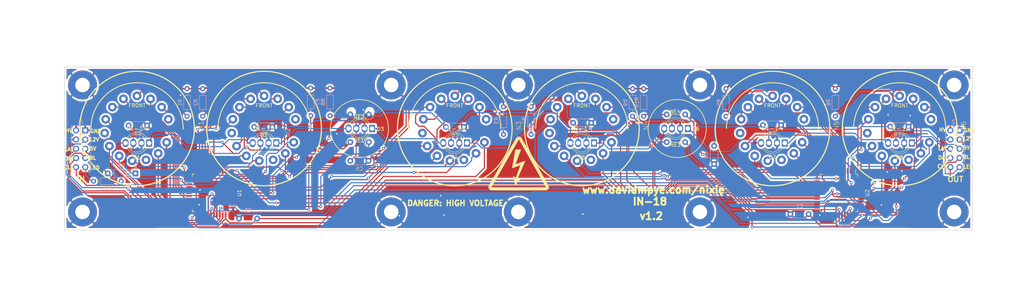
<source format=kicad_pcb>
(kicad_pcb (version 20171130) (host pcbnew 5.0.2-bee76a0~70~ubuntu18.04.1)
  (layers (0 F.Cu signal) (31 B.Cu signal) (34 B.Paste user) (35 F.Paste user) (36 B.SilkS user) (37 F.SilkS user) (38 B.Mask user) (39 F.Mask user) (44 Edge.Cuts user))
  (net 0 "")
  (net 1 GND)
  (net 2 +5V)
  (net 3 +48V)
  (net 4 SHIFT_DATA_IN)
  (net 5 SHIFT_LATCH)
  (net 6 SHIFT_CLK)
  (net 7 SHIFT_DATA_OUT)
  (net 8 "Net-(U1-Pad23)")
  (net 9 LED_DIN)
  (net 10 LED_DOUT)
  (net 11 "Net-(N1-PadA)")
  (net 12 "Net-(N1-Pad9)")
  (net 13 "Net-(N1-Pad8)")
  (net 14 "Net-(N1-Pad7)")
  (net 15 "Net-(N1-Pad6)")
  (net 16 "Net-(N1-Pad5)")
  (net 17 "Net-(N1-Pad4)")
  (net 18 "Net-(N1-Pad3)")
  (net 19 "Net-(N1-Pad2)")
  (net 20 "Net-(N1-Pad1)")
  (net 21 "Net-(N1-Pad0)")
  (net 22 "Net-(N2-Pad0)")
  (net 23 "Net-(N2-Pad1)")
  (net 24 "Net-(N2-Pad2)")
  (net 25 "Net-(N2-Pad3)")
  (net 26 "Net-(N2-Pad4)")
  (net 27 "Net-(N2-Pad5)")
  (net 28 "Net-(N2-Pad6)")
  (net 29 "Net-(N2-Pad7)")
  (net 30 "Net-(N2-Pad8)")
  (net 31 "Net-(N2-Pad9)")
  (net 32 "Net-(N2-PadA)")
  (net 33 "Net-(N3-PadA)")
  (net 34 "Net-(N3-Pad9)")
  (net 35 "Net-(N3-Pad8)")
  (net 36 "Net-(N3-Pad7)")
  (net 37 "Net-(N3-Pad6)")
  (net 38 "Net-(N3-Pad5)")
  (net 39 "Net-(N3-Pad4)")
  (net 40 "Net-(N3-Pad3)")
  (net 41 "Net-(N3-Pad2)")
  (net 42 "Net-(N3-Pad1)")
  (net 43 "Net-(N3-Pad0)")
  (net 44 "Net-(N4-PadA)")
  (net 45 "Net-(N4-Pad9)")
  (net 46 "Net-(N4-Pad8)")
  (net 47 "Net-(N4-Pad7)")
  (net 48 "Net-(N4-Pad6)")
  (net 49 "Net-(N4-Pad5)")
  (net 50 "Net-(N4-Pad4)")
  (net 51 "Net-(N4-Pad3)")
  (net 52 "Net-(N4-Pad2)")
  (net 53 "Net-(N4-Pad1)")
  (net 54 "Net-(N4-Pad0)")
  (net 55 "Net-(N5-Pad0)")
  (net 56 "Net-(N5-Pad1)")
  (net 57 "Net-(N5-Pad2)")
  (net 58 "Net-(N5-Pad3)")
  (net 59 "Net-(N5-Pad4)")
  (net 60 "Net-(N5-Pad5)")
  (net 61 "Net-(N5-Pad6)")
  (net 62 "Net-(N5-Pad7)")
  (net 63 "Net-(N5-Pad8)")
  (net 64 "Net-(N5-Pad9)")
  (net 65 "Net-(N5-PadA)")
  (net 66 "Net-(N6-Pad0)")
  (net 67 "Net-(N6-Pad1)")
  (net 68 "Net-(N6-Pad2)")
  (net 69 "Net-(N6-Pad3)")
  (net 70 "Net-(N6-Pad4)")
  (net 71 "Net-(N6-Pad5)")
  (net 72 "Net-(N6-Pad6)")
  (net 73 "Net-(N6-Pad7)")
  (net 74 "Net-(N6-Pad8)")
  (net 75 "Net-(N6-Pad9)")
  (net 76 "Net-(N6-PadA)")
  (net 77 SPARE_CAT_1)
  (net 78 SPARE_CAT_2)
  (net 79 "Net-(D1-Pad1)")
  (net 80 "Net-(D2-Pad1)")
  (net 81 "Net-(D3-Pad1)")
  (net 82 "Net-(D4-Pad1)")
  (net 83 "Net-(NE1-Pad2)")
  (net 84 "Net-(NE2-Pad2)")
  (net 85 SPARE_CAT_3)
  (net 86 "Net-(NE3-Pad2)")
  (net 87 "Net-(NE4-Pad2)")
  (net 88 SPARE_CAT_4)
  (net 89 "Net-(D5-Pad1)")
  (net 90 SHIFT_BLANK)
  (net 91 "Net-(C3-Pad1)")
  (net 92 "Net-(D1-Pad4)")
  (net 93 +12V)
  (net 94 "Net-(D6-Pad1)")
  (net 95 "Net-(D7-Pad1)")
  (module MountingHole:MountingHole_4mm_Pad (layer F.Cu) (at 125 5)
    (fp_text reference REF** hide)
    (fp_text value MountingHole_4mm_Pad)
    (pad 1 thru_hole circle (at 0 0) (size 8 8) (drill 4) (layers *.Cu *.Mask) (net 1 GND))
  )
  (module MountingHole:MountingHole_4mm_Pad (layer F.Cu) (at 125 40)
    (fp_text reference REF** hide)
    (fp_text value MountingHole_4mm_Pad)
    (pad 1 thru_hole circle (at 0 0) (size 8 8) (drill 4) (layers *.Cu *.Mask) (net 1 GND))
  )
  (module nixies-us:nixies-us-IN-18-DSUB-NOHOLE (layer F.Cu) (at 195 17)
    (fp_text reference N5 (at 17.61998 -0.79248 90) (layer F.SilkS) (effects (font (size 1.27 1.27) (thickness 0.1016))))
    (fp_text value IN-14 (at 0 0) (layer F.SilkS) (effects (font (size 1.27 1.27))))
    (fp_text user FRONT (at 0 -6.35) (layer F.SilkS))
    (pad 9 thru_hole circle (at 8.15677 3.803565 245) (size 2.39776 2.39776) (drill 1.2) (layers *.Cu *.Paste *.Mask) (net 64 "Net-(N5-Pad9)"))
    (pad NC thru_hole circle (at 8.629378 -2.556138 286.5) (size 2.39776 2.39776) (drill 1.2) (layers *.Cu *.Paste *.Mask))
    (pad 4 thru_hole circle (at 6.792386 -5.904531 311) (size 2.39776 2.39776) (drill 1.2) (layers *.Cu *.Paste *.Mask) (net 59 "Net-(N5-Pad4)"))
    (pad 5 thru_hole circle (at 3.732239 -8.189651 335.5) (size 2.39776 2.39776) (drill 1.2) (layers *.Cu *.Paste *.Mask) (net 60 "Net-(N5-Pad5)"))
    (pad 0 thru_hole circle (at 5.845032 6.843654 220.5) (size 2.39776 2.39776) (drill 1.2) (layers *.Cu *.Paste *.Mask) (net 55 "Net-(N5-Pad0)"))
    (pad A2 thru_hole circle (at 2.480736 8.651355 196) (size 2.39776 2.39776) (drill 1.2) (layers *.Cu *.Paste *.Mask))
    (pad 1 thru_hole circle (at -1.330285 8.901143 171.5) (size 2.39776 2.39776) (drill 1.2) (layers *.Cu *.Paste *.Mask) (net 56 "Net-(N5-Pad1)"))
    (pad 2 thru_hole circle (at -4.901751 7.548035 147) (size 2.39776 2.39776) (drill 1.2) (layers *.Cu *.Paste *.Mask) (net 57 "Net-(N5-Pad2)"))
    (pad 8 thru_hole circle (at -7.590523 4.835696 122.5) (size 2.39776 2.39776) (drill 1.2) (layers *.Cu *.Paste *.Mask) (net 63 "Net-(N5-Pad8)"))
    (pad NC thru_hole circle (at -8.912413 1.252558 98) (size 2.39776 2.39776) (drill 1.2) (layers *.Cu *.Paste *.Mask))
    (pad 3 thru_hole circle (at -8.629378 -2.556138 73.5) (size 2.39776 2.39776) (drill 1.2) (layers *.Cu *.Paste *.Mask) (net 58 "Net-(N5-Pad3)"))
    (pad 7 thru_hole circle (at -6.792386 -5.904531 49) (size 2.39776 2.39776) (drill 1.2) (layers *.Cu *.Paste *.Mask) (net 62 "Net-(N5-Pad7)"))
    (pad 6 thru_hole circle (at -3.732239 -8.189651 24.5) (size 2.39776 2.39776) (drill 1.2) (layers *.Cu *.Paste *.Mask) (net 61 "Net-(N5-Pad6)"))
    (pad A thru_hole circle (at 0 -9) (size 2.39776 2.39776) (drill 1.2) (layers *.Cu *.Paste *.Mask) (net 65 "Net-(N5-PadA)"))
  )
  (module MountingHole:MountingHole_4mm_Pad (layer F.Cu) (at 90 40)
    (fp_text reference REF** hide)
    (fp_text value MountingHole_4mm_Pad)
    (pad 1 thru_hole circle (at 0 0) (size 8 8) (drill 4) (layers *.Cu *.Mask) (net 1 GND))
  )
  (module MountingHole:MountingHole_4mm_Pad (layer F.Cu) (at 90 5)
    (fp_text reference REF** hide)
    (fp_text value MountingHole_4mm_Pad)
    (pad 1 thru_hole circle (at 0 0) (size 8 8) (drill 4) (layers *.Cu *.Mask) (net 1 GND))
  )
  (module zapsymbol:zapsymbol (layer F.Cu) (at 125.0696 26.6192)
    (fp_text reference G*** hide)
    (fp_text value LOGO hide)
  )
  (module nixies-us:nixies-us-IN-18-DSUB-NOHOLE (layer F.Cu) (at 230 17)
    (fp_text reference N6 (at 17.61998 -0.79248 90) (layer F.SilkS) (effects (font (size 1.27 1.27) (thickness 0.1016))))
    (fp_text value IN-14 (at 0 0) (layer F.SilkS) (effects (font (size 1.27 1.27))))
    (fp_text user FRONT (at 0 -6.35) (layer F.SilkS))
    (pad 9 thru_hole circle (at 8.15677 3.803565 245) (size 2.39776 2.39776) (drill 1.2) (layers *.Cu *.Paste *.Mask) (net 75 "Net-(N6-Pad9)"))
    (pad NC thru_hole circle (at 8.629378 -2.556138 286.5) (size 2.39776 2.39776) (drill 1.2) (layers *.Cu *.Paste *.Mask))
    (pad 4 thru_hole circle (at 6.792386 -5.904531 311) (size 2.39776 2.39776) (drill 1.2) (layers *.Cu *.Paste *.Mask) (net 70 "Net-(N6-Pad4)"))
    (pad 5 thru_hole circle (at 3.732239 -8.189651 335.5) (size 2.39776 2.39776) (drill 1.2) (layers *.Cu *.Paste *.Mask) (net 71 "Net-(N6-Pad5)"))
    (pad 0 thru_hole circle (at 5.845032 6.843654 220.5) (size 2.39776 2.39776) (drill 1.2) (layers *.Cu *.Paste *.Mask) (net 66 "Net-(N6-Pad0)"))
    (pad A2 thru_hole circle (at 2.480736 8.651355 196) (size 2.39776 2.39776) (drill 1.2) (layers *.Cu *.Paste *.Mask))
    (pad 1 thru_hole circle (at -1.330285 8.901143 171.5) (size 2.39776 2.39776) (drill 1.2) (layers *.Cu *.Paste *.Mask) (net 67 "Net-(N6-Pad1)"))
    (pad 2 thru_hole circle (at -4.901751 7.548035 147) (size 2.39776 2.39776) (drill 1.2) (layers *.Cu *.Paste *.Mask) (net 68 "Net-(N6-Pad2)"))
    (pad 8 thru_hole circle (at -7.590523 4.835696 122.5) (size 2.39776 2.39776) (drill 1.2) (layers *.Cu *.Paste *.Mask) (net 74 "Net-(N6-Pad8)"))
    (pad NC thru_hole circle (at -8.912413 1.252558 98) (size 2.39776 2.39776) (drill 1.2) (layers *.Cu *.Paste *.Mask))
    (pad 3 thru_hole circle (at -8.629378 -2.556138 73.5) (size 2.39776 2.39776) (drill 1.2) (layers *.Cu *.Paste *.Mask) (net 69 "Net-(N6-Pad3)"))
    (pad 7 thru_hole circle (at -6.792386 -5.904531 49) (size 2.39776 2.39776) (drill 1.2) (layers *.Cu *.Paste *.Mask) (net 73 "Net-(N6-Pad7)"))
    (pad 6 thru_hole circle (at -3.732239 -8.189651 24.5) (size 2.39776 2.39776) (drill 1.2) (layers *.Cu *.Paste *.Mask) (net 72 "Net-(N6-Pad6)"))
    (pad A thru_hole circle (at 0 -9) (size 2.39776 2.39776) (drill 1.2) (layers *.Cu *.Paste *.Mask) (net 76 "Net-(N6-PadA)"))
  )
  (module Package_QFP:PQFP-44_10x10mm_P0.8mm (layer F.Cu) (at 213.3092 34.7688 270)
    (fp_text reference U2 (at 0 -7.8 270) (layer F.SilkS))
    (fp_text value HV5622)
    (pad 1 smd rect (at -6.05 -4 270) (size 1.5 0.52) (layers F.Cu F.Paste F.Mask) (net 75 "Net-(N6-Pad9)"))
    (pad 2 smd rect (at -6.05 -3.2 270) (size 1.5 0.52) (layers F.Cu F.Paste F.Mask) (net 66 "Net-(N6-Pad0)"))
    (pad 3 smd rect (at -6.05 -2.4 270) (size 1.5 0.52) (layers F.Cu F.Paste F.Mask) (net 56 "Net-(N5-Pad1)"))
    (pad 4 smd rect (at -6.05 -1.6 270) (size 1.5 0.52) (layers F.Cu F.Paste F.Mask) (net 57 "Net-(N5-Pad2)"))
    (pad 5 smd rect (at -6.05 -0.8 270) (size 1.5 0.52) (layers F.Cu F.Paste F.Mask) (net 58 "Net-(N5-Pad3)"))
    (pad 6 smd rect (at -6.05 0 270) (size 1.5 0.52) (layers F.Cu F.Paste F.Mask) (net 59 "Net-(N5-Pad4)"))
    (pad 7 smd rect (at -6.05 0.8 270) (size 1.5 0.52) (layers F.Cu F.Paste F.Mask) (net 60 "Net-(N5-Pad5)"))
    (pad 8 smd rect (at -6.05 1.6 270) (size 1.5 0.52) (layers F.Cu F.Paste F.Mask) (net 61 "Net-(N5-Pad6)"))
    (pad 9 smd rect (at -6.05 2.4 270) (size 1.5 0.52) (layers F.Cu F.Paste F.Mask) (net 62 "Net-(N5-Pad7)"))
    (pad 10 smd rect (at -6.05 3.2 270) (size 1.5 0.52) (layers F.Cu F.Paste F.Mask) (net 63 "Net-(N5-Pad8)"))
    (pad 11 smd rect (at -6.05 4 270) (size 1.5 0.52) (layers F.Cu F.Paste F.Mask) (net 64 "Net-(N5-Pad9)"))
    (pad 12 smd rect (at -4 6.05 270) (size 0.52 1.5) (layers F.Cu F.Paste F.Mask) (net 55 "Net-(N5-Pad0)"))
    (pad 13 smd rect (at -3.2 6.05 270) (size 0.52 1.5) (layers F.Cu F.Paste F.Mask) (net 53 "Net-(N4-Pad1)"))
    (pad 14 smd rect (at -2.4 6.05 270) (size 0.52 1.5) (layers F.Cu F.Paste F.Mask) (net 52 "Net-(N4-Pad2)"))
    (pad 15 smd rect (at -1.6 6.05 270) (size 0.52 1.5) (layers F.Cu F.Paste F.Mask) (net 51 "Net-(N4-Pad3)"))
    (pad 16 smd rect (at -0.8 6.05 270) (size 0.52 1.5) (layers F.Cu F.Paste F.Mask) (net 50 "Net-(N4-Pad4)"))
    (pad 17 smd rect (at 0 6.05 270) (size 0.52 1.5) (layers F.Cu F.Paste F.Mask) (net 49 "Net-(N4-Pad5)"))
    (pad 18 smd rect (at 0.8 6.05 270) (size 0.52 1.5) (layers F.Cu F.Paste F.Mask) (net 48 "Net-(N4-Pad6)"))
    (pad 19 smd rect (at 1.6 6.05 270) (size 0.52 1.5) (layers F.Cu F.Paste F.Mask) (net 47 "Net-(N4-Pad7)"))
    (pad 20 smd rect (at 2.4 6.05 270) (size 0.52 1.5) (layers F.Cu F.Paste F.Mask) (net 46 "Net-(N4-Pad8)"))
    (pad 21 smd rect (at 3.2 6.05 270) (size 0.52 1.5) (layers F.Cu F.Paste F.Mask) (net 45 "Net-(N4-Pad9)"))
    (pad 22 smd rect (at 4 6.05 270) (size 0.52 1.5) (layers F.Cu F.Paste F.Mask) (net 54 "Net-(N4-Pad0)"))
    (pad 23 smd rect (at 6.05 4 270) (size 1.5 0.52) (layers F.Cu F.Paste F.Mask) (net 7 SHIFT_DATA_OUT))
    (pad 24 smd rect (at 6.05 3.2 270) (size 1.5 0.52) (layers F.Cu F.Paste F.Mask) (net 1 GND))
    (pad 25 smd rect (at 6.05 2.4 270) (size 1.5 0.52) (layers F.Cu F.Paste F.Mask) (net 1 GND))
    (pad 26 smd rect (at 6.05 1.6 270) (size 1.5 0.52) (layers F.Cu F.Paste F.Mask) (net 1 GND))
    (pad 27 smd rect (at 6.05 0.8 270) (size 1.5 0.52) (layers F.Cu F.Paste F.Mask) (net 93 +12V))
    (pad 28 smd rect (at 6.05 0 270) (size 1.5 0.52) (layers F.Cu F.Paste F.Mask) (net 6 SHIFT_CLK))
    (pad 29 smd rect (at 6.05 -0.8 270) (size 1.5 0.52) (layers F.Cu F.Paste F.Mask) (net 1 GND))
    (pad 30 smd rect (at 6.05 -1.6 270) (size 1.5 0.52) (layers F.Cu F.Paste F.Mask) (net 93 +12V))
    (pad 31 smd rect (at 6.05 -2.4 270) (size 1.5 0.52) (layers F.Cu F.Paste F.Mask) (net 5 SHIFT_LATCH))
    (pad 32 smd rect (at 6.05 -3.2 270) (size 1.5 0.52) (layers F.Cu F.Paste F.Mask) (net 8 "Net-(U1-Pad23)"))
    (pad 33 smd rect (at 6.05 -4 270) (size 1.5 0.52) (layers F.Cu F.Paste F.Mask) (net 90 SHIFT_BLANK))
    (pad 34 smd rect (at 4 -6.05 270) (size 0.52 1.5) (layers F.Cu F.Paste F.Mask) (net 1 GND))
    (pad 35 smd rect (at 3.2 -6.05 270) (size 0.52 1.5) (layers F.Cu F.Paste F.Mask) (net 88 SPARE_CAT_4))
    (pad 36 smd rect (at 2.4 -6.05 270) (size 0.52 1.5) (layers F.Cu F.Paste F.Mask) (net 85 SPARE_CAT_3))
    (pad 37 smd rect (at 1.6 -6.05 270) (size 0.52 1.5) (layers F.Cu F.Paste F.Mask) (net 67 "Net-(N6-Pad1)"))
    (pad 38 smd rect (at 0.8 -6.05 270) (size 0.52 1.5) (layers F.Cu F.Paste F.Mask) (net 68 "Net-(N6-Pad2)"))
    (pad 39 smd rect (at 0 -6.05 270) (size 0.52 1.5) (layers F.Cu F.Paste F.Mask) (net 69 "Net-(N6-Pad3)"))
    (pad 40 smd rect (at -0.8 -6.05 270) (size 0.52 1.5) (layers F.Cu F.Paste F.Mask) (net 70 "Net-(N6-Pad4)"))
    (pad 41 smd rect (at -1.6 -6.05 270) (size 0.52 1.5) (layers F.Cu F.Paste F.Mask) (net 71 "Net-(N6-Pad5)"))
    (pad 42 smd rect (at -2.4 -6.05 270) (size 0.52 1.5) (layers F.Cu F.Paste F.Mask) (net 72 "Net-(N6-Pad6)"))
    (pad 43 smd rect (at -3.2 -6.05 270) (size 0.52 1.5) (layers F.Cu F.Paste F.Mask) (net 73 "Net-(N6-Pad7)"))
    (pad 44 smd rect (at -4 -6.05 270) (size 0.52 1.5) (layers F.Cu F.Paste F.Mask) (net 74 "Net-(N6-Pad8)"))
  )
  (module nixies-us:nixies-us-IN-18-DSUB-NOHOLE (layer F.Cu) (at 20 17)
    (fp_text reference N1 (at 17.61998 -0.79248 90) (layer F.SilkS) (effects (font (size 1.27 1.27) (thickness 0.1016))))
    (fp_text value IN-14 (at 0 0) (layer F.SilkS) (effects (font (size 1.27 1.27))))
    (fp_text user FRONT (at 0 -6.35) (layer F.SilkS))
    (pad 9 thru_hole circle (at 8.15677 3.803565 245) (size 2.39776 2.39776) (drill 1.2) (layers *.Cu *.Paste *.Mask) (net 12 "Net-(N1-Pad9)"))
    (pad NC thru_hole circle (at 8.629378 -2.556138 286.5) (size 2.39776 2.39776) (drill 1.2) (layers *.Cu *.Paste *.Mask))
    (pad 4 thru_hole circle (at 6.792386 -5.904531 311) (size 2.39776 2.39776) (drill 1.2) (layers *.Cu *.Paste *.Mask) (net 17 "Net-(N1-Pad4)"))
    (pad 5 thru_hole circle (at 3.732239 -8.189651 335.5) (size 2.39776 2.39776) (drill 1.2) (layers *.Cu *.Paste *.Mask) (net 16 "Net-(N1-Pad5)"))
    (pad 0 thru_hole circle (at 5.845032 6.843654 220.5) (size 2.39776 2.39776) (drill 1.2) (layers *.Cu *.Paste *.Mask) (net 21 "Net-(N1-Pad0)"))
    (pad A2 thru_hole circle (at 2.480736 8.651355 196) (size 2.39776 2.39776) (drill 1.2) (layers *.Cu *.Paste *.Mask))
    (pad 1 thru_hole circle (at -1.330285 8.901143 171.5) (size 2.39776 2.39776) (drill 1.2) (layers *.Cu *.Paste *.Mask) (net 20 "Net-(N1-Pad1)"))
    (pad 2 thru_hole circle (at -4.901751 7.548035 147) (size 2.39776 2.39776) (drill 1.2) (layers *.Cu *.Paste *.Mask) (net 19 "Net-(N1-Pad2)"))
    (pad 8 thru_hole circle (at -7.590523 4.835696 122.5) (size 2.39776 2.39776) (drill 1.2) (layers *.Cu *.Paste *.Mask) (net 13 "Net-(N1-Pad8)"))
    (pad NC thru_hole circle (at -8.912413 1.252558 98) (size 2.39776 2.39776) (drill 1.2) (layers *.Cu *.Paste *.Mask))
    (pad 3 thru_hole circle (at -8.629378 -2.556138 73.5) (size 2.39776 2.39776) (drill 1.2) (layers *.Cu *.Paste *.Mask) (net 18 "Net-(N1-Pad3)"))
    (pad 7 thru_hole circle (at -6.792386 -5.904531 49) (size 2.39776 2.39776) (drill 1.2) (layers *.Cu *.Paste *.Mask) (net 14 "Net-(N1-Pad7)"))
    (pad 6 thru_hole circle (at -3.732239 -8.189651 24.5) (size 2.39776 2.39776) (drill 1.2) (layers *.Cu *.Paste *.Mask) (net 15 "Net-(N1-Pad6)"))
    (pad A thru_hole circle (at 0 -9) (size 2.39776 2.39776) (drill 1.2) (layers *.Cu *.Paste *.Mask) (net 11 "Net-(N1-PadA)"))
  )
  (module nixies-us:nixies-us-IN-18-DSUB-NOHOLE (layer F.Cu) (at 55 17)
    (fp_text reference N2 (at 6.475 1.05 90) (layer F.SilkS) (effects (font (size 1.27 1.27) (thickness 0.1016))))
    (fp_text value IN-14 (at 0 0) (layer F.SilkS) (effects (font (size 1.27 1.27))))
    (fp_text user FRONT (at 0 -6.35) (layer F.SilkS))
    (pad 9 thru_hole circle (at 8.15677 3.803565 245) (size 2.39776 2.39776) (drill 1.2) (layers *.Cu *.Paste *.Mask) (net 31 "Net-(N2-Pad9)"))
    (pad NC thru_hole circle (at 8.629378 -2.556138 286.5) (size 2.39776 2.39776) (drill 1.2) (layers *.Cu *.Paste *.Mask))
    (pad 4 thru_hole circle (at 6.792386 -5.904531 311) (size 2.39776 2.39776) (drill 1.2) (layers *.Cu *.Paste *.Mask) (net 26 "Net-(N2-Pad4)"))
    (pad 5 thru_hole circle (at 3.732239 -8.189651 335.5) (size 2.39776 2.39776) (drill 1.2) (layers *.Cu *.Paste *.Mask) (net 27 "Net-(N2-Pad5)"))
    (pad 0 thru_hole circle (at 5.845032 6.843654 220.5) (size 2.39776 2.39776) (drill 1.2) (layers *.Cu *.Paste *.Mask) (net 22 "Net-(N2-Pad0)"))
    (pad A2 thru_hole circle (at 2.480736 8.651355 196) (size 2.39776 2.39776) (drill 1.2) (layers *.Cu *.Paste *.Mask))
    (pad 1 thru_hole circle (at -1.330285 8.901143 171.5) (size 2.39776 2.39776) (drill 1.2) (layers *.Cu *.Paste *.Mask) (net 23 "Net-(N2-Pad1)"))
    (pad 2 thru_hole circle (at -4.901751 7.548035 147) (size 2.39776 2.39776) (drill 1.2) (layers *.Cu *.Paste *.Mask) (net 24 "Net-(N2-Pad2)"))
    (pad 8 thru_hole circle (at -7.590523 4.835696 122.5) (size 2.39776 2.39776) (drill 1.2) (layers *.Cu *.Paste *.Mask) (net 30 "Net-(N2-Pad8)"))
    (pad NC thru_hole circle (at -8.912413 1.252558 98) (size 2.39776 2.39776) (drill 1.2) (layers *.Cu *.Paste *.Mask))
    (pad 3 thru_hole circle (at -8.629378 -2.556138 73.5) (size 2.39776 2.39776) (drill 1.2) (layers *.Cu *.Paste *.Mask) (net 25 "Net-(N2-Pad3)"))
    (pad 7 thru_hole circle (at -6.792386 -5.904531 49) (size 2.39776 2.39776) (drill 1.2) (layers *.Cu *.Paste *.Mask) (net 29 "Net-(N2-Pad7)"))
    (pad 6 thru_hole circle (at -3.732239 -8.189651 24.5) (size 2.39776 2.39776) (drill 1.2) (layers *.Cu *.Paste *.Mask) (net 28 "Net-(N2-Pad6)"))
    (pad A thru_hole circle (at 0 -9) (size 2.39776 2.39776) (drill 1.2) (layers *.Cu *.Paste *.Mask) (net 32 "Net-(N2-PadA)"))
  )
  (module nixies-us:nixies-us-IN-18-DSUB-NOHOLE (layer F.Cu) (at 107.5 17)
    (fp_text reference N3 (at 17.61998 -0.79248 90) (layer F.SilkS) (effects (font (size 1.27 1.27) (thickness 0.1016))))
    (fp_text value IN-14 (at 0 0) (layer F.SilkS) (effects (font (size 1.27 1.27))))
    (fp_text user FRONT (at 0 -6.35) (layer F.SilkS))
    (pad 9 thru_hole circle (at 8.15677 3.803565 245) (size 2.39776 2.39776) (drill 1.2) (layers *.Cu *.Paste *.Mask) (net 34 "Net-(N3-Pad9)"))
    (pad NC thru_hole circle (at 8.629378 -2.556138 286.5) (size 2.39776 2.39776) (drill 1.2) (layers *.Cu *.Paste *.Mask))
    (pad 4 thru_hole circle (at 6.792386 -5.904531 311) (size 2.39776 2.39776) (drill 1.2) (layers *.Cu *.Paste *.Mask) (net 39 "Net-(N3-Pad4)"))
    (pad 5 thru_hole circle (at 3.732239 -8.189651 335.5) (size 2.39776 2.39776) (drill 1.2) (layers *.Cu *.Paste *.Mask) (net 38 "Net-(N3-Pad5)"))
    (pad 0 thru_hole circle (at 5.845032 6.843654 220.5) (size 2.39776 2.39776) (drill 1.2) (layers *.Cu *.Paste *.Mask) (net 43 "Net-(N3-Pad0)"))
    (pad A2 thru_hole circle (at 2.480736 8.651355 196) (size 2.39776 2.39776) (drill 1.2) (layers *.Cu *.Paste *.Mask))
    (pad 1 thru_hole circle (at -1.330285 8.901143 171.5) (size 2.39776 2.39776) (drill 1.2) (layers *.Cu *.Paste *.Mask) (net 42 "Net-(N3-Pad1)"))
    (pad 2 thru_hole circle (at -4.901751 7.548035 147) (size 2.39776 2.39776) (drill 1.2) (layers *.Cu *.Paste *.Mask) (net 41 "Net-(N3-Pad2)"))
    (pad 8 thru_hole circle (at -7.590523 4.835696 122.5) (size 2.39776 2.39776) (drill 1.2) (layers *.Cu *.Paste *.Mask) (net 35 "Net-(N3-Pad8)"))
    (pad NC thru_hole circle (at -8.912413 1.252558 98) (size 2.39776 2.39776) (drill 1.2) (layers *.Cu *.Paste *.Mask))
    (pad 3 thru_hole circle (at -8.629378 -2.556138 73.5) (size 2.39776 2.39776) (drill 1.2) (layers *.Cu *.Paste *.Mask) (net 40 "Net-(N3-Pad3)"))
    (pad 7 thru_hole circle (at -6.792386 -5.904531 49) (size 2.39776 2.39776) (drill 1.2) (layers *.Cu *.Paste *.Mask) (net 36 "Net-(N3-Pad7)"))
    (pad 6 thru_hole circle (at -3.732239 -8.189651 24.5) (size 2.39776 2.39776) (drill 1.2) (layers *.Cu *.Paste *.Mask) (net 37 "Net-(N3-Pad6)"))
    (pad A thru_hole circle (at 0 -9) (size 2.39776 2.39776) (drill 1.2) (layers *.Cu *.Paste *.Mask) (net 33 "Net-(N3-PadA)"))
  )
  (module nixies-us:nixies-us-IN-18-DSUB-NOHOLE (layer F.Cu) (at 142.5 17)
    (fp_text reference N4 (at 17.61998 -0.79248 90) (layer F.SilkS) (effects (font (size 1.27 1.27) (thickness 0.1016))))
    (fp_text value IN-14 (at 0 0) (layer F.SilkS) (effects (font (size 1.27 1.27))))
    (fp_text user FRONT (at 0 -6.35) (layer F.SilkS))
    (pad 9 thru_hole circle (at 8.15677 3.803565 245) (size 2.39776 2.39776) (drill 1.2) (layers *.Cu *.Paste *.Mask) (net 45 "Net-(N4-Pad9)"))
    (pad NC thru_hole circle (at 8.629378 -2.556138 286.5) (size 2.39776 2.39776) (drill 1.2) (layers *.Cu *.Paste *.Mask))
    (pad 4 thru_hole circle (at 6.792386 -5.904531 311) (size 2.39776 2.39776) (drill 1.2) (layers *.Cu *.Paste *.Mask) (net 50 "Net-(N4-Pad4)"))
    (pad 5 thru_hole circle (at 3.732239 -8.189651 335.5) (size 2.39776 2.39776) (drill 1.2) (layers *.Cu *.Paste *.Mask) (net 49 "Net-(N4-Pad5)"))
    (pad 0 thru_hole circle (at 5.845032 6.843654 220.5) (size 2.39776 2.39776) (drill 1.2) (layers *.Cu *.Paste *.Mask) (net 54 "Net-(N4-Pad0)"))
    (pad A2 thru_hole circle (at 2.480736 8.651355 196) (size 2.39776 2.39776) (drill 1.2) (layers *.Cu *.Paste *.Mask))
    (pad 1 thru_hole circle (at -1.330285 8.901143 171.5) (size 2.39776 2.39776) (drill 1.2) (layers *.Cu *.Paste *.Mask) (net 53 "Net-(N4-Pad1)"))
    (pad 2 thru_hole circle (at -4.901751 7.548035 147) (size 2.39776 2.39776) (drill 1.2) (layers *.Cu *.Paste *.Mask) (net 52 "Net-(N4-Pad2)"))
    (pad 8 thru_hole circle (at -7.590523 4.835696 122.5) (size 2.39776 2.39776) (drill 1.2) (layers *.Cu *.Paste *.Mask) (net 46 "Net-(N4-Pad8)"))
    (pad NC thru_hole circle (at -8.912413 1.252558 98) (size 2.39776 2.39776) (drill 1.2) (layers *.Cu *.Paste *.Mask))
    (pad 3 thru_hole circle (at -8.629378 -2.556138 73.5) (size 2.39776 2.39776) (drill 1.2) (layers *.Cu *.Paste *.Mask) (net 51 "Net-(N4-Pad3)"))
    (pad 7 thru_hole circle (at -6.792386 -5.904531 49) (size 2.39776 2.39776) (drill 1.2) (layers *.Cu *.Paste *.Mask) (net 47 "Net-(N4-Pad7)"))
    (pad 6 thru_hole circle (at -3.732239 -8.189651 24.5) (size 2.39776 2.39776) (drill 1.2) (layers *.Cu *.Paste *.Mask) (net 48 "Net-(N4-Pad6)"))
    (pad A thru_hole circle (at 0 -9) (size 2.39776 2.39776) (drill 1.2) (layers *.Cu *.Paste *.Mask) (net 44 "Net-(N4-PadA)"))
  )
  (module MountingHole:MountingHole_4mm_Pad (layer F.Cu) (at 175 40)
    (fp_text reference REF** hide)
    (fp_text value MountingHole_4mm_Pad)
    (pad 1 thru_hole circle (at 0 0) (size 8 8) (drill 4) (layers *.Cu *.Mask) (net 1 GND))
  )
  (module MountingHole:MountingHole_4mm_Pad (layer F.Cu) (at 175 5)
    (fp_text reference REF** hide)
    (fp_text value MountingHole_4mm_Pad)
    (pad 1 thru_hole circle (at 0 0) (size 8 8) (drill 4) (layers *.Cu *.Mask) (net 1 GND))
  )
  (module Capacitor_THT:C_Disc_D4.3mm_W1.9mm_P5.00mm (layer B.Cu) (at 53.086 41.83 180)
    (fp_text reference C2 (at 2.5 2.2 180) (layer B.SilkS) (effects (justify mirror)))
    (fp_text value C)
    (pad 1 thru_hole circle (at 0 0 180) (size 1.6 1.6) (drill 0.8) (layers *.Cu *.Mask) (net 93 +12V))
    (pad 2 thru_hole circle (at 5 0 180) (size 1.6 1.6) (drill 0.8) (layers *.Cu *.Mask) (net 1 GND))
  )
  (module Capacitor_THT:C_Disc_D4.3mm_W1.9mm_P5.00mm (layer B.Cu) (at 140.088 15.414)
    (fp_text reference C7 (at 2.5 2.2) (layer B.SilkS) (effects (justify mirror)))
    (fp_text value C)
    (pad 1 thru_hole circle (at 0 0) (size 1.6 1.6) (drill 0.8) (layers *.Cu *.Mask) (net 2 +5V))
    (pad 2 thru_hole circle (at 5 0) (size 1.6 1.6) (drill 0.8) (layers *.Cu *.Mask) (net 1 GND))
  )
  (module LED_D5.0mm-4-Wide:LED_D5.0mm-4-Wide (layer F.Cu) (at 144.354 21 180)
    (fp_text reference D5 (at 1.905 -3.96 180) (layer F.SilkS))
    (fp_text value NeoPixel_THT)
    (pad 4 thru_hole oval (at 5 0 180) (size 1.6 2.25) (drill 1.2) (layers *.Cu *.Mask) (net 82 "Net-(D4-Pad1)"))
    (pad 3 thru_hole oval (at 2.875 0 180) (size 1.6 2.25) (drill 1.2) (layers *.Cu *.Mask) (net 2 +5V))
    (pad 2 thru_hole oval (at 0.6125 0 180) (size 1.6 2.25) (drill 1.2) (layers *.Cu *.Mask) (net 1 GND))
    (pad 1 thru_hole rect (at -1.5 0 180) (size 1.6 2) (drill 1.2) (layers *.Cu *.Mask) (net 89 "Net-(D5-Pad1)"))
  )
  (module Resistor_THT:R_Axial_DIN0207_L6.3mm_D2.5mm_P5.08mm_Vertical (layer F.Cu) (at 170.942 20.748 180)
    (fp_text reference NE3 (at 2.717 -0.727 180) (layer F.SilkS))
    (fp_text value Lamp_Neon)
    (pad 1 thru_hole circle (at 0 0 180) (size 1.6 1.6) (drill 0.8) (layers *.Cu *.Mask) (net 85 SPARE_CAT_3))
    (pad 2 thru_hole oval (at 5.08 0 180) (size 1.6 1.6) (drill 0.8) (layers *.Cu *.Mask) (net 86 "Net-(NE3-Pad2)"))
  )
  (module Resistor_THT:R_Axial_DIN0204_L3.6mm_D1.6mm_P7.62mm_Horizontal (layer B.Cu) (at 182.1688 6 270)
    (fp_text reference R5 (at 3.81 1.92 270) (layer B.SilkS) (effects (justify mirror)))
    (fp_text value R)
    (pad 1 thru_hole circle (at 0 0 270) (size 1.4 1.4) (drill 0.7) (layers *.Cu *.Mask) (net 3 +48V))
    (pad 2 thru_hole oval (at 7.62 0 270) (size 1.4 1.4) (drill 0.7) (layers *.Cu *.Mask) (net 65 "Net-(N5-PadA)"))
  )
  (module Resistor_THT:R_Axial_DIN0204_L3.6mm_D1.6mm_P7.62mm_Horizontal (layer B.Cu) (at 128.524 11 270)
    (fp_text reference R4 (at 3.81 1.92 270) (layer B.SilkS) (effects (justify mirror)))
    (fp_text value R)
    (pad 1 thru_hole circle (at 0 0 270) (size 1.4 1.4) (drill 0.7) (layers *.Cu *.Mask) (net 3 +48V))
    (pad 2 thru_hole oval (at 7.62 0 270) (size 1.4 1.4) (drill 0.7) (layers *.Cu *.Mask) (net 44 "Net-(N4-PadA)"))
  )
  (module Resistor_THT:R_Axial_DIN0204_L3.6mm_D1.6mm_P7.62mm_Horizontal (layer B.Cu) (at 73.152 5.842 270)
    (fp_text reference R8 (at 3.81 1.92 270) (layer B.SilkS) (effects (justify mirror)))
    (fp_text value R)
    (pad 2 thru_hole oval (at 7.62 0 270) (size 1.4 1.4) (drill 0.7) (layers *.Cu *.Mask) (net 84 "Net-(NE2-Pad2)"))
    (pad 1 thru_hole circle (at 0 0 270) (size 1.4 1.4) (drill 0.7) (layers *.Cu *.Mask) (net 3 +48V))
  )
  (module Resistor_THT:R_Axial_DIN0207_L6.3mm_D2.5mm_P5.08mm_Vertical (layer F.Cu) (at 83.82 20.748 180)
    (fp_text reference NE1 (at 2.75 0.527 180) (layer F.SilkS))
    (fp_text value Lamp_Neon)
    (pad 1 thru_hole circle (at 0 0 180) (size 1.6 1.6) (drill 0.8) (layers *.Cu *.Mask) (net 77 SPARE_CAT_1))
    (pad 2 thru_hole oval (at 5.08 0 180) (size 1.6 1.6) (drill 0.8) (layers *.Cu *.Mask) (net 83 "Net-(NE1-Pad2)"))
  )
  (module LED_D5.0mm-4-Wide:LED_D5.0mm-4-Wide (layer F.Cu) (at 56.854 21 180)
    (fp_text reference D2 (at 1.879 2.25 180) (layer F.SilkS))
    (fp_text value NeoPixel_THT)
    (pad 1 thru_hole rect (at -1.5 0 180) (size 1.6 2) (drill 1.2) (layers *.Cu *.Mask) (net 80 "Net-(D2-Pad1)"))
    (pad 2 thru_hole oval (at 0.6125 0 180) (size 1.6 2.25) (drill 1.2) (layers *.Cu *.Mask) (net 1 GND))
    (pad 3 thru_hole oval (at 2.875 0 180) (size 1.6 2.25) (drill 1.2) (layers *.Cu *.Mask) (net 2 +5V))
    (pad 4 thru_hole oval (at 5 0 180) (size 1.6 2.25) (drill 1.2) (layers *.Cu *.Mask) (net 79 "Net-(D1-Pad1)"))
  )
  (module LED_D5.0mm-4-Wide:LED_D5.0mm-4-Wide (layer F.Cu) (at 21.854 21 180)
    (fp_text reference D1 (at 1.905 -3.96 180) (layer F.SilkS))
    (fp_text value NeoPixel_THT)
    (pad 4 thru_hole oval (at 5 0 180) (size 1.6 2.25) (drill 1.2) (layers *.Cu *.Mask) (net 92 "Net-(D1-Pad4)"))
    (pad 3 thru_hole oval (at 2.875 0 180) (size 1.6 2.25) (drill 1.2) (layers *.Cu *.Mask) (net 91 "Net-(C3-Pad1)"))
    (pad 2 thru_hole oval (at 0.6125 0 180) (size 1.6 2.25) (drill 1.2) (layers *.Cu *.Mask) (net 1 GND))
    (pad 1 thru_hole rect (at -1.5 0 180) (size 1.6 2) (drill 1.2) (layers *.Cu *.Mask) (net 79 "Net-(D1-Pad1)"))
  )
  (module MountingHole:MountingHole_4mm_Pad (layer F.Cu) (at 5 5)
    (fp_text reference REF** hide)
    (fp_text value MountingHole_4mm_Pad)
    (pad 1 thru_hole circle (at 0 0) (size 8 8) (drill 4) (layers *.Cu *.Mask) (net 1 GND))
  )
  (module MountingHole:MountingHole_4mm_Pad (layer F.Cu) (at 245 5)
    (fp_text reference REF** hide)
    (fp_text value MountingHole_4mm_Pad)
    (pad 1 thru_hole circle (at 0 0) (size 8 8) (drill 4) (layers *.Cu *.Mask) (net 1 GND))
  )
  (module MountingHole:MountingHole_4mm_Pad (layer F.Cu) (at 245 40)
    (fp_text reference REF** hide)
    (fp_text value MountingHole_4mm_Pad)
    (pad 1 thru_hole circle (at 0 0) (size 8 8) (drill 4) (layers *.Cu *.Mask) (net 1 GND))
  )
  (module MountingHole:MountingHole_4mm_Pad (layer F.Cu) (at 5 40)
    (fp_text reference REF** hide)
    (fp_text value MountingHole_4mm_Pad)
    (pad 1 thru_hole circle (at 0 0) (size 8 8) (drill 4) (layers *.Cu *.Mask) (net 1 GND))
  )
  (module Resistor_THT:R_Axial_DIN0204_L3.6mm_D1.6mm_P7.62mm_Horizontal (layer B.Cu) (at 159.512 6 270)
    (fp_text reference R10 (at 3.81 1.92 270) (layer B.SilkS) (effects (justify mirror)))
    (fp_text value R)
    (pad 1 thru_hole circle (at 0 0 270) (size 1.4 1.4) (drill 0.7) (layers *.Cu *.Mask) (net 3 +48V))
    (pad 2 thru_hole oval (at 7.62 0 270) (size 1.4 1.4) (drill 0.7) (layers *.Cu *.Mask) (net 87 "Net-(NE4-Pad2)"))
  )
  (module Resistor_THT:R_Axial_DIN0204_L3.6mm_D1.6mm_P7.62mm_Horizontal (layer B.Cu) (at 120.904 11 270)
    (fp_text reference R3 (at 3.81 1.92 270) (layer B.SilkS) (effects (justify mirror)))
    (fp_text value R)
    (pad 2 thru_hole oval (at 7.62 0 270) (size 1.4 1.4) (drill 0.7) (layers *.Cu *.Mask) (net 33 "Net-(N3-PadA)"))
    (pad 1 thru_hole circle (at 0 0 270) (size 1.4 1.4) (drill 0.7) (layers *.Cu *.Mask) (net 3 +48V))
  )
  (module Package_QFP:PQFP-44_10x10mm_P0.8mm (layer F.Cu) (at 40.386 34.7688 270)
    (fp_text reference U1 (at 0 -7.8 270) (layer F.SilkS))
    (fp_text value HV5622)
    (pad 44 smd rect (at -4 -6.05 270) (size 0.52 1.5) (layers F.Cu F.Paste F.Mask) (net 35 "Net-(N3-Pad8)"))
    (pad 43 smd rect (at -3.2 -6.05 270) (size 0.52 1.5) (layers F.Cu F.Paste F.Mask) (net 36 "Net-(N3-Pad7)"))
    (pad 42 smd rect (at -2.4 -6.05 270) (size 0.52 1.5) (layers F.Cu F.Paste F.Mask) (net 37 "Net-(N3-Pad6)"))
    (pad 41 smd rect (at -1.6 -6.05 270) (size 0.52 1.5) (layers F.Cu F.Paste F.Mask) (net 38 "Net-(N3-Pad5)"))
    (pad 40 smd rect (at -0.8 -6.05 270) (size 0.52 1.5) (layers F.Cu F.Paste F.Mask) (net 39 "Net-(N3-Pad4)"))
    (pad 39 smd rect (at 0 -6.05 270) (size 0.52 1.5) (layers F.Cu F.Paste F.Mask) (net 40 "Net-(N3-Pad3)"))
    (pad 38 smd rect (at 0.8 -6.05 270) (size 0.52 1.5) (layers F.Cu F.Paste F.Mask) (net 41 "Net-(N3-Pad2)"))
    (pad 37 smd rect (at 1.6 -6.05 270) (size 0.52 1.5) (layers F.Cu F.Paste F.Mask) (net 42 "Net-(N3-Pad1)"))
    (pad 36 smd rect (at 2.4 -6.05 270) (size 0.52 1.5) (layers F.Cu F.Paste F.Mask) (net 77 SPARE_CAT_1))
    (pad 35 smd rect (at 3.2 -6.05 270) (size 0.52 1.5) (layers F.Cu F.Paste F.Mask) (net 78 SPARE_CAT_2))
    (pad 34 smd rect (at 4 -6.05 270) (size 0.52 1.5) (layers F.Cu F.Paste F.Mask) (net 1 GND))
    (pad 33 smd rect (at 6.05 -4 270) (size 1.5 0.52) (layers F.Cu F.Paste F.Mask) (net 90 SHIFT_BLANK))
    (pad 32 smd rect (at 6.05 -3.2 270) (size 1.5 0.52) (layers F.Cu F.Paste F.Mask) (net 4 SHIFT_DATA_IN))
    (pad 31 smd rect (at 6.05 -2.4 270) (size 1.5 0.52) (layers F.Cu F.Paste F.Mask) (net 5 SHIFT_LATCH))
    (pad 30 smd rect (at 6.05 -1.6 270) (size 1.5 0.52) (layers F.Cu F.Paste F.Mask) (net 93 +12V))
    (pad 29 smd rect (at 6.05 -0.8 270) (size 1.5 0.52) (layers F.Cu F.Paste F.Mask) (net 1 GND))
    (pad 28 smd rect (at 6.05 0 270) (size 1.5 0.52) (layers F.Cu F.Paste F.Mask) (net 6 SHIFT_CLK))
    (pad 27 smd rect (at 6.05 0.8 270) (size 1.5 0.52) (layers F.Cu F.Paste F.Mask) (net 93 +12V))
    (pad 26 smd rect (at 6.05 1.6 270) (size 1.5 0.52) (layers F.Cu F.Paste F.Mask) (net 1 GND))
    (pad 25 smd rect (at 6.05 2.4 270) (size 1.5 0.52) (layers F.Cu F.Paste F.Mask) (net 1 GND))
    (pad 24 smd rect (at 6.05 3.2 270) (size 1.5 0.52) (layers F.Cu F.Paste F.Mask) (net 1 GND))
    (pad 23 smd rect (at 6.05 4 270) (size 1.5 0.52) (layers F.Cu F.Paste F.Mask) (net 8 "Net-(U1-Pad23)"))
    (pad 22 smd rect (at 4 6.05 270) (size 0.52 1.5) (layers F.Cu F.Paste F.Mask) (net 21 "Net-(N1-Pad0)"))
    (pad 21 smd rect (at 3.2 6.05 270) (size 0.52 1.5) (layers F.Cu F.Paste F.Mask) (net 12 "Net-(N1-Pad9)"))
    (pad 20 smd rect (at 2.4 6.05 270) (size 0.52 1.5) (layers F.Cu F.Paste F.Mask) (net 13 "Net-(N1-Pad8)"))
    (pad 19 smd rect (at 1.6 6.05 270) (size 0.52 1.5) (layers F.Cu F.Paste F.Mask) (net 14 "Net-(N1-Pad7)"))
    (pad 18 smd rect (at 0.8 6.05 270) (size 0.52 1.5) (layers F.Cu F.Paste F.Mask) (net 15 "Net-(N1-Pad6)"))
    (pad 17 smd rect (at 0 6.05 270) (size 0.52 1.5) (layers F.Cu F.Paste F.Mask) (net 16 "Net-(N1-Pad5)"))
    (pad 16 smd rect (at -0.8 6.05 270) (size 0.52 1.5) (layers F.Cu F.Paste F.Mask) (net 17 "Net-(N1-Pad4)"))
    (pad 15 smd rect (at -1.6 6.05 270) (size 0.52 1.5) (layers F.Cu F.Paste F.Mask) (net 18 "Net-(N1-Pad3)"))
    (pad 14 smd rect (at -2.4 6.05 270) (size 0.52 1.5) (layers F.Cu F.Paste F.Mask) (net 19 "Net-(N1-Pad2)"))
    (pad 13 smd rect (at -3.2 6.05 270) (size 0.52 1.5) (layers F.Cu F.Paste F.Mask) (net 20 "Net-(N1-Pad1)"))
    (pad 12 smd rect (at -4 6.05 270) (size 0.52 1.5) (layers F.Cu F.Paste F.Mask) (net 22 "Net-(N2-Pad0)"))
    (pad 11 smd rect (at -6.05 4 270) (size 1.5 0.52) (layers F.Cu F.Paste F.Mask) (net 31 "Net-(N2-Pad9)"))
    (pad 10 smd rect (at -6.05 3.2 270) (size 1.5 0.52) (layers F.Cu F.Paste F.Mask) (net 30 "Net-(N2-Pad8)"))
    (pad 9 smd rect (at -6.05 2.4 270) (size 1.5 0.52) (layers F.Cu F.Paste F.Mask) (net 29 "Net-(N2-Pad7)"))
    (pad 8 smd rect (at -6.05 1.6 270) (size 1.5 0.52) (layers F.Cu F.Paste F.Mask) (net 28 "Net-(N2-Pad6)"))
    (pad 7 smd rect (at -6.05 0.8 270) (size 1.5 0.52) (layers F.Cu F.Paste F.Mask) (net 27 "Net-(N2-Pad5)"))
    (pad 6 smd rect (at -6.05 0 270) (size 1.5 0.52) (layers F.Cu F.Paste F.Mask) (net 26 "Net-(N2-Pad4)"))
    (pad 5 smd rect (at -6.05 -0.8 270) (size 1.5 0.52) (layers F.Cu F.Paste F.Mask) (net 25 "Net-(N2-Pad3)"))
    (pad 4 smd rect (at -6.05 -1.6 270) (size 1.5 0.52) (layers F.Cu F.Paste F.Mask) (net 24 "Net-(N2-Pad2)"))
    (pad 3 smd rect (at -6.05 -2.4 270) (size 1.5 0.52) (layers F.Cu F.Paste F.Mask) (net 23 "Net-(N2-Pad1)"))
    (pad 2 smd rect (at -6.05 -3.2 270) (size 1.5 0.52) (layers F.Cu F.Paste F.Mask) (net 43 "Net-(N3-Pad0)"))
    (pad 1 smd rect (at -6.05 -4 270) (size 1.5 0.52) (layers F.Cu F.Paste F.Mask) (net 34 "Net-(N3-Pad9)"))
  )
  (module Capacitor_THT:C_Disc_D4.3mm_W1.9mm_P5.00mm (layer B.Cu) (at 204.9272 40.6108 180)
    (fp_text reference C1 (at 2.5 2.2 180) (layer B.SilkS) (effects (justify mirror)))
    (fp_text value C)
    (pad 2 thru_hole circle (at 5 0 180) (size 1.6 1.6) (drill 0.8) (layers *.Cu *.Mask) (net 1 GND))
    (pad 1 thru_hole circle (at 0 0 180) (size 1.6 1.6) (drill 0.8) (layers *.Cu *.Mask) (net 93 +12V))
  )
  (module Resistor_THT:R_Axial_DIN0204_L3.6mm_D1.6mm_P7.62mm_Horizontal (layer B.Cu) (at 156.464 6 270)
    (fp_text reference R9 (at 3.81 1.92 270) (layer B.SilkS) (effects (justify mirror)))
    (fp_text value R)
    (pad 2 thru_hole oval (at 7.62 0 270) (size 1.4 1.4) (drill 0.7) (layers *.Cu *.Mask) (net 86 "Net-(NE3-Pad2)"))
    (pad 1 thru_hole circle (at 0 0 270) (size 1.4 1.4) (drill 0.7) (layers *.Cu *.Mask) (net 3 +48V))
  )
  (module Resistor_THT:R_Axial_DIN0207_L6.3mm_D2.5mm_P5.08mm_Vertical (layer F.Cu) (at 170.942 13.128 180)
    (fp_text reference NE4 (at 2.767 0.828 180) (layer F.SilkS))
    (fp_text value Lamp_Neon)
    (pad 2 thru_hole oval (at 5.08 0 180) (size 1.6 1.6) (drill 0.8) (layers *.Cu *.Mask) (net 87 "Net-(NE4-Pad2)"))
    (pad 1 thru_hole circle (at 0 0 180) (size 1.6 1.6) (drill 0.8) (layers *.Cu *.Mask) (net 88 SPARE_CAT_4))
  )
  (module Resistor_THT:R_Axial_DIN0204_L3.6mm_D1.6mm_P7.62mm_Horizontal (layer B.Cu) (at 33.782 6 270)
    (fp_text reference R1 (at 3.81 1.92 270) (layer B.SilkS) (effects (justify mirror)))
    (fp_text value R)
    (pad 2 thru_hole oval (at 7.62 0 270) (size 1.4 1.4) (drill 0.7) (layers *.Cu *.Mask) (net 11 "Net-(N1-PadA)"))
    (pad 1 thru_hole circle (at 0 0 270) (size 1.4 1.4) (drill 0.7) (layers *.Cu *.Mask) (net 3 +48V))
  )
  (module Resistor_THT:R_Axial_DIN0204_L3.6mm_D1.6mm_P7.62mm_Horizontal (layer B.Cu) (at 38.1 6 270)
    (fp_text reference R2 (at 3.81 1.92 270) (layer B.SilkS) (effects (justify mirror)))
    (fp_text value R)
    (pad 1 thru_hole circle (at 0 0 270) (size 1.4 1.4) (drill 0.7) (layers *.Cu *.Mask) (net 3 +48V))
    (pad 2 thru_hole oval (at 7.62 0 270) (size 1.4 1.4) (drill 0.7) (layers *.Cu *.Mask) (net 32 "Net-(N2-PadA)"))
  )
  (module Resistor_THT:R_Axial_DIN0204_L3.6mm_D1.6mm_P7.62mm_Horizontal (layer B.Cu) (at 212.2932 6 270)
    (fp_text reference R6 (at 3.81 1.92 270) (layer B.SilkS) (effects (justify mirror)))
    (fp_text value R)
    (pad 2 thru_hole oval (at 7.62 0 270) (size 1.4 1.4) (drill 0.7) (layers *.Cu *.Mask) (net 76 "Net-(N6-PadA)"))
    (pad 1 thru_hole circle (at 0 0 270) (size 1.4 1.4) (drill 0.7) (layers *.Cu *.Mask) (net 3 +48V))
  )
  (module Resistor_THT:R_Axial_DIN0204_L3.6mm_D1.6mm_P7.62mm_Horizontal (layer B.Cu) (at 67.818 13.462 90)
    (fp_text reference R7 (at 3.81 1.92 90) (layer B.SilkS) (effects (justify mirror)))
    (fp_text value R)
    (pad 1 thru_hole circle (at 0 0 90) (size 1.4 1.4) (drill 0.7) (layers *.Cu *.Mask) (net 83 "Net-(NE1-Pad2)"))
    (pad 2 thru_hole oval (at 7.62 0 90) (size 1.4 1.4) (drill 0.7) (layers *.Cu *.Mask) (net 3 +48V))
  )
  (module Diode_THT:D_DO-35_SOD27_P7.62mm_Horizontal (layer B.Cu) (at 19.558 29.384 180)
    (fp_text reference D9 (at 3.81 2.12 180) (layer B.SilkS) (effects (justify mirror)))
    (fp_text value D)
    (fp_text user K (at 0 1.8 180) (layer B.SilkS) (effects (justify mirror)))
    (pad 1 thru_hole rect (at 0 0 180) (size 1.6 1.6) (drill 0.8) (layers *.Cu *.Mask) (net 91 "Net-(C3-Pad1)"))
    (pad 2 thru_hole oval (at 7.62 0 180) (size 1.6 1.6) (drill 0.8) (layers *.Cu *.Mask) (net 2 +5V))
  )
  (module LED_D5.0mm-4-Wide:LED_D5.0mm-4-Wide (layer F.Cu) (at 83.248 17 180)
    (fp_text reference D3 (at -3.777 -0.125 180) (layer F.SilkS))
    (fp_text value NeoPixel_THT)
    (pad 4 thru_hole oval (at 5 0 180) (size 1.6 2.25) (drill 1.2) (layers *.Cu *.Mask) (net 80 "Net-(D2-Pad1)"))
    (pad 3 thru_hole oval (at 2.875 0 180) (size 1.6 2.25) (drill 1.2) (layers *.Cu *.Mask) (net 2 +5V))
    (pad 2 thru_hole oval (at 0.6125 0 180) (size 1.6 2.25) (drill 1.2) (layers *.Cu *.Mask) (net 1 GND))
    (pad 1 thru_hole rect (at -1.5 0 180) (size 1.6 2) (drill 1.2) (layers *.Cu *.Mask) (net 81 "Net-(D3-Pad1)"))
  )
  (module LED_D5.0mm-4-Wide:LED_D5.0mm-4-Wide (layer F.Cu) (at 109.354 21 180)
    (fp_text reference D4 (at 1.905 -3.96 180) (layer F.SilkS))
    (fp_text value NeoPixel_THT)
    (pad 1 thru_hole rect (at -1.5 0 180) (size 1.6 2) (drill 1.2) (layers *.Cu *.Mask) (net 82 "Net-(D4-Pad1)"))
    (pad 2 thru_hole oval (at 0.6125 0 180) (size 1.6 2.25) (drill 1.2) (layers *.Cu *.Mask) (net 1 GND))
    (pad 3 thru_hole oval (at 2.875 0 180) (size 1.6 2.25) (drill 1.2) (layers *.Cu *.Mask) (net 2 +5V))
    (pad 4 thru_hole oval (at 5 0 180) (size 1.6 2.25) (drill 1.2) (layers *.Cu *.Mask) (net 81 "Net-(D3-Pad1)"))
  )
  (module LED_D5.0mm-4-Wide:LED_D5.0mm-4-Wide (layer F.Cu) (at 170.18 17 180)
    (fp_text reference D6 (at -3.745 -0.075 180) (layer F.SilkS))
    (fp_text value NeoPixel_THT)
    (pad 1 thru_hole rect (at -1.5 0 180) (size 1.6 2) (drill 1.2) (layers *.Cu *.Mask) (net 94 "Net-(D6-Pad1)"))
    (pad 2 thru_hole oval (at 0.6125 0 180) (size 1.6 2.25) (drill 1.2) (layers *.Cu *.Mask) (net 1 GND))
    (pad 3 thru_hole oval (at 2.875 0 180) (size 1.6 2.25) (drill 1.2) (layers *.Cu *.Mask) (net 2 +5V))
    (pad 4 thru_hole oval (at 5 0 180) (size 1.6 2.25) (drill 1.2) (layers *.Cu *.Mask) (net 89 "Net-(D5-Pad1)"))
  )
  (module Capacitor_THT:C_Disc_D4.3mm_W1.9mm_P5.00mm (layer B.Cu) (at 17.6784 16.176)
    (fp_text reference C3 (at 2.5 2.2) (layer B.SilkS) (effects (justify mirror)))
    (fp_text value C)
    (pad 1 thru_hole circle (at 0 0) (size 1.6 1.6) (drill 0.8) (layers *.Cu *.Mask) (net 91 "Net-(C3-Pad1)"))
    (pad 2 thru_hole circle (at 5.1052 0) (size 1.6 1.6) (drill 0.8) (layers *.Cu *.Mask) (net 1 GND))
  )
  (module Capacitor_THT:C_Disc_D4.3mm_W1.9mm_P5.00mm (layer B.Cu) (at 52.2732 16.5316)
    (fp_text reference C4 (at 2.5 2.2) (layer B.SilkS) (effects (justify mirror)))
    (fp_text value C)
    (pad 2 thru_hole circle (at 5 0) (size 1.6 1.6) (drill 0.8) (layers *.Cu *.Mask) (net 1 GND))
    (pad 1 thru_hole circle (at 0 0) (size 1.6 1.6) (drill 0.8) (layers *.Cu *.Mask) (net 2 +5V))
  )
  (module Capacitor_THT:C_Disc_D4.3mm_W1.9mm_P5.00mm (layer B.Cu) (at 78.74 25.908)
    (fp_text reference C5 (at 2.5 2.2) (layer B.SilkS) (effects (justify mirror)))
    (fp_text value C)
    (pad 1 thru_hole circle (at 0 0) (size 1.6 1.6) (drill 0.8) (layers *.Cu *.Mask) (net 2 +5V))
    (pad 2 thru_hole circle (at 5 0) (size 1.6 1.6) (drill 0.8) (layers *.Cu *.Mask) (net 1 GND))
  )
  (module Capacitor_THT:C_Disc_D4.3mm_W1.9mm_P5.00mm (layer B.Cu) (at 105.036 16.5824)
    (fp_text reference C6 (at 2.5 2.2) (layer B.SilkS) (effects (justify mirror)))
    (fp_text value C)
    (pad 2 thru_hole circle (at 5 0) (size 1.6 1.6) (drill 0.8) (layers *.Cu *.Mask) (net 1 GND))
    (pad 1 thru_hole circle (at 0 0) (size 1.6 1.6) (drill 0.8) (layers *.Cu *.Mask) (net 2 +5V))
  )
  (module Capacitor_THT:C_Disc_D4.3mm_W1.9mm_P5.00mm (layer B.Cu) (at 178.9176 21.7932 270)
    (fp_text reference C8 (at 2.5 2.2 270) (layer B.SilkS) (effects (justify mirror)))
    (fp_text value C)
    (pad 2 thru_hole circle (at 5 0 270) (size 1.6 1.6) (drill 0.8) (layers *.Cu *.Mask) (net 1 GND))
    (pad 1 thru_hole circle (at 0 0 270) (size 1.6 1.6) (drill 0.8) (layers *.Cu *.Mask) (net 2 +5V))
  )
  (module Resistor_THT:R_Axial_DIN0204_L3.6mm_D1.6mm_P7.62mm_Horizontal (layer B.Cu) (at 8.0264 31.5176)
    (fp_text reference R11 (at 3.81 1.92) (layer B.SilkS) (effects (justify mirror)))
    (fp_text value R)
    (pad 1 thru_hole circle (at 0 0) (size 1.4 1.4) (drill 0.7) (layers *.Cu *.Mask) (net 9 LED_DIN))
    (pad 2 thru_hole oval (at 7.62 0) (size 1.4 1.4) (drill 0.7) (layers *.Cu *.Mask) (net 92 "Net-(D1-Pad4)"))
  )
  (module Resistor_THT:R_Axial_DIN0207_L6.3mm_D2.5mm_P5.08mm_Vertical (layer F.Cu) (at 83.82 13.128 180)
    (fp_text reference NE2 (at 2.7 -0.766 180) (layer F.SilkS))
    (fp_text value Lamp_Neon)
    (pad 1 thru_hole circle (at 0 0 180) (size 1.6 1.6) (drill 0.8) (layers *.Cu *.Mask) (net 78 SPARE_CAT_2))
    (pad 2 thru_hole oval (at 5.08 0 180) (size 1.6 1.6) (drill 0.8) (layers *.Cu *.Mask) (net 84 "Net-(NE2-Pad2)"))
  )
  (module Capacitor_THT:C_Disc_D4.3mm_W1.9mm_P5.00mm (layer B.Cu) (at 192.3796 16.0528)
    (fp_text reference C9 (at 2.5 2.2) (layer B.SilkS) (effects (justify mirror)))
    (fp_text value C)
    (pad 2 thru_hole circle (at 5 0) (size 1.6 1.6) (drill 0.8) (layers *.Cu *.Mask) (net 1 GND))
    (pad 1 thru_hole circle (at 0 0) (size 1.6 1.6) (drill 0.8) (layers *.Cu *.Mask) (net 2 +5V))
  )
  (module Capacitor_THT:C_Disc_D4.3mm_W1.9mm_P5.00mm (layer B.Cu) (at 227.4316 16.4592)
    (fp_text reference C10 (at 2.5 2.2) (layer B.SilkS) (effects (justify mirror)))
    (fp_text value C)
    (pad 1 thru_hole circle (at 0 0) (size 1.6 1.6) (drill 0.8) (layers *.Cu *.Mask) (net 2 +5V))
    (pad 2 thru_hole circle (at 5 0) (size 1.6 1.6) (drill 0.8) (layers *.Cu *.Mask) (net 1 GND))
  )
  (module LED_D5.0mm-4-Wide:LED_D5.0mm-4-Wide (layer F.Cu) (at 196.854 21 180)
    (fp_text reference D7 (at 1.905 -3.96 180) (layer F.SilkS))
    (fp_text value NeoPixel_THT)
    (pad 4 thru_hole oval (at 5 0 180) (size 1.6 2.25) (drill 1.2) (layers *.Cu *.Mask) (net 94 "Net-(D6-Pad1)"))
    (pad 3 thru_hole oval (at 2.875 0 180) (size 1.6 2.25) (drill 1.2) (layers *.Cu *.Mask) (net 2 +5V))
    (pad 2 thru_hole oval (at 0.6125 0 180) (size 1.6 2.25) (drill 1.2) (layers *.Cu *.Mask) (net 1 GND))
    (pad 1 thru_hole rect (at -1.5 0 180) (size 1.6 2) (drill 1.2) (layers *.Cu *.Mask) (net 95 "Net-(D7-Pad1)"))
  )
  (module LED_D5.0mm-4-Wide:LED_D5.0mm-4-Wide (layer F.Cu) (at 231.854 21 180)
    (fp_text reference D8 (at 1.905 -3.96 180) (layer F.SilkS))
    (fp_text value NeoPixel_THT)
    (pad 1 thru_hole rect (at -1.5 0 180) (size 1.6 2) (drill 1.2) (layers *.Cu *.Mask) (net 10 LED_DOUT))
    (pad 2 thru_hole oval (at 0.6125 0 180) (size 1.6 2.25) (drill 1.2) (layers *.Cu *.Mask) (net 1 GND))
    (pad 3 thru_hole oval (at 2.875 0 180) (size 1.6 2.25) (drill 1.2) (layers *.Cu *.Mask) (net 2 +5V))
    (pad 4 thru_hole oval (at 5 0 180) (size 1.6 2.25) (drill 1.2) (layers *.Cu *.Mask) (net 95 "Net-(D7-Pad1)"))
  )
  (module Connector_PinHeader_2.54mm:PinHeader_2x05_P2.54mm_Vertical (layer B.Cu) (at 5.75 17.5 180)
    (fp_text reference J1 (at 1.27 2.33 180) (layer B.SilkS) (effects (justify mirror)))
    (fp_text value Conn_02x05_Odd_Even)
    (pad 1 thru_hole rect (at 0 0 180) (size 1.7 1.7) (drill 1) (layers *.Cu *.Mask) (net 1 GND))
    (pad 2 thru_hole oval (at 2.54 0 180) (size 1.7 1.7) (drill 1) (layers *.Cu *.Mask) (net 3 +48V))
    (pad 3 thru_hole oval (at 0 -2.54 180) (size 1.7 1.7) (drill 1) (layers *.Cu *.Mask) (net 93 +12V))
    (pad 4 thru_hole oval (at 2.54 -2.54 180) (size 1.7 1.7) (drill 1) (layers *.Cu *.Mask) (net 1 GND))
    (pad 5 thru_hole oval (at 0 -5.08 180) (size 1.7 1.7) (drill 1) (layers *.Cu *.Mask) (net 2 +5V))
    (pad 6 thru_hole oval (at 2.54 -5.08 180) (size 1.7 1.7) (drill 1) (layers *.Cu *.Mask) (net 5 SHIFT_LATCH))
    (pad 7 thru_hole oval (at 0 -7.62 180) (size 1.7 1.7) (drill 1) (layers *.Cu *.Mask) (net 90 SHIFT_BLANK))
    (pad 8 thru_hole oval (at 2.54 -7.62 180) (size 1.7 1.7) (drill 1) (layers *.Cu *.Mask) (net 4 SHIFT_DATA_IN))
    (pad 9 thru_hole oval (at 0 -10.16 180) (size 1.7 1.7) (drill 1) (layers *.Cu *.Mask) (net 9 LED_DIN))
    (pad 10 thru_hole oval (at 2.54 -10.16 180) (size 1.7 1.7) (drill 1) (layers *.Cu *.Mask) (net 6 SHIFT_CLK))
  )
  (module Connector_PinHeader_2.54mm:PinHeader_2x05_P2.54mm_Vertical (layer B.Cu) (at 246.5 17.5 180)
    (fp_text reference J2 (at 1.27 2.33 180) (layer B.SilkS) (effects (justify mirror)))
    (fp_text value Conn_02x05_Odd_Even)
    (pad 10 thru_hole oval (at 2.54 -10.16 180) (size 1.7 1.7) (drill 1) (layers *.Cu *.Mask) (net 6 SHIFT_CLK))
    (pad 9 thru_hole oval (at 0 -10.16 180) (size 1.7 1.7) (drill 1) (layers *.Cu *.Mask) (net 10 LED_DOUT))
    (pad 8 thru_hole oval (at 2.54 -7.62 180) (size 1.7 1.7) (drill 1) (layers *.Cu *.Mask) (net 7 SHIFT_DATA_OUT))
    (pad 7 thru_hole oval (at 0 -7.62 180) (size 1.7 1.7) (drill 1) (layers *.Cu *.Mask) (net 90 SHIFT_BLANK))
    (pad 6 thru_hole oval (at 2.54 -5.08 180) (size 1.7 1.7) (drill 1) (layers *.Cu *.Mask) (net 5 SHIFT_LATCH))
    (pad 5 thru_hole oval (at 0 -5.08 180) (size 1.7 1.7) (drill 1) (layers *.Cu *.Mask) (net 2 +5V))
    (pad 4 thru_hole oval (at 2.54 -2.54 180) (size 1.7 1.7) (drill 1) (layers *.Cu *.Mask) (net 1 GND))
    (pad 3 thru_hole oval (at 0 -2.54 180) (size 1.7 1.7) (drill 1) (layers *.Cu *.Mask) (net 93 +12V))
    (pad 2 thru_hole oval (at 2.54 0 180) (size 1.7 1.7) (drill 1) (layers *.Cu *.Mask) (net 3 +48V))
    (pad 1 thru_hole rect (at 0 0 180) (size 1.7 1.7) (drill 1) (layers *.Cu *.Mask) (net 1 GND))
  )
  (gr_circle (center 168.75 17) (end 176.75 17) (layer F.SilkS) (width 0.2))
  (gr_circle (center 81.25 17) (end 89.25 17) (layer F.SilkS) (width 0.2))
  (gr_text CLK (at 241.808 27.4536) (layer F.SilkS) (effects (font (size 1 1) (thickness 0.25))))
  (gr_text LAT (at 241.808 22.4752) (layer F.SilkS) (effects (font (size 1 1) (thickness 0.25))))
  (gr_text DAT (at 241.9096 25.0152) (layer F.SilkS) (effects (font (size 1 1) (thickness 0.25))))
  (gr_text BL (at 248.3612 24.8412) (layer F.SilkS) (effects (font (size 1 1) (thickness 0.25))))
  (gr_text "GND\n" (at 249.174 17.4968) (layer F.SilkS) (effects (font (size 1 1) (thickness 0.25))))
  (gr_text HV (at 241.808 17.3444) (layer F.SilkS) (effects (font (size 1 1) (thickness 0.25))))
  (gr_text "5V\n" (at 248.412 22.272) (layer F.SilkS) (effects (font (size 1 1) (thickness 0.25))))
  (gr_text LED (at 248.8692 27.5552) (layer F.SilkS) (effects (font (size 1 1) (thickness 0.25))))
  (gr_text 12V (at 248.7168 19.7828) (layer F.SilkS) (effects (font (size 1 1) (thickness 0.25))))
  (gr_text www.davidmpye.com/nixie (at 162.2044 33.8836) (layer F.SilkS) (effects (font (size 2 2) (thickness 0.5))))
  (gr_text IN-18 (at 161.2392 37.1348) (layer F.SilkS) (effects (font (size 2 2) (thickness 0.5))))
  (gr_text OUT (at 245.364 30.988) (layer F.SilkS) (effects (font (size 1.5 1.5) (thickness 0.3))))
  (gr_text IN (at 4.5212 30.908) (layer F.SilkS) (effects (font (size 1.5 1.5) (thickness 0.3))))
  (gr_text 12V (at 8.1788 20.0368) (layer F.SilkS) (effects (font (size 1 1) (thickness 0.25))))
  (gr_text v1.2 (at 161.5948 41.148) (layer F.SilkS) (effects (font (size 2 2) (thickness 0.5))))
  (gr_text BL (at 7.8232 25.0952) (layer F.SilkS) (effects (font (size 1 1) (thickness 0.25))))
  (gr_text DAT (at 1.3716 25.2692) (layer F.SilkS) (effects (font (size 1 1) (thickness 0.25))))
  (gr_text LAT (at 1.27 22.7292) (layer F.SilkS) (effects (font (size 1 1) (thickness 0.25))))
  (gr_text CLK (at 1.27 27.7076) (layer F.SilkS) (effects (font (size 1 1) (thickness 0.25))))
  (gr_text LED (at 8.3312 27.8092) (layer F.SilkS) (effects (font (size 1 1) (thickness 0.25))))
  (gr_text "5V\n" (at 7.874 22.526) (layer F.SilkS) (effects (font (size 1 1) (thickness 0.25))))
  (gr_text HV (at 1.27 17.5984) (layer F.SilkS) (effects (font (size 1 1) (thickness 0.25))))
  (gr_text "GND\n" (at 8.636 17.7508) (layer F.SilkS) (effects (font (size 1 1) (thickness 0.25))))
  (gr_text "DANGER: HIGH VOLTAGE" (at 107.696 37.592) (layer F.SilkS) (effects (font (size 1.5 1.5) (thickness 0.375))))
  (gr_line (start 0 0) (end 250 0) (layer Edge.Cuts) (width 0.15))
  (gr_line (start 0 45) (end 250 45) (layer Edge.Cuts) (width 0.15))
  (gr_line (start 0 0) (end 0 45) (layer Edge.Cuts) (width 0.15))
  (gr_line (start 250 0) (end 250 45) (layer Edge.Cuts) (width 0.15))
  (segment (start 37.186 40.8188) (end 38.786 40.8188) (width 0.25) (layer F.Cu) (net 1))
  (via (at 32.004 7.794) (size 0.8) (drill 0.4) (layers F.Cu B.Cu) (net 1))
  (via (at 82.296 11.858) (size 0.8) (drill 0.4) (layers F.Cu B.Cu) (net 1))
  (segment (start 37.986 40.8188) (end 37.986 38.414) (width 0.3) (layer F.Cu) (net 1))
  (segment (start 37.986 38.414) (end 37.846 38.274) (width 0.3) (layer F.Cu) (net 1))
  (via (at 37.084 38.02) (size 0.8) (drill 0.4) (layers F.Cu B.Cu) (net 1))
  (via (at 40.64 36.75) (size 0.8) (drill 0.4) (layers F.Cu B.Cu) (net 1))
  (segment (start 41.186 39.7688) (end 41.186 40.8188) (width 0.3) (layer F.Cu) (net 1))
  (segment (start 41.339201 39.615599) (end 41.186 39.7688) (width 0.3) (layer F.Cu) (net 1))
  (segment (start 40.64 36.75) (end 41.339201 37.449201) (width 0.3) (layer F.Cu) (net 1))
  (segment (start 41.339201 37.449201) (end 41.339201 39.615599) (width 0.3) (layer F.Cu) (net 1))
  (via (at 37.338 33.956) (size 0.8) (drill 0.4) (layers F.Cu B.Cu) (net 1))
  (via (at 224.9932 38.0708) (size 0.8) (drill 0.4) (layers F.Cu B.Cu) (net 1))
  (via (at 209.296 10.414) (size 0.8) (drill 0.4) (layers F.Cu B.Cu) (net 1))
  (segment (start 210.9092 40.8696) (end 210.9092 41.3596) (width 0.3) (layer F.Cu) (net 1))
  (segment (start 209.88 42.3888) (end 208.9912 42.3888) (width 0.3) (layer F.Cu) (net 1))
  (segment (start 214.1092 40.8696) (end 214.1092 41.9188) (width 0.3) (layer F.Cu) (net 1))
  (segment (start 219.6264 39.0868) (end 219.3592 38.8196) (width 0.3) (layer F.Cu) (net 1))
  (segment (start 220.9292 39.0868) (end 219.6264 39.0868) (width 0.3) (layer F.Cu) (net 1))
  (via (at 103.632 35.5308) (size 0.8) (drill 0.4) (layers F.Cu B.Cu) (net 1))
  (via (at 142.748 40.5892) (size 0.8) (drill 0.4) (layers F.Cu B.Cu) (net 1))
  (via (at 104.5464 40.8432) (size 0.8) (drill 0.4) (layers F.Cu B.Cu) (net 1))
  (via (at 92.2528 41.0464) (size 0.8) (drill 0.4) (layers F.Cu B.Cu) (net 1))
  (segment (start 89.916 5.762) (end 88.5444 5.762) (width 0.3) (layer F.Cu) (net 1))
  (segment (start 88.5444 5.762) (end 87.122 5.762) (width 0.3) (layer F.Cu) (net 1))
  (segment (start 87.7824 7.5692) (end 87.6808 7.4676) (width 0.3) (layer F.Cu) (net 1))
  (segment (start 88.9 5.8128) (end 88.9508 5.762) (width 0.3) (layer F.Cu) (net 1))
  (segment (start 88.9 7.5692) (end 88.9 5.8128) (width 0.3) (layer F.Cu) (net 1))
  (segment (start 90.4748 7.5692) (end 88.9 7.5692) (width 0.3) (layer F.Cu) (net 1))
  (segment (start 89.0524 5.762) (end 88.9508 5.762) (width 0.3) (layer F.Cu) (net 1))
  (segment (start 88.9 7.5692) (end 87.7824 7.5692) (width 0.3) (layer F.Cu) (net 1))
  (segment (start 88.9508 5.762) (end 88.5444 5.762) (width 0.3) (layer F.Cu) (net 1))
  (segment (start 178.4096 6.336) (end 177.9016 5.828) (width 0.3) (layer F.Cu) (net 1))
  (segment (start 178.4096 6.5024) (end 178.4096 6.336) (width 0.3) (layer F.Cu) (net 1))
  (segment (start 91.712399 42.980001) (end 91.5416 42.980001) (width 0.3) (layer F.Cu) (net 1))
  (via (at 75.025 18.45) (size 0.8) (drill 0.4) (layers F.Cu B.Cu) (net 1))
  (via (at 188.225 41.475) (size 0.8) (drill 0.4) (layers F.Cu B.Cu) (net 1))
  (segment (start 124.968 4.6736) (end 124.206 4.6736) (width 0.3) (layer F.Cu) (net 1))
  (segment (start 126.746 6.4516) (end 124.968 4.6736) (width 0.3) (layer F.Cu) (net 1))
  (segment (start 124.206 4.6736) (end 122.8852 4.6736) (width 0.3) (layer F.Cu) (net 1))
  (via (at 226.822 13.208) (size 0.8) (drill 0.4) (layers F.Cu B.Cu) (net 1))
  (via (at 232.918 13.462) (size 0.8) (drill 0.4) (layers F.Cu B.Cu) (net 1))
  (via (at 226.568 28.956) (size 0.8) (drill 0.4) (layers F.Cu B.Cu) (net 1))
  (via (at 230.632 28.702) (size 0.8) (drill 0.4) (layers F.Cu B.Cu) (net 1))
  (via (at 208.026 40.894) (size 0.8) (drill 0.4) (layers F.Cu B.Cu) (net 1))
  (segment (start 214.1092 41.7592) (end 214.1092 40.8188) (width 0.3) (layer F.Cu) (net 1))
  (segment (start 214.7 42.35) (end 214.7 42.35) (width 0.3) (layer F.Cu) (net 1))
  (segment (start 210.9092 41.8688) (end 210.82 41.958) (width 0.3) (layer F.Cu) (net 1))
  (segment (start 210.9092 40.8188) (end 210.9092 41.8688) (width 0.3) (layer F.Cu) (net 1))
  (segment (start 208.026 41.459685) (end 208.026 40.894) (width 0.3) (layer F.Cu) (net 1))
  (segment (start 208.524315 41.958) (end 208.026 41.459685) (width 0.3) (layer F.Cu) (net 1))
  (segment (start 210.82 41.958) (end 208.524315 41.958) (width 0.3) (layer F.Cu) (net 1))
  (segment (start 214.7 42.35) (end 214.1092 41.7592) (width 0.3) (layer F.Cu) (net 1))
  (via (at 214.7 42.35) (size 0.8) (drill 0.4) (layers F.Cu B.Cu) (net 1))
  (segment (start 210.9092 40.8188) (end 210.1092 40.8188) (width 0.3) (layer F.Cu) (net 1))
  (segment (start 211.7092 40.8188) (end 210.9092 40.8188) (width 0.3) (layer F.Cu) (net 1))
  (segment (start 54.275 21) (end 54.275 20.675) (width 0.3) (layer B.Cu) (net 2))
  (segment (start 53.979 18.2374) (end 53.979 21) (width 0.3) (layer B.Cu) (net 2))
  (segment (start 52.2732 16.5316) (end 53.979 18.2374) (width 0.3) (layer B.Cu) (net 2))
  (segment (start 80.373 24.275) (end 80.373 17) (width 0.3) (layer B.Cu) (net 2))
  (segment (start 78.74 25.908) (end 80.373 24.275) (width 0.3) (layer B.Cu) (net 2))
  (segment (start 83.531999 13.516001) (end 87.178599 13.516001) (width 0.3) (layer B.Cu) (net 2))
  (segment (start 80.373 17) (end 80.373 16.675) (width 0.3) (layer B.Cu) (net 2))
  (segment (start 87.178599 13.516001) (end 88.0238 12.6708) (width 0.3) (layer B.Cu) (net 2))
  (segment (start 80.373 16.675) (end 83.531999 13.516001) (width 0.3) (layer B.Cu) (net 2))
  (segment (start 53.40457 16.5316) (end 52.2732 16.5316) (width 0.3) (layer B.Cu) (net 2))
  (segment (start 59.458398 15.381599) (end 54.554571 15.381599) (width 0.3) (layer B.Cu) (net 2))
  (segment (start 80.373 17) (end 80.373 15.575) (width 0.3) (layer B.Cu) (net 2))
  (segment (start 68.868001 14.871999) (end 67.313999 16.426001) (width 0.3) (layer B.Cu) (net 2))
  (segment (start 80.373 15.575) (end 79.669999 14.871999) (width 0.3) (layer B.Cu) (net 2))
  (segment (start 54.554571 15.381599) (end 53.40457 16.5316) (width 0.3) (layer B.Cu) (net 2))
  (segment (start 79.669999 14.871999) (end 68.868001 14.871999) (width 0.3) (layer B.Cu) (net 2))
  (segment (start 60.5028 16.426001) (end 59.458398 15.381599) (width 0.3) (layer B.Cu) (net 2))
  (segment (start 67.313999 16.426001) (end 60.5028 16.426001) (width 0.3) (layer B.Cu) (net 2))
  (segment (start 101.1244 12.6708) (end 94.3864 12.6708) (width 0.3) (layer B.Cu) (net 2))
  (segment (start 105.036 16.5824) (end 101.1244 12.6708) (width 0.3) (layer B.Cu) (net 2))
  (segment (start 88.0238 12.6708) (end 94.3864 12.6708) (width 0.3) (layer B.Cu) (net 2))
  (segment (start 94.3864 12.6708) (end 95.49 12.6708) (width 0.3) (layer B.Cu) (net 2))
  (segment (start 106.479 18.0254) (end 105.036 16.5824) (width 0.3) (layer B.Cu) (net 2))
  (segment (start 106.479 21) (end 106.479 18.0254) (width 0.3) (layer B.Cu) (net 2))
  (segment (start 106.771999 17.732401) (end 106.479 18.0254) (width 0.3) (layer B.Cu) (net 2))
  (segment (start 111.609419 12.894981) (end 111.1948 13.3096) (width 0.3) (layer B.Cu) (net 2))
  (segment (start 106.479 18.0254) (end 111.1948 13.3096) (width 0.3) (layer B.Cu) (net 2))
  (segment (start 141.479 16.805) (end 140.088 15.414) (width 0.3) (layer B.Cu) (net 2))
  (segment (start 167.145 17.325) (end 167.145 17) (width 0.3) (layer B.Cu) (net 2))
  (segment (start 141.479 17.6276) (end 141.479 16.805) (width 0.3) (layer B.Cu) (net 2))
  (segment (start 167.145 17) (end 166.7584 17) (width 0.3) (layer B.Cu) (net 2))
  (segment (start 141.479 21) (end 141.479 18.0848) (width 0.3) (layer B.Cu) (net 2))
  (segment (start 141.479 18.0848) (end 141.479 17.6276) (width 0.3) (layer B.Cu) (net 2))
  (segment (start 167.145 17) (end 167.145 16.675) (width 0.3) (layer B.Cu) (net 2))
  (segment (start 193.979 17.6522) (end 192.3796 16.0528) (width 0.3) (layer B.Cu) (net 2))
  (segment (start 193.979 21) (end 193.979 17.6522) (width 0.3) (layer B.Cu) (net 2))
  (segment (start 228.979 18.0066) (end 227.4316 16.4592) (width 0.3) (layer B.Cu) (net 2))
  (segment (start 228.979 21) (end 228.979 18.0066) (width 0.3) (layer B.Cu) (net 2))
  (segment (start 237.961871 17.609201) (end 228.581601 17.609201) (width 0.3) (layer B.Cu) (net 2))
  (segment (start 241.732669 21.379999) (end 237.961871 17.609201) (width 0.3) (layer B.Cu) (net 2))
  (segment (start 228.231599 17.259199) (end 227.4316 16.4592) (width 0.3) (layer B.Cu) (net 2))
  (segment (start 228.581601 17.609201) (end 228.231599 17.259199) (width 0.3) (layer B.Cu) (net 2))
  (segment (start 245.299999 21.379999) (end 241.732669 21.379999) (width 0.3) (layer B.Cu) (net 2))
  (segment (start 246.5 22.58) (end 245.299999 21.379999) (width 0.3) (layer B.Cu) (net 2))
  (segment (start 5.75 23.196) (end 5.75 22.58) (width 0.3) (layer F.Cu) (net 2))
  (segment (start 11.938 29.384) (end 5.75 23.196) (width 0.3) (layer F.Cu) (net 2))
  (segment (start 226.30023 16.4592) (end 227.4316 16.4592) (width 0.3) (layer B.Cu) (net 2))
  (segment (start 219.5068 16.4592) (end 226.30023 16.4592) (width 0.3) (layer B.Cu) (net 2))
  (segment (start 218.763199 17.202801) (end 219.5068 16.4592) (width 0.3) (layer B.Cu) (net 2))
  (segment (start 192.3796 16.0528) (end 193.529601 17.202801) (width 0.3) (layer B.Cu) (net 2))
  (segment (start 193.529601 17.202801) (end 218.763199 17.202801) (width 0.3) (layer B.Cu) (net 2))
  (segment (start 53.979 22.475) (end 53.979 21) (width 0.3) (layer B.Cu) (net 2))
  (segment (start 15.121601 32.567601) (end 40.504399 32.567601) (width 0.3) (layer B.Cu) (net 2))
  (segment (start 11.938 29.384) (end 15.121601 32.567601) (width 0.3) (layer B.Cu) (net 2))
  (segment (start 51.816 26.085685) (end 51.816 24.638) (width 0.3) (layer B.Cu) (net 2))
  (segment (start 40.504399 32.567601) (end 45.551839 27.520161) (width 0.3) (layer B.Cu) (net 2))
  (segment (start 45.551839 27.520161) (end 50.381524 27.520161) (width 0.3) (layer B.Cu) (net 2))
  (segment (start 51.816 24.638) (end 53.979 22.475) (width 0.3) (layer B.Cu) (net 2))
  (segment (start 50.381524 27.520161) (end 51.816 26.085685) (width 0.3) (layer B.Cu) (net 2))
  (segment (start 155.956 14.986) (end 152.8572 18.0848) (width 0.3) (layer B.Cu) (net 2))
  (segment (start 152.8572 18.0848) (end 141.479 18.0848) (width 0.3) (layer B.Cu) (net 2))
  (segment (start 164.76421 14.986) (end 155.956 14.986) (width 0.3) (layer B.Cu) (net 2))
  (segment (start 168.834 14.986) (end 170.434 14.986) (width 0.3) (layer B.Cu) (net 2))
  (segment (start 166.716 14.986) (end 165.608 14.986) (width 0.3) (layer B.Cu) (net 2))
  (segment (start 167.305 15.575) (end 166.716 14.986) (width 0.3) (layer B.Cu) (net 2))
  (segment (start 167.305 17) (end 167.305 15.575) (width 0.3) (layer B.Cu) (net 2))
  (segment (start 164.76421 14.986) (end 165.608 14.986) (width 0.3) (layer B.Cu) (net 2))
  (segment (start 165.608 14.986) (end 170.434 14.986) (width 0.3) (layer B.Cu) (net 2))
  (segment (start 175.26 16.51) (end 173.736 14.986) (width 0.3) (layer B.Cu) (net 2))
  (segment (start 192.3796 16.0528) (end 191.9224 16.51) (width 0.3) (layer B.Cu) (net 2))
  (segment (start 170.434 14.986) (end 173.736 14.986) (width 0.3) (layer B.Cu) (net 2))
  (segment (start 178.979 21) (end 178.979 16.673) (width 0.3) (layer B.Cu) (net 2))
  (segment (start 191.9224 16.51) (end 178.816 16.51) (width 0.3) (layer B.Cu) (net 2))
  (segment (start 178.979 16.673) (end 178.816 16.51) (width 0.3) (layer B.Cu) (net 2))
  (segment (start 178.816 16.51) (end 175.26 16.51) (width 0.3) (layer B.Cu) (net 2))
  (segment (start 111.86005 12.64435) (end 111.1948 13.3096) (width 0.3) (layer B.Cu) (net 2))
  (segment (start 138.43 13.756) (end 138.43 10.922) (width 0.3) (layer B.Cu) (net 2))
  (segment (start 140.088 15.414) (end 138.43 13.756) (width 0.3) (layer B.Cu) (net 2))
  (segment (start 138.43 10.922) (end 136.398 8.89) (width 0.3) (layer B.Cu) (net 2))
  (segment (start 128.83365 12.64435) (end 111.86005 12.64435) (width 0.3) (layer B.Cu) (net 2))
  (segment (start 136.398 8.89) (end 132.588 8.89) (width 0.3) (layer B.Cu) (net 2))
  (segment (start 132.588 8.89) (end 128.83365 12.64435) (width 0.3) (layer B.Cu) (net 2))
  (segment (start 38.1 6.296051) (end 38.1 5.762) (width 0.3) (layer F.Cu) (net 3))
  (segment (start 3.302 16.278686) (end 3.302 17.5) (width 0.3) (layer F.Cu) (net 3))
  (segment (start 182.868799 5.497601) (end 182.1688 6.1976) (width 0.3) (layer F.Cu) (net 3))
  (segment (start 33.782 6) (end 33.258 6) (width 0.3) (layer F.Cu) (net 3))
  (segment (start 212.2932 6) (end 212.993199 5.300001) (width 0.3) (layer F.Cu) (net 3))
  (segment (start 212.993199 5.300001) (end 234.224999 5.300001) (width 0.4) (layer F.Cu) (net 3))
  (segment (start 243.96 15.035002) (end 243.96 17.5) (width 0.4) (layer F.Cu) (net 3))
  (segment (start 234.224999 5.300001) (end 243.96 15.035002) (width 0.4) (layer F.Cu) (net 3))
  (segment (start 182.868799 5.300001) (end 182.1688 6) (width 0.4) (layer F.Cu) (net 3))
  (segment (start 211.593201 5.300001) (end 182.868799 5.300001) (width 0.4) (layer F.Cu) (net 3))
  (segment (start 212.2932 6) (end 211.593201 5.300001) (width 0.4) (layer F.Cu) (net 3))
  (segment (start 182.1688 6) (end 182.1688 7.0812) (width 0.4) (layer F.Cu) (net 3))
  (segment (start 182.1688 7.0812) (end 178.425 10.825) (width 0.4) (layer F.Cu) (net 3))
  (segment (start 178.425 10.825) (end 171.2 10.825) (width 0.4) (layer F.Cu) (net 3))
  (segment (start 166.375 6) (end 158.825 6) (width 0.4) (layer F.Cu) (net 3))
  (segment (start 171.2 10.825) (end 166.375 6) (width 0.4) (layer F.Cu) (net 3))
  (segment (start 158.825 6) (end 159.512 6) (width 0.4) (layer F.Cu) (net 3))
  (segment (start 156.464 6) (end 159.512 6) (width 0.4) (layer F.Cu) (net 3))
  (segment (start 133.524 6) (end 128.524 11) (width 0.4) (layer F.Cu) (net 3))
  (segment (start 156.464 6) (end 133.524 6) (width 0.4) (layer F.Cu) (net 3))
  (segment (start 128.524 11) (end 120.904 11) (width 0.4) (layer F.Cu) (net 3))
  (segment (start 73.152 5.842) (end 67.818 5.842) (width 0.4) (layer F.Cu) (net 3))
  (segment (start 33.782 6) (end 38.1 6) (width 0.4) (layer F.Cu) (net 3))
  (segment (start 38.258 5.842) (end 38.1 6) (width 0.4) (layer F.Cu) (net 3))
  (segment (start 67.818 5.842) (end 38.258 5.842) (width 0.4) (layer F.Cu) (net 3))
  (segment (start 3.21 15.265) (end 3.21 17.5) (width 0.4) (layer F.Cu) (net 3))
  (segment (start 33.782 6) (end 12.475 6) (width 0.4) (layer F.Cu) (net 3))
  (segment (start 12.475 6) (end 3.21 15.265) (width 0.4) (layer F.Cu) (net 3))
  (segment (start 74.141949 5.842) (end 73.152 5.842) (width 0.4) (layer F.Cu) (net 3))
  (segment (start 81.467 5.842) (end 74.141949 5.842) (width 0.4) (layer F.Cu) (net 3))
  (segment (start 120.904 11) (end 120.904 9.979) (width 0.4) (layer F.Cu) (net 3))
  (segment (start 85.875 10.25) (end 81.467 5.842) (width 0.4) (layer F.Cu) (net 3))
  (segment (start 93.75 10.25) (end 85.875 10.25) (width 0.4) (layer F.Cu) (net 3))
  (segment (start 120.904 9.979) (end 117.176111 6.251111) (width 0.4) (layer F.Cu) (net 3))
  (segment (start 117.176111 6.251111) (end 97.748889 6.251111) (width 0.4) (layer F.Cu) (net 3))
  (segment (start 97.748889 6.251111) (end 93.75 10.25) (width 0.4) (layer F.Cu) (net 3))
  (segment (start 41.8984 43.5064) (end 41.88059 43.52421) (width 0.3) (layer F.Cu) (net 4))
  (segment (start 1.524 30.654) (end 5.08 34.21) (width 0.3) (layer F.Cu) (net 4))
  (segment (start 16.59379 34.21) (end 25.908 43.52421) (width 0.3) (layer F.Cu) (net 4))
  (segment (start 5.08 34.21) (end 16.59379 34.21) (width 0.3) (layer F.Cu) (net 4))
  (segment (start 43.586 41.8688) (end 41.93059 43.52421) (width 0.3) (layer F.Cu) (net 4))
  (segment (start 43.586 40.8188) (end 43.586 41.8688) (width 0.3) (layer F.Cu) (net 4))
  (segment (start 41.93059 43.52421) (end 41.656 43.52421) (width 0.3) (layer F.Cu) (net 4))
  (segment (start 41.88059 43.52421) (end 41.656 43.52421) (width 0.3) (layer F.Cu) (net 4))
  (segment (start 41.656 43.52421) (end 25.908 43.52421) (width 0.3) (layer F.Cu) (net 4))
  (segment (start 1.51601 28.91881) (end 1.524 28.9268) (width 0.3) (layer F.Cu) (net 4))
  (segment (start 1.51601 26.90599) (end 1.51601 28.91881) (width 0.3) (layer F.Cu) (net 4))
  (segment (start 3.302 25.12) (end 1.51601 26.90599) (width 0.3) (layer F.Cu) (net 4))
  (segment (start 1.524 27.908686) (end 1.524 28.9268) (width 0.3) (layer F.Cu) (net 4))
  (segment (start 1.524 28.9268) (end 1.524 30.654) (width 0.3) (layer F.Cu) (net 4))
  (via (at 42.9768 38.9344) (size 0.8) (drill 0.4) (layers F.Cu B.Cu) (net 5))
  (segment (start 43.1292 38.782) (end 42.9768 38.9344) (width 0.25) (layer B.Cu) (net 5))
  (segment (start 42.786 39.1252) (end 42.786 40.8188) (width 0.25) (layer F.Cu) (net 5))
  (segment (start 42.9768 38.9344) (end 42.786 39.1252) (width 0.25) (layer F.Cu) (net 5))
  (segment (start 42.9768 38.9344) (end 47.1932 38.9344) (width 0.25) (layer B.Cu) (net 5))
  (segment (start 47.1932 38.9344) (end 48.3108 40.052) (width 0.25) (layer B.Cu) (net 5))
  (segment (start 48.3108 40.052) (end 70.358 40.052) (width 0.3) (layer B.Cu) (net 5))
  (via (at 17.526 33.702) (size 0.8) (drill 0.4) (layers F.Cu B.Cu) (net 5))
  (segment (start 42.786 41.8688) (end 42.786 40.8188) (width 0.3) (layer F.Cu) (net 5))
  (segment (start 26.8482 43.0242) (end 41.6306 43.0242) (width 0.3) (layer F.Cu) (net 5))
  (segment (start 41.6306 43.0242) (end 42.786 41.8688) (width 0.3) (layer F.Cu) (net 5))
  (segment (start 17.526 33.702) (end 26.8482 43.0242) (width 0.3) (layer F.Cu) (net 5))
  (via (at 221.996 41.656) (size 0.8) (drill 0.4) (layers F.Cu B.Cu) (net 5))
  (segment (start 215.7092 41.9196) (end 216.1784 42.3888) (width 0.3) (layer F.Cu) (net 5))
  (segment (start 215.7092 40.8696) (end 215.7092 41.9196) (width 0.3) (layer F.Cu) (net 5))
  (segment (start 219.925199 36.812799) (end 210.139441 36.812799) (width 0.3) (layer B.Cu) (net 5))
  (segment (start 68.3108 40.052) (end 70.104 40.052) (width 0.25) (layer B.Cu) (net 5))
  (segment (start 70.104 40.052) (end 70.358 40.052) (width 0.25) (layer B.Cu) (net 5))
  (segment (start 210.139441 36.812799) (end 209.38944 37.5628) (width 0.3) (layer B.Cu) (net 5))
  (via (at 229.049602 38.4264) (size 0.8) (drill 0.4) (layers F.Cu B.Cu) (net 5))
  (segment (start 229.049602 40.211998) (end 226.8728 42.3888) (width 0.3) (layer B.Cu) (net 5))
  (segment (start 229.049602 38.4264) (end 229.049602 40.211998) (width 0.3) (layer B.Cu) (net 5))
  (segment (start 226.8728 42.3888) (end 225.5012 42.3888) (width 0.3) (layer B.Cu) (net 5))
  (segment (start 1.27 29.65613) (end 1.27 24.612) (width 0.3) (layer B.Cu) (net 5))
  (segment (start 17.526 33.702) (end 17.126001 33.302001) (width 0.3) (layer B.Cu) (net 5))
  (segment (start 1.27 24.612) (end 3.302 22.58) (width 0.3) (layer B.Cu) (net 5))
  (segment (start 4.915871 33.302001) (end 1.27 29.65613) (width 0.3) (layer B.Cu) (net 5))
  (segment (start 17.126001 33.302001) (end 4.915871 33.302001) (width 0.3) (layer B.Cu) (net 5))
  (segment (start 209.38944 37.5628) (end 193.1416 37.5628) (width 0.3) (layer B.Cu) (net 5))
  (segment (start 193.1416 37.5628) (end 193.0908 37.512) (width 0.3) (layer B.Cu) (net 5))
  (segment (start 193.0908 37.512) (end 193.94624 37.512) (width 0.3) (layer B.Cu) (net 5))
  (segment (start 229.049602 37.860715) (end 229.049602 38.4264) (width 0.3) (layer F.Cu) (net 5))
  (segment (start 229.049602 36.288317) (end 229.049602 37.860715) (width 0.3) (layer F.Cu) (net 5))
  (segment (start 242.757919 22.58) (end 229.049602 36.288317) (width 0.3) (layer F.Cu) (net 5))
  (segment (start 243.96 22.58) (end 242.757919 22.58) (width 0.3) (layer F.Cu) (net 5))
  (segment (start 190.512 37.512) (end 193.0908 37.512) (width 0.3) (layer B.Cu) (net 5))
  (segment (start 190.05072 37.05072) (end 190.512 37.512) (width 0.3) (layer B.Cu) (net 5))
  (segment (start 70.866 40.052) (end 78.968 31.95) (width 0.3) (layer B.Cu) (net 5))
  (segment (start 78.968 31.95) (end 176.96968 31.95) (width 0.3) (layer B.Cu) (net 5))
  (segment (start 176.96968 31.95) (end 182.0704 37.05072) (width 0.3) (layer B.Cu) (net 5))
  (segment (start 70.358 40.052) (end 70.866 40.052) (width 0.3) (layer B.Cu) (net 5))
  (segment (start 182.0704 37.05072) (end 190.05072 37.05072) (width 0.3) (layer B.Cu) (net 5))
  (segment (start 221.2632 42.3888) (end 221.996 41.656) (width 0.3) (layer F.Cu) (net 5))
  (segment (start 216.1784 42.3888) (end 221.2632 42.3888) (width 0.3) (layer F.Cu) (net 5))
  (segment (start 222.395999 41.256001) (end 223.687599 41.256001) (width 0.3) (layer B.Cu) (net 5))
  (segment (start 221.996 41.656) (end 222.395999 41.256001) (width 0.3) (layer B.Cu) (net 5))
  (segment (start 223.687599 41.256001) (end 224.028 40.9156) (width 0.3) (layer B.Cu) (net 5))
  (segment (start 225.5012 42.3888) (end 224.028 40.9156) (width 0.3) (layer B.Cu) (net 5))
  (segment (start 224.028 40.9156) (end 219.925199 36.812799) (width 0.3) (layer B.Cu) (net 5))
  (via (at 40.5892 39.0868) (size 0.8) (drill 0.4) (layers F.Cu B.Cu) (net 6))
  (segment (start 41.1988 39.7472) (end 40.5892 39.1376) (width 0.25) (layer B.Cu) (net 6))
  (segment (start 40.5892 39.1376) (end 40.5892 39.0868) (width 0.25) (layer B.Cu) (net 6))
  (segment (start 40.386 39.29) (end 40.5892 39.0868) (width 0.25) (layer F.Cu) (net 6))
  (segment (start 40.386 40.8188) (end 40.386 39.29) (width 0.25) (layer F.Cu) (net 6))
  (segment (start 40.386 40.8188) (end 40.386 41.8188) (width 0.25) (layer F.Cu) (net 6))
  (segment (start 213.3092 40.8696) (end 213.3092 39.5948) (width 0.3) (layer F.Cu) (net 6))
  (via (at 213.3092 39.3408) (size 0.8) (drill 0.4) (layers F.Cu B.Cu) (net 6))
  (segment (start 213.3092 39.5948) (end 213.3092 39.3408) (width 0.3) (layer F.Cu) (net 6))
  (segment (start 213.3092 40.8696) (end 213.3092 42.6428) (width 0.3) (layer F.Cu) (net 6))
  (segment (start 213.3092 42.6428) (end 214.0712 43.4048) (width 0.3) (layer F.Cu) (net 6))
  (segment (start 34.278001 42.326001) (end 39.878799 42.326001) (width 0.3) (layer F.Cu) (net 6))
  (segment (start 34.266002 42.338) (end 34.278001 42.326001) (width 0.3) (layer F.Cu) (net 6))
  (segment (start 3.302 27.66) (end 3.302 29.892) (width 0.3) (layer F.Cu) (net 6))
  (segment (start 39.878799 42.326001) (end 40.386 41.8188) (width 0.3) (layer F.Cu) (net 6))
  (segment (start 3.302 29.892) (end 6.084001 32.674001) (width 0.3) (layer F.Cu) (net 6))
  (segment (start 6.084001 32.674001) (end 17.768001 32.674001) (width 0.3) (layer F.Cu) (net 6))
  (segment (start 27.432 42.338) (end 34.266002 42.338) (width 0.3) (layer F.Cu) (net 6))
  (segment (start 17.768001 32.674001) (end 27.432 42.338) (width 0.3) (layer F.Cu) (net 6))
  (segment (start 243.96 31.4484) (end 232.0036 43.4048) (width 0.3) (layer F.Cu) (net 6))
  (segment (start 214.0712 43.4048) (end 232.0036 43.4048) (width 0.3) (layer F.Cu) (net 6))
  (segment (start 243.96 27.66) (end 243.96 31.4484) (width 0.3) (layer F.Cu) (net 6))
  (segment (start 232.0036 43.4048) (end 232.156 43.4048) (width 0.3) (layer F.Cu) (net 6))
  (segment (start 197.5104 39.3408) (end 197.4596 39.29) (width 0.3) (layer B.Cu) (net 6))
  (segment (start 213.3092 39.3408) (end 197.5104 39.3408) (width 0.3) (layer B.Cu) (net 6))
  (segment (start 79.676 32.766) (end 128.9492 32.766) (width 0.3) (layer B.Cu) (net 6))
  (segment (start 71.762001 40.679999) (end 79.676 32.766) (width 0.3) (layer B.Cu) (net 6))
  (segment (start 46.99 40.679999) (end 71.762001 40.679999) (width 0.3) (layer B.Cu) (net 6))
  (segment (start 41.1988 39.7472) (end 46.057201 39.7472) (width 0.3) (layer B.Cu) (net 6))
  (segment (start 46.057201 39.7472) (end 46.99 40.679999) (width 0.3) (layer B.Cu) (net 6))
  (segment (start 176.698122 32.766) (end 129.0508 32.766) (width 0.3) (layer B.Cu) (net 6))
  (segment (start 197.5104 39.3408) (end 183.272922 39.3408) (width 0.3) (layer B.Cu) (net 6))
  (segment (start 183.272922 39.3408) (end 176.698122 32.766) (width 0.3) (layer B.Cu) (net 6))
  (segment (start 229.45275 39.62725) (end 229.616 39.464) (width 0.3) (layer F.Cu) (net 7))
  (segment (start 229.616 39.464) (end 243.96 25.12) (width 0.3) (layer F.Cu) (net 7))
  (segment (start 215.202802 36.5468) (end 218.758802 40.1028) (width 0.3) (layer F.Cu) (net 7))
  (segment (start 209.3092 40.8696) (end 209.3092 38.2608) (width 0.3) (layer F.Cu) (net 7))
  (segment (start 211.0232 36.5468) (end 215.202802 36.5468) (width 0.3) (layer F.Cu) (net 7))
  (segment (start 218.758802 40.1028) (end 228.9772 40.1028) (width 0.3) (layer F.Cu) (net 7))
  (segment (start 209.3092 38.2608) (end 211.0232 36.5468) (width 0.3) (layer F.Cu) (net 7))
  (segment (start 228.9772 40.1028) (end 229.616 39.464) (width 0.3) (layer F.Cu) (net 7))
  (segment (start 35.876 40.8188) (end 35.1188 41.576) (width 0.25) (layer F.Cu) (net 8))
  (segment (start 36.386 40.8188) (end 35.876 40.8188) (width 0.25) (layer F.Cu) (net 8))
  (via (at 35.1188 41.576) (size 0.8) (drill 0.4) (layers F.Cu B.Cu) (net 8))
  (segment (start 210.5152 43.1508) (end 210.7692 43.1508) (width 0.3) (layer B.Cu) (net 8))
  (segment (start 127.254 33.9344) (end 127.8636 33.9344) (width 0.3) (layer B.Cu) (net 8))
  (segment (start 128.1684 33.9344) (end 127.254 33.9344) (width 0.3) (layer B.Cu) (net 8))
  (segment (start 210.7692 43.1508) (end 186.175 43.1508) (width 0.3) (layer B.Cu) (net 8))
  (segment (start 128.4528 33.65) (end 128.1684 33.9344) (width 0.3) (layer B.Cu) (net 8))
  (segment (start 186.175 43.1508) (end 186.175 42.95) (width 0.3) (layer B.Cu) (net 8))
  (segment (start 186.175 42.95) (end 176.875 33.65) (width 0.3) (layer B.Cu) (net 8))
  (segment (start 176.875 33.65) (end 128.4528 33.65) (width 0.3) (layer B.Cu) (net 8))
  (segment (start 35.1188 42.6588) (end 35.1188 41.576) (width 0.3) (layer B.Cu) (net 8))
  (segment (start 36.83 44.37) (end 35.1188 42.6588) (width 0.3) (layer B.Cu) (net 8))
  (segment (start 69.422 44.37) (end 36.83 44.37) (width 0.3) (layer B.Cu) (net 8))
  (segment (start 127.254 33.9344) (end 79.8576 33.9344) (width 0.3) (layer B.Cu) (net 8))
  (segment (start 79.8576 33.9344) (end 69.422 44.37) (width 0.3) (layer B.Cu) (net 8))
  (via (at 216.408 39.116) (size 0.8) (drill 0.4) (layers F.Cu B.Cu) (net 8))
  (segment (start 210.7692 43.1508) (end 212.3732 43.1508) (width 0.3) (layer B.Cu) (net 8))
  (segment (start 212.3732 43.1508) (end 216.008001 39.515999) (width 0.3) (layer B.Cu) (net 8))
  (segment (start 216.5092 40.8696) (end 216.408 40.7684) (width 0.3) (layer F.Cu) (net 8))
  (segment (start 216.408 39.681685) (end 216.408 39.116) (width 0.3) (layer F.Cu) (net 8))
  (segment (start 216.008001 39.515999) (end 216.408 39.116) (width 0.3) (layer B.Cu) (net 8))
  (segment (start 216.408 40.7684) (end 216.408 39.681685) (width 0.3) (layer F.Cu) (net 8))
  (segment (start 7.4676 31.5176) (end 8.0264 31.5176) (width 0.3) (layer B.Cu) (net 9))
  (segment (start 5.842 27.66) (end 5.842 29.892) (width 0.3) (layer B.Cu) (net 9))
  (segment (start 5.842 29.892) (end 7.4676 31.5176) (width 0.3) (layer B.Cu) (net 9))
  (segment (start 236.199316 19.254684) (end 234.454 21) (width 0.3) (layer B.Cu) (net 10))
  (segment (start 238.900234 19.254684) (end 236.199316 19.254684) (width 0.3) (layer B.Cu) (net 10))
  (segment (start 242.57 22.92445) (end 238.900234 19.254684) (width 0.3) (layer B.Cu) (net 10))
  (segment (start 242.57 29.464) (end 242.57 22.92445) (width 0.3) (layer B.Cu) (net 10))
  (segment (start 244.696 29.464) (end 242.57 29.464) (width 0.3) (layer B.Cu) (net 10))
  (segment (start 234.454 21) (end 233.354 21) (width 0.3) (layer B.Cu) (net 10))
  (segment (start 246.5 27.66) (end 244.696 29.464) (width 0.3) (layer B.Cu) (net 10))
  (segment (start 19.8892 8) (end 20 8) (width 0.3) (layer B.Cu) (net 11))
  (segment (start 21.198879 6.801121) (end 20 8) (width 0.3) (layer F.Cu) (net 11))
  (segment (start 26.963121 6.801121) (end 21.198879 6.801121) (width 0.3) (layer F.Cu) (net 11))
  (segment (start 33.782 13.62) (end 26.963121 6.801121) (width 0.3) (layer F.Cu) (net 11))
  (segment (start 28.45566 21.883172) (end 28.45566 20.1877) (width 0.3) (layer F.Cu) (net 12))
  (segment (start 29.10392 36.89752) (end 30.1752 37.9688) (width 0.3) (layer F.Cu) (net 12))
  (segment (start 34.336 37.9688) (end 30.1752 37.9688) (width 0.3) (layer F.Cu) (net 12))
  (segment (start 28.15677 20.803565) (end 28.15677 22.499037) (width 0.3) (layer F.Cu) (net 12))
  (segment (start 29.10392 24.810197) (end 29.10392 25.0152) (width 0.3) (layer F.Cu) (net 12))
  (segment (start 29.10392 23.446187) (end 29.10392 25.0152) (width 0.3) (layer F.Cu) (net 12))
  (segment (start 28.15677 22.499037) (end 29.10392 23.446187) (width 0.3) (layer F.Cu) (net 12))
  (segment (start 29.10392 25.0152) (end 29.10392 36.89752) (width 0.3) (layer F.Cu) (net 12))
  (segment (start 35.386 37.1688) (end 35.814 37.5968) (width 0.3) (layer F.Cu) (net 13))
  (segment (start 34.336 37.1688) (end 35.386 37.1688) (width 0.3) (layer F.Cu) (net 13))
  (segment (start 35.814 38.930802) (end 35.200802 39.544) (width 0.3) (layer F.Cu) (net 13))
  (segment (start 35.814 37.5968) (end 35.814 38.930802) (width 0.3) (layer F.Cu) (net 13))
  (segment (start 35.200802 39.544) (end 27.487998 39.544) (width 0.3) (layer F.Cu) (net 13))
  (segment (start 12.409477 21.835696) (end 12.409477 24.465479) (width 0.3) (layer F.Cu) (net 13))
  (segment (start 27.487998 39.544) (end 14.025998 26.082) (width 0.3) (layer F.Cu) (net 13))
  (segment (start 12.409477 24.465479) (end 14.025998 26.082) (width 0.3) (layer F.Cu) (net 13))
  (segment (start 14.025998 26.082) (end 12.7737 24.829702) (width 0.3) (layer F.Cu) (net 13))
  (segment (start 30.004541 33.087341) (end 30.004541 19.444236) (width 0.3) (layer F.Cu) (net 14))
  (segment (start 33.286 36.3688) (end 30.004541 33.087341) (width 0.3) (layer F.Cu) (net 14))
  (segment (start 34.336 36.3688) (end 33.286 36.3688) (width 0.3) (layer F.Cu) (net 14))
  (segment (start 30.004541 19.444236) (end 24.094705 13.5344) (width 0.3) (layer F.Cu) (net 14))
  (segment (start 24.094705 13.5344) (end 23.676306 13.116001) (width 0.3) (layer F.Cu) (net 14))
  (segment (start 21.655774 11.095469) (end 23.0124 12.452095) (width 0.3) (layer F.Cu) (net 14))
  (segment (start 22.854653 12.294348) (end 23.0124 12.452095) (width 0.3) (layer F.Cu) (net 14))
  (segment (start 13.207614 11.095469) (end 21.655774 11.095469) (width 0.3) (layer F.Cu) (net 14))
  (segment (start 23.0124 12.452095) (end 24.094705 13.5344) (width 0.3) (layer F.Cu) (net 14))
  (segment (start 30.504551 32.787351) (end 30.504551 19.237126) (width 0.3) (layer F.Cu) (net 15))
  (segment (start 30.504551 19.237126) (end 21.561824 10.294399) (width 0.3) (layer F.Cu) (net 15))
  (segment (start 33.286 35.5688) (end 30.504551 32.787351) (width 0.3) (layer F.Cu) (net 15))
  (segment (start 34.336 35.5688) (end 33.286 35.5688) (width 0.3) (layer F.Cu) (net 15))
  (segment (start 17.751811 10.294399) (end 16.267761 8.810349) (width 0.3) (layer F.Cu) (net 15))
  (segment (start 21.561824 10.294399) (end 17.751811 10.294399) (width 0.3) (layer F.Cu) (net 15))
  (segment (start 33.286 34.7688) (end 34.336 34.7688) (width 0.3) (layer F.Cu) (net 16))
  (segment (start 31.004561 32.487361) (end 33.286 34.7688) (width 0.3) (layer F.Cu) (net 16))
  (segment (start 31.004561 19.030016) (end 31.004561 32.487361) (width 0.3) (layer F.Cu) (net 16))
  (segment (start 23.732239 11.757694) (end 23.732239 8.810349) (width 0.3) (layer F.Cu) (net 16))
  (segment (start 31.004561 19.030016) (end 23.732239 11.757694) (width 0.3) (layer F.Cu) (net 16))
  (segment (start 33.19312 33.9688) (end 34.336 33.9688) (width 0.3) (layer F.Cu) (net 17))
  (segment (start 31.504571 32.280251) (end 33.19312 33.9688) (width 0.3) (layer F.Cu) (net 17))
  (segment (start 27.991265 12.294348) (end 26.792386 11.095469) (width 0.3) (layer F.Cu) (net 17))
  (segment (start 29.553319 12.294348) (end 27.991265 12.294348) (width 0.3) (layer F.Cu) (net 17))
  (segment (start 31.504571 14.2456) (end 29.553319 12.294348) (width 0.3) (layer F.Cu) (net 17))
  (segment (start 31.504571 14.2456) (end 31.504571 32.280251) (width 0.3) (layer F.Cu) (net 17))
  (segment (start 35.407912 40.04401) (end 27.280888 40.04401) (width 0.3) (layer F.Cu) (net 18))
  (segment (start 10.668 20.828) (end 11.684 19.812) (width 0.3) (layer F.Cu) (net 18))
  (segment (start 36.31401 39.137912) (end 35.407912 40.04401) (width 0.3) (layer F.Cu) (net 18))
  (segment (start 36.31401 34.09681) (end 36.31401 39.137912) (width 0.3) (layer F.Cu) (net 18))
  (segment (start 34.336 33.1688) (end 35.386 33.1688) (width 0.3) (layer F.Cu) (net 18))
  (segment (start 35.386 33.1688) (end 36.31401 34.09681) (width 0.3) (layer F.Cu) (net 18))
  (segment (start 10.668 23.431122) (end 10.668 20.828) (width 0.3) (layer F.Cu) (net 18))
  (segment (start 13.462 16.53524) (end 11.370622 14.443862) (width 0.3) (layer F.Cu) (net 18))
  (segment (start 27.280888 40.04401) (end 10.668 23.431122) (width 0.3) (layer F.Cu) (net 18))
  (segment (start 12.7 19.812) (end 13.462 19.05) (width 0.3) (layer F.Cu) (net 18))
  (segment (start 11.684 19.812) (end 12.7 19.812) (width 0.3) (layer F.Cu) (net 18))
  (segment (start 13.462 19.05) (end 13.462 16.53524) (width 0.3) (layer F.Cu) (net 18))
  (segment (start 33.286 32.3688) (end 32.258 31.3408) (width 0.3) (layer F.Cu) (net 19))
  (segment (start 34.336 32.3688) (end 33.286 32.3688) (width 0.3) (layer F.Cu) (net 19))
  (via (at 32.258 31.162) (size 0.8) (drill 0.4) (layers F.Cu B.Cu) (net 19))
  (segment (start 32.258 31.3408) (end 32.258 31.162) (width 0.3) (layer F.Cu) (net 19))
  (segment (start 31.858001 30.762001) (end 18.705999 30.762001) (width 0.3) (layer B.Cu) (net 19))
  (segment (start 32.258 31.162) (end 31.858001 30.762001) (width 0.3) (layer B.Cu) (net 19))
  (segment (start 15.098249 27.154251) (end 16.261198 28.3172) (width 0.3) (layer B.Cu) (net 19))
  (segment (start 15.098249 24.548035) (end 15.098249 27.154251) (width 0.3) (layer B.Cu) (net 19))
  (segment (start 18.705999 30.762001) (end 16.261198 28.3172) (width 0.3) (layer B.Cu) (net 19))
  (segment (start 16.261198 28.3172) (end 15.67184 27.727842) (width 0.3) (layer B.Cu) (net 19))
  (segment (start 33.495998 31.5688) (end 33.02 31.092802) (width 0.3) (layer F.Cu) (net 20))
  (segment (start 34.336 31.5688) (end 33.495998 31.5688) (width 0.3) (layer F.Cu) (net 20))
  (via (at 33.02 27.86) (size 0.8) (drill 0.4) (layers F.Cu B.Cu) (net 20))
  (segment (start 33.02 31.092802) (end 33.02 27.86) (width 0.3) (layer F.Cu) (net 20))
  (segment (start 20.556259 27.170159) (end 19.35738 25.97128) (width 0.3) (layer B.Cu) (net 20))
  (segment (start 20.846101 27.460001) (end 20.556259 27.170159) (width 0.3) (layer B.Cu) (net 20))
  (segment (start 32.620001 27.460001) (end 20.846101 27.460001) (width 0.3) (layer B.Cu) (net 20))
  (segment (start 33.02 27.86) (end 32.620001 27.460001) (width 0.3) (layer B.Cu) (net 20))
  (segment (start 33.2728 38.782) (end 29.21 38.782) (width 0.3) (layer F.Cu) (net 21))
  (segment (start 34.336 38.7688) (end 33.286 38.7688) (width 0.3) (layer F.Cu) (net 21))
  (segment (start 33.286 38.7688) (end 33.2728 38.782) (width 0.3) (layer F.Cu) (net 21))
  (segment (start 25.845032 35.417032) (end 26.8732 36.4452) (width 0.3) (layer F.Cu) (net 21))
  (segment (start 29.21 38.782) (end 26.8732 36.4452) (width 0.3) (layer F.Cu) (net 21))
  (segment (start 25.845032 23.843654) (end 25.845032 35.417032) (width 0.3) (layer F.Cu) (net 21))
  (segment (start 26.8732 36.4452) (end 26.28142 35.85342) (width 0.3) (layer F.Cu) (net 21))
  (segment (start 59.438955 30.158799) (end 45.453201 30.158799) (width 0.3) (layer F.Cu) (net 22))
  (segment (start 60.845032 28.752722) (end 59.438955 30.158799) (width 0.3) (layer F.Cu) (net 22))
  (segment (start 45.453201 30.158799) (end 44.8432 30.7688) (width 0.3) (layer F.Cu) (net 22))
  (segment (start 44.8432 30.7688) (end 35.386 30.7688) (width 0.3) (layer F.Cu) (net 22))
  (segment (start 60.845032 23.843654) (end 60.845032 28.752722) (width 0.3) (layer F.Cu) (net 22))
  (segment (start 35.386 30.7688) (end 34.336 30.7688) (width 0.3) (layer F.Cu) (net 22))
  (segment (start 54.35738 25.97128) (end 52.661908 25.97128) (width 0.3) (layer F.Cu) (net 23))
  (segment (start 42.786 27.57592) (end 42.786 28.7188) (width 0.3) (layer F.Cu) (net 23))
  (segment (start 51.285386 26.59) (end 43.77192 26.59) (width 0.3) (layer F.Cu) (net 23))
  (segment (start 53.669715 25.901143) (end 51.974243 25.901143) (width 0.3) (layer F.Cu) (net 23))
  (segment (start 51.974243 25.901143) (end 51.285386 26.59) (width 0.3) (layer F.Cu) (net 23))
  (segment (start 43.77192 26.59) (end 42.786 27.57592) (width 0.3) (layer F.Cu) (net 23))
  (segment (start 44.7173 24.9375) (end 45.212 24.9375) (width 0.3) (layer F.Cu) (net 24))
  (segment (start 41.986 27.6688) (end 44.7173 24.9375) (width 0.3) (layer F.Cu) (net 24))
  (segment (start 41.986 28.7188) (end 41.986 27.6688) (width 0.3) (layer F.Cu) (net 24))
  (segment (start 50.098249 24.548035) (end 48.402777 24.548035) (width 0.3) (layer F.Cu) (net 24))
  (segment (start 48.013312 24.9375) (end 44.7173 24.9375) (width 0.3) (layer F.Cu) (net 24))
  (segment (start 48.402777 24.548035) (end 48.013312 24.9375) (width 0.3) (layer F.Cu) (net 24))
  (segment (start 41.186 19.628484) (end 41.186 20.6464) (width 0.3) (layer F.Cu) (net 25))
  (segment (start 46.370622 14.443862) (end 41.186 19.628484) (width 0.3) (layer F.Cu) (net 25))
  (segment (start 41.186 28.7188) (end 41.186 20.6464) (width 0.3) (layer F.Cu) (net 25))
  (segment (start 41.186 20.6464) (end 41.186 20.19426) (width 0.3) (layer F.Cu) (net 25))
  (via (at 40.386 23.034) (size 0.8) (drill 0.4) (layers F.Cu B.Cu) (net 26))
  (segment (start 40.386 28.7188) (end 40.386 23.034) (width 0.3) (layer F.Cu) (net 26))
  (segment (start 59.418156 22.925999) (end 57.15 22.925999) (width 0.3) (layer F.Cu) (net 26))
  (segment (start 57.15 22.925999) (end 58.900003 22.925999) (width 0.3) (layer F.Cu) (net 26))
  (segment (start 60.593507 21.750648) (end 59.716555 22.6276) (width 0.3) (layer F.Cu) (net 26))
  (segment (start 60.593507 12.294348) (end 60.593507 21.750648) (width 0.3) (layer F.Cu) (net 26))
  (segment (start 60.148581 22.195574) (end 59.716555 22.6276) (width 0.3) (layer F.Cu) (net 26))
  (segment (start 61.792386 11.095469) (end 60.593507 12.294348) (width 0.3) (layer F.Cu) (net 26))
  (segment (start 59.716555 22.6276) (end 59.418156 22.925999) (width 0.3) (layer F.Cu) (net 26))
  (via (at 50.292 22.097998) (size 0.8) (drill 0.4) (layers F.Cu B.Cu) (net 26))
  (segment (start 51.120001 22.925999) (end 50.691999 22.497997) (width 0.3) (layer F.Cu) (net 26))
  (segment (start 50.691999 22.497997) (end 50.292 22.097998) (width 0.3) (layer F.Cu) (net 26))
  (segment (start 57.15 22.925999) (end 51.120001 22.925999) (width 0.3) (layer F.Cu) (net 26))
  (segment (start 49.384003 22.497997) (end 49.892001 22.497997) (width 0.3) (layer B.Cu) (net 26))
  (segment (start 48.006 23.876) (end 49.384003 22.497997) (width 0.3) (layer B.Cu) (net 26))
  (segment (start 49.892001 22.497997) (end 50.292 22.097998) (width 0.3) (layer B.Cu) (net 26))
  (segment (start 40.386 23.034) (end 41.228 23.876) (width 0.3) (layer B.Cu) (net 26))
  (segment (start 41.228 23.876) (end 48.006 23.876) (width 0.3) (layer B.Cu) (net 26))
  (via (at 43.434 20.748) (size 0.8) (drill 0.4) (layers F.Cu B.Cu) (net 27))
  (segment (start 43.434 20.748) (end 39.624 20.748) (width 0.3) (layer B.Cu) (net 27))
  (via (at 39.624 21.256) (size 0.8) (drill 0.4) (layers F.Cu B.Cu) (net 27))
  (segment (start 39.624 20.748) (end 39.624 21.256) (width 0.3) (layer B.Cu) (net 27))
  (segment (start 39.586 21.294) (end 39.624 21.256) (width 0.3) (layer F.Cu) (net 27))
  (segment (start 39.586 28.7188) (end 39.586 21.294) (width 0.3) (layer F.Cu) (net 27))
  (segment (start 43.833999 21.147999) (end 43.434 20.748) (width 0.3) (layer F.Cu) (net 27))
  (segment (start 46.576501 23.890501) (end 43.833999 21.147999) (width 0.3) (layer F.Cu) (net 27))
  (segment (start 56.975651 8.810349) (end 49.541999 16.244001) (width 0.3) (layer F.Cu) (net 27))
  (segment (start 58.732239 8.810349) (end 56.975651 8.810349) (width 0.3) (layer F.Cu) (net 27))
  (segment (start 49.541999 22.340001) (end 47.991499 23.890501) (width 0.3) (layer F.Cu) (net 27))
  (segment (start 49.541999 16.244001) (end 49.541999 22.340001) (width 0.3) (layer F.Cu) (net 27))
  (segment (start 47.991499 23.890501) (end 46.576501 23.890501) (width 0.3) (layer F.Cu) (net 27))
  (segment (start 47.954851 8.810349) (end 51.267761 8.810349) (width 0.3) (layer F.Cu) (net 28))
  (segment (start 38.786 28.7188) (end 38.786 17.9792) (width 0.3) (layer F.Cu) (net 28))
  (segment (start 38.786 17.9792) (end 47.954851 8.810349) (width 0.3) (layer F.Cu) (net 28))
  (segment (start 37.9984 18.05968) (end 37.9984 18.403735) (width 0.3) (layer F.Cu) (net 29))
  (segment (start 37.9984 18.403735) (end 37.986 18.416135) (width 0.3) (layer F.Cu) (net 29))
  (segment (start 37.986 27.6688) (end 37.986 28.7188) (width 0.3) (layer F.Cu) (net 29))
  (segment (start 53.086 7.62) (end 52.358022 6.892022) (width 0.3) (layer F.Cu) (net 29))
  (segment (start 37.986 18.416135) (end 37.986 27.6688) (width 0.3) (layer F.Cu) (net 29))
  (segment (start 53.086 9.652) (end 53.086 7.62) (width 0.3) (layer F.Cu) (net 29))
  (segment (start 49.166058 6.892022) (end 37.9984 18.05968) (width 0.3) (layer F.Cu) (net 29))
  (segment (start 52.358022 6.892022) (end 49.166058 6.892022) (width 0.3) (layer F.Cu) (net 29))
  (segment (start 48.207614 11.095469) (end 51.642531 11.095469) (width 0.3) (layer F.Cu) (net 29))
  (segment (start 51.642531 11.095469) (end 53.086 9.652) (width 0.3) (layer F.Cu) (net 29))
  (segment (start 47.7737 21.002) (end 47.7737 22.34162) (width 0.3) (layer F.Cu) (net 30))
  (via (at 41.8084 16.938) (size 0.8) (drill 0.4) (layers F.Cu B.Cu) (net 30))
  (segment (start 41.8084 16.938) (end 37.0332 16.938) (width 0.3) (layer B.Cu) (net 30))
  (via (at 36.7284 17.2428) (size 0.8) (drill 0.4) (layers F.Cu B.Cu) (net 30))
  (segment (start 37.0332 16.938) (end 36.7284 17.2428) (width 0.3) (layer B.Cu) (net 30))
  (segment (start 36.7284 17.808485) (end 37.186 18.266085) (width 0.3) (layer F.Cu) (net 30))
  (segment (start 36.7284 17.2428) (end 36.7284 17.808485) (width 0.3) (layer F.Cu) (net 30))
  (segment (start 37.186 28.7188) (end 37.186 19.1224) (width 0.3) (layer F.Cu) (net 30))
  (segment (start 37.186 18.266085) (end 37.186 19.1224) (width 0.3) (layer F.Cu) (net 30))
  (segment (start 37.186 19.1224) (end 37.186 18.509015) (width 0.3) (layer F.Cu) (net 30))
  (segment (start 41.8084 16.1036) (end 41.8084 16.938) (width 0.3) (layer F.Cu) (net 30))
  (segment (start 48.822571 20.422602) (end 48.822571 14.089429) (width 0.3) (layer F.Cu) (net 30))
  (segment (start 47.409477 21.835696) (end 48.822571 20.422602) (width 0.3) (layer F.Cu) (net 30))
  (segment (start 47.179142 12.446) (end 45.466 12.446) (width 0.3) (layer F.Cu) (net 30))
  (segment (start 48.822571 14.089429) (end 47.179142 12.446) (width 0.3) (layer F.Cu) (net 30))
  (segment (start 45.466 12.446) (end 41.8084 16.1036) (width 0.3) (layer F.Cu) (net 30))
  (segment (start 36.5092 29.892) (end 36.386 29.7688) (width 0.3) (layer F.Cu) (net 31))
  (segment (start 44.996001 29.658789) (end 52.557211 29.658789) (width 0.3) (layer F.Cu) (net 31))
  (segment (start 44.76279 29.892) (end 36.5092 29.892) (width 0.3) (layer F.Cu) (net 31))
  (segment (start 36.386 29.7688) (end 36.386 28.7188) (width 0.3) (layer F.Cu) (net 31))
  (segment (start 44.996001 29.658789) (end 44.76279 29.892) (width 0.3) (layer F.Cu) (net 31))
  (segment (start 52.557211 29.658789) (end 54.589211 29.658789) (width 0.3) (layer F.Cu) (net 31))
  (via (at 55.372 28.876) (size 0.8) (drill 0.4) (layers F.Cu B.Cu) (net 31))
  (segment (start 54.589211 29.658789) (end 55.372 28.876) (width 0.3) (layer F.Cu) (net 31))
  (segment (start 63.45566 20.1877) (end 62.256781 21.386579) (width 0.3) (layer B.Cu) (net 31))
  (segment (start 58.421584 23.843279) (end 57.404 23.843279) (width 0.3) (layer B.Cu) (net 31))
  (segment (start 61.461298 20.803565) (end 58.421584 23.843279) (width 0.3) (layer B.Cu) (net 31))
  (segment (start 63.15677 20.803565) (end 61.461298 20.803565) (width 0.3) (layer B.Cu) (net 31))
  (segment (start 57.940723 23.843279) (end 57.404 23.843279) (width 0.3) (layer B.Cu) (net 31))
  (segment (start 55.626 24.558) (end 55.626 28.622) (width 0.3) (layer B.Cu) (net 31))
  (segment (start 55.626 28.622) (end 55.372 28.876) (width 0.3) (layer B.Cu) (net 31))
  (segment (start 57.404 23.843279) (end 56.340721 23.843279) (width 0.3) (layer B.Cu) (net 31))
  (segment (start 56.340721 23.843279) (end 55.626 24.558) (width 0.3) (layer B.Cu) (net 31))
  (segment (start 53.392011 6.392011) (end 53.801121 6.801121) (width 0.3) (layer F.Cu) (net 32))
  (segment (start 45.327989 6.392011) (end 53.392011 6.392011) (width 0.3) (layer F.Cu) (net 32))
  (segment (start 38.1 13.62) (end 45.327989 6.392011) (width 0.3) (layer F.Cu) (net 32))
  (segment (start 53.801121 6.801121) (end 55 8) (width 0.3) (layer F.Cu) (net 32))
  (segment (start 108.698879 6.801121) (end 107.5 8) (width 0.3) (layer F.Cu) (net 33))
  (segment (start 113.633521 6.801121) (end 108.698879 6.801121) (width 0.3) (layer F.Cu) (net 33))
  (segment (start 120.904 14.0716) (end 115.2144 8.382) (width 0.3) (layer F.Cu) (net 33))
  (segment (start 120.904 18.796) (end 120.904 14.0716) (width 0.3) (layer F.Cu) (net 33))
  (segment (start 115.2144 8.382) (end 113.633521 6.801121) (width 0.3) (layer F.Cu) (net 33))
  (via (at 58.42 37.512) (size 0.8) (drill 0.4) (layers F.Cu B.Cu) (net 34))
  (segment (start 44.4828 28.622) (end 44.386 28.7188) (width 0.3) (layer F.Cu) (net 34))
  (segment (start 58.42 37.512) (end 56.388 37.512) (width 0.3) (layer B.Cu) (net 34))
  (segment (start 56.388 37.512) (end 47.498 28.622) (width 0.3) (layer B.Cu) (net 34))
  (via (at 47.498 28.622) (size 0.8) (drill 0.4) (layers F.Cu B.Cu) (net 34))
  (segment (start 47.498 28.622) (end 44.4828 28.622) (width 0.3) (layer F.Cu) (net 34))
  (segment (start 113.274 30.226) (end 87.924 30.226) (width 0.3) (layer F.Cu) (net 34))
  (segment (start 80.638 37.512) (end 58.42 37.512) (width 0.3) (layer F.Cu) (net 34))
  (segment (start 115.65677 20.803565) (end 115.65677 27.84323) (width 0.3) (layer F.Cu) (net 34))
  (segment (start 87.924 30.226) (end 80.638 37.512) (width 0.3) (layer F.Cu) (net 34))
  (segment (start 115.65677 27.84323) (end 113.274 30.226) (width 0.3) (layer F.Cu) (net 34))
  (segment (start 55.372 30.7688) (end 55.88 30.7688) (width 0.3) (layer F.Cu) (net 35))
  (segment (start 46.436 30.7688) (end 54.864 30.7688) (width 0.3) (layer F.Cu) (net 35))
  (segment (start 54.864 30.7688) (end 55.372 30.7688) (width 0.3) (layer F.Cu) (net 35))
  (segment (start 86.344485 26.440595) (end 85.624483 26.440595) (width 0.3) (layer F.Cu) (net 35))
  (segment (start 63.0809 27.223976) (end 59.536076 30.7688) (width 0.3) (layer F.Cu) (net 35))
  (segment (start 85.624483 26.440595) (end 84.841102 27.223976) (width 0.3) (layer F.Cu) (net 35))
  (segment (start 84.841102 27.223976) (end 63.0809 27.223976) (width 0.3) (layer F.Cu) (net 35))
  (segment (start 99.909477 21.835696) (end 90.949384 21.835696) (width 0.3) (layer F.Cu) (net 35))
  (segment (start 59.536076 30.7688) (end 54.864 30.7688) (width 0.3) (layer F.Cu) (net 35))
  (segment (start 90.949384 21.835696) (end 86.344485 26.440595) (width 0.3) (layer F.Cu) (net 35))
  (segment (start 96.714015 13.393596) (end 99.012142 11.095469) (width 0.3) (layer F.Cu) (net 36))
  (segment (start 96.714015 15.434015) (end 96.714015 13.393596) (width 0.3) (layer F.Cu) (net 36))
  (segment (start 66.939347 28.310653) (end 85.925103 28.310653) (width 0.3) (layer F.Cu) (net 36))
  (segment (start 46.436 31.5688) (end 46.5088 31.496) (width 0.3) (layer F.Cu) (net 36))
  (segment (start 97.6376 16.3576) (end 96.714015 15.434015) (width 0.3) (layer F.Cu) (net 36))
  (segment (start 63.754 31.496) (end 66.939347 28.310653) (width 0.3) (layer F.Cu) (net 36))
  (segment (start 85.925103 28.310653) (end 90.105756 24.13) (width 0.3) (layer F.Cu) (net 36))
  (segment (start 90.105756 24.13) (end 99.907518 24.13) (width 0.3) (layer F.Cu) (net 36))
  (segment (start 99.012142 11.095469) (end 100.707614 11.095469) (width 0.3) (layer F.Cu) (net 36))
  (segment (start 46.5088 31.496) (end 63.754 31.496) (width 0.3) (layer F.Cu) (net 36))
  (segment (start 99.907518 24.13) (end 102.108 21.929518) (width 0.3) (layer F.Cu) (net 36))
  (segment (start 102.108 21.929518) (end 102.108 19.480626) (width 0.3) (layer F.Cu) (net 36))
  (segment (start 102.108 19.480626) (end 98.984974 16.3576) (width 0.3) (layer F.Cu) (net 36))
  (segment (start 98.984974 16.3576) (end 97.6376 16.3576) (width 0.3) (layer F.Cu) (net 36))
  (segment (start 46.625999 32.178801) (end 46.436 32.3688) (width 0.3) (layer F.Cu) (net 37))
  (segment (start 66.74712 29.21) (end 68.58 29.21) (width 0.3) (layer F.Cu) (net 37))
  (segment (start 63.58832 32.3688) (end 66.74712 29.21) (width 0.3) (layer F.Cu) (net 37))
  (segment (start 46.436 32.3688) (end 63.58832 32.3688) (width 0.3) (layer F.Cu) (net 37))
  (segment (start 68.58 29.21) (end 67.818 29.21) (width 0.3) (layer F.Cu) (net 37))
  (segment (start 102.608011 22.136629) (end 100.114629 24.630011) (width 0.3) (layer F.Cu) (net 37))
  (segment (start 102.608011 17.308387) (end 102.608011 22.136629) (width 0.3) (layer F.Cu) (net 37))
  (segment (start 103.767761 8.810349) (end 104.96664 10.009228) (width 0.3) (layer F.Cu) (net 37))
  (segment (start 104.96664 14.949758) (end 102.608011 17.308387) (width 0.3) (layer F.Cu) (net 37))
  (segment (start 85.732878 29.21) (end 68.58 29.21) (width 0.3) (layer F.Cu) (net 37))
  (segment (start 100.114629 24.630011) (end 90.312867 24.630011) (width 0.3) (layer F.Cu) (net 37))
  (segment (start 104.96664 10.009228) (end 104.96664 14.949758) (width 0.3) (layer F.Cu) (net 37))
  (segment (start 90.312867 24.630011) (end 85.732878 29.21) (width 0.3) (layer F.Cu) (net 37))
  (via (at 87.884 22.526) (size 0.8) (drill 0.4) (layers F.Cu B.Cu) (net 38))
  (segment (start 87.884 22.526) (end 88.4136 21.9964) (width 0.3) (layer F.Cu) (net 38))
  (segment (start 88.4136 21.9964) (end 88.680001 21.729999) (width 0.3) (layer F.Cu) (net 38))
  (via (at 73.575 30.225) (size 0.8) (drill 0.4) (layers F.Cu B.Cu) (net 38))
  (segment (start 70.6312 33.1688) (end 73.175001 30.624999) (width 0.3) (layer F.Cu) (net 38))
  (segment (start 46.436 33.1688) (end 70.6312 33.1688) (width 0.3) (layer F.Cu) (net 38))
  (segment (start 73.175001 30.624999) (end 73.575 30.225) (width 0.3) (layer F.Cu) (net 38))
  (segment (start 82.56008 30.225) (end 74.140685 30.225) (width 0.3) (layer B.Cu) (net 38))
  (segment (start 74.140685 30.225) (end 73.575 30.225) (width 0.3) (layer B.Cu) (net 38))
  (segment (start 87.884 22.526) (end 85.234482 25.175518) (width 0.3) (layer B.Cu) (net 38))
  (segment (start 85.234482 25.175518) (end 85.234482 27.550598) (width 0.3) (layer B.Cu) (net 38))
  (segment (start 85.234482 27.550598) (end 82.56008 30.225) (width 0.3) (layer B.Cu) (net 38))
  (segment (start 94.1032 16.3068) (end 88.4136 21.9964) (width 0.3) (layer F.Cu) (net 38))
  (segment (start 98.6536 6.858) (end 94.1032 11.4084) (width 0.3) (layer F.Cu) (net 38))
  (segment (start 104.648 6.858) (end 98.6536 6.858) (width 0.3) (layer F.Cu) (net 38))
  (segment (start 111.232239 8.810349) (end 110.03336 10.009228) (width 0.3) (layer F.Cu) (net 38))
  (segment (start 110.03336 10.009228) (end 106.783228 10.009228) (width 0.3) (layer F.Cu) (net 38))
  (segment (start 106.783228 10.009228) (end 105.664 8.89) (width 0.3) (layer F.Cu) (net 38))
  (segment (start 105.664 8.89) (end 105.664 7.874) (width 0.3) (layer F.Cu) (net 38))
  (segment (start 94.1032 11.4084) (end 94.1032 16.3068) (width 0.3) (layer F.Cu) (net 38))
  (segment (start 105.664 7.874) (end 104.648 6.858) (width 0.3) (layer F.Cu) (net 38))
  (segment (start 107.718596 25.62115) (end 107.718596 26.644607) (width 0.3) (layer F.Cu) (net 39))
  (segment (start 110.174946 23.1648) (end 107.718596 25.62115) (width 0.3) (layer F.Cu) (net 39))
  (segment (start 111.119202 23.1648) (end 110.174946 23.1648) (width 0.3) (layer F.Cu) (net 39))
  (segment (start 114.292386 19.991616) (end 111.119202 23.1648) (width 0.3) (layer F.Cu) (net 39))
  (segment (start 114.292386 11.095469) (end 114.292386 19.991616) (width 0.3) (layer F.Cu) (net 39))
  (segment (start 96.780885 29.1084) (end 96.2152 29.1084) (width 0.3) (layer F.Cu) (net 39))
  (via (at 96.2152 29.1084) (size 0.8) (drill 0.4) (layers F.Cu B.Cu) (net 39))
  (segment (start 105.254803 29.1084) (end 99.125 29.1084) (width 0.3) (layer F.Cu) (net 39))
  (segment (start 107.718596 26.644607) (end 105.254803 29.1084) (width 0.3) (layer F.Cu) (net 39))
  (segment (start 99.591643 29.1084) (end 99.125 29.1084) (width 0.3) (layer F.Cu) (net 39))
  (segment (start 99.125 29.1084) (end 96.780885 29.1084) (width 0.3) (layer F.Cu) (net 39))
  (via (at 83.7 30.7) (size 0.8) (drill 0.4) (layers F.Cu B.Cu) (net 39))
  (segment (start 85.2916 29.1084) (end 84.099999 30.300001) (width 0.3) (layer B.Cu) (net 39))
  (segment (start 84.099999 30.300001) (end 83.7 30.7) (width 0.3) (layer B.Cu) (net 39))
  (segment (start 96.2152 29.1084) (end 85.2916 29.1084) (width 0.3) (layer B.Cu) (net 39))
  (segment (start 83.300001 31.099999) (end 83.7 30.7) (width 0.3) (layer F.Cu) (net 39))
  (segment (start 46.436 33.9688) (end 72.1312 33.9688) (width 0.3) (layer F.Cu) (net 39))
  (segment (start 75.000001 31.099999) (end 83.300001 31.099999) (width 0.3) (layer F.Cu) (net 39))
  (segment (start 72.1312 33.9688) (end 75.000001 31.099999) (width 0.3) (layer F.Cu) (net 39))
  (segment (start 46.436 34.7688) (end 56.134 34.7688) (width 0.3) (layer F.Cu) (net 40))
  (segment (start 57.404 34.7688) (end 57.658 34.7688) (width 0.3) (layer F.Cu) (net 40))
  (segment (start 56.134 34.7688) (end 57.404 34.7688) (width 0.3) (layer F.Cu) (net 40))
  (via (at 63.888001 24.931999) (size 0.8) (drill 0.4) (layers F.Cu B.Cu) (net 40))
  (via (at 57.404 34.7688) (size 0.8) (drill 0.4) (layers F.Cu B.Cu) (net 40))
  (segment (start 87.477992 24.04201) (end 88.1888 23.331202) (width 0.3) (layer F.Cu) (net 40))
  (segment (start 64.77799 24.04201) (end 87.477992 24.04201) (width 0.3) (layer F.Cu) (net 40))
  (segment (start 63.888001 24.931999) (end 64.77799 24.04201) (width 0.3) (layer F.Cu) (net 40))
  (segment (start 89.180011 22.339991) (end 88.1888 23.331202) (width 0.3) (layer F.Cu) (net 40))
  (segment (start 57.404 34.203115) (end 57.404 34.7688) (width 0.3) (layer B.Cu) (net 40))
  (segment (start 63.888001 24.931999) (end 62.495075 24.931999) (width 0.3) (layer B.Cu) (net 40))
  (segment (start 62.495075 24.931999) (end 57.404 30.023074) (width 0.3) (layer B.Cu) (net 40))
  (segment (start 57.404 30.023074) (end 57.404 34.203115) (width 0.3) (layer B.Cu) (net 40))
  (segment (start 94.866065 11.944672) (end 94.866065 16.653937) (width 0.3) (layer F.Cu) (net 40))
  (segment (start 87.593202 23.9268) (end 88.1888 23.331202) (width 0.3) (layer F.Cu) (net 40))
  (segment (start 94.866065 16.653937) (end 87.593202 23.9268) (width 0.3) (layer F.Cu) (net 40))
  (segment (start 97.666737 9.144) (end 94.866065 11.944672) (width 0.3) (layer F.Cu) (net 40))
  (segment (start 103.620001 11.418001) (end 101.346 9.144) (width 0.3) (layer F.Cu) (net 40))
  (segment (start 98.870622 14.443862) (end 101.90214 14.443862) (width 0.3) (layer F.Cu) (net 40))
  (segment (start 101.346 9.144) (end 97.666737 9.144) (width 0.3) (layer F.Cu) (net 40))
  (segment (start 101.90214 14.443862) (end 103.620001 12.726001) (width 0.3) (layer F.Cu) (net 40))
  (segment (start 103.620001 12.726001) (end 103.620001 11.418001) (width 0.3) (layer F.Cu) (net 40))
  (segment (start 80.0812 35.5688) (end 47.486 35.5688) (width 0.3) (layer F.Cu) (net 41))
  (segment (start 89.903086 25.746914) (end 80.0812 35.5688) (width 0.3) (layer F.Cu) (net 41))
  (segment (start 47.486 35.5688) (end 46.436 35.5688) (width 0.3) (layer F.Cu) (net 41))
  (segment (start 101.39937 25.746914) (end 89.903086 25.746914) (width 0.3) (layer F.Cu) (net 41))
  (segment (start 102.598249 24.548035) (end 101.39937 25.746914) (width 0.3) (layer F.Cu) (net 41))
  (segment (start 47.486 36.3688) (end 46.436 36.3688) (width 0.3) (layer F.Cu) (net 42))
  (segment (start 89.3172 27.4828) (end 80.4312 36.3688) (width 0.3) (layer F.Cu) (net 42))
  (segment (start 80.4312 36.3688) (end 47.486 36.3688) (width 0.3) (layer F.Cu) (net 42))
  (segment (start 106.169715 25.901143) (end 104.588058 27.4828) (width 0.3) (layer F.Cu) (net 42))
  (segment (start 104.588058 27.4828) (end 89.3172 27.4828) (width 0.3) (layer F.Cu) (net 42))
  (via (at 61.976 30.146) (size 0.8) (drill 0.4) (layers F.Cu B.Cu) (net 43))
  (segment (start 110.404275 27.520161) (end 102.9716 27.520161) (width 0.3) (layer B.Cu) (net 43))
  (segment (start 112.146153 25.042533) (end 112.146153 25.778283) (width 0.3) (layer B.Cu) (net 43))
  (segment (start 113.345032 23.843654) (end 112.146153 25.042533) (width 0.3) (layer B.Cu) (net 43))
  (segment (start 112.146153 25.778283) (end 110.404275 27.520161) (width 0.3) (layer B.Cu) (net 43))
  (segment (start 103.5812 27.520161) (end 102.9716 27.520161) (width 0.3) (layer B.Cu) (net 43))
  (segment (start 59.52954 28.20754) (end 59.929539 28.607539) (width 0.3) (layer F.Cu) (net 43))
  (segment (start 60.437539 28.607539) (end 59.929539 28.607539) (width 0.3) (layer B.Cu) (net 43))
  (segment (start 43.586 28.7188) (end 43.586 27.6688) (width 0.3) (layer F.Cu) (net 43))
  (segment (start 58.940799 27.618799) (end 59.52954 28.20754) (width 0.3) (layer F.Cu) (net 43))
  (segment (start 43.636001 27.618799) (end 58.940799 27.618799) (width 0.3) (layer F.Cu) (net 43))
  (segment (start 61.976 30.146) (end 60.437539 28.607539) (width 0.3) (layer B.Cu) (net 43))
  (segment (start 43.586 27.6688) (end 43.636001 27.618799) (width 0.3) (layer F.Cu) (net 43))
  (via (at 59.929539 28.607539) (size 0.8) (drill 0.4) (layers F.Cu B.Cu) (net 43))
  (segment (start 85.364438 27.810642) (end 85.584485 27.590595) (width 0.3) (layer F.Cu) (net 43))
  (segment (start 85.584485 27.590595) (end 85.984484 27.190596) (width 0.3) (layer F.Cu) (net 43))
  (segment (start 64.311358 27.810642) (end 85.364438 27.810642) (width 0.3) (layer F.Cu) (net 43))
  (segment (start 102.9716 27.520161) (end 102.931118 27.560643) (width 0.3) (layer B.Cu) (net 43))
  (segment (start 86.354531 27.560643) (end 85.984484 27.190596) (width 0.3) (layer B.Cu) (net 43))
  (segment (start 61.976 30.146) (end 64.311358 27.810642) (width 0.3) (layer F.Cu) (net 43))
  (segment (start 102.931118 27.560643) (end 86.354531 27.560643) (width 0.3) (layer B.Cu) (net 43))
  (via (at 85.984484 27.190596) (size 0.8) (drill 0.4) (layers F.Cu B.Cu) (net 43))
  (segment (start 141.301121 6.801121) (end 142.5 8) (width 0.3) (layer F.Cu) (net 44))
  (segment (start 136.398 6.801121) (end 141.301121 6.801121) (width 0.3) (layer F.Cu) (net 44))
  (segment (start 128.524 14.675121) (end 134.874 8.325121) (width 0.3) (layer F.Cu) (net 44))
  (segment (start 128.524 18.62) (end 128.524 14.675121) (width 0.3) (layer F.Cu) (net 44))
  (segment (start 129.223999 13.975122) (end 134.874 8.325121) (width 0.3) (layer F.Cu) (net 44))
  (segment (start 134.874 8.325121) (end 136.398 6.801121) (width 0.3) (layer F.Cu) (net 44))
  (segment (start 189.057211 37.9688) (end 189.0268 37.938389) (width 0.3) (layer F.Cu) (net 45))
  (segment (start 207.2592 37.9688) (end 189.057211 37.9688) (width 0.3) (layer F.Cu) (net 45))
  (segment (start 150.65677 30.425) (end 150.65677 20.803565) (width 0.3) (layer F.Cu) (net 45))
  (segment (start 150.65677 30.45989) (end 150.65677 30.425) (width 0.3) (layer F.Cu) (net 45))
  (segment (start 156.44693 36.25005) (end 150.65677 30.45989) (width 0.3) (layer F.Cu) (net 45))
  (segment (start 189.057211 37.9688) (end 189.0188 37.9688) (width 0.3) (layer F.Cu) (net 45))
  (segment (start 166.09155 36.25005) (end 156.44693 36.25005) (width 0.3) (layer F.Cu) (net 45))
  (segment (start 189.0188 37.9688) (end 184.35 33.3) (width 0.3) (layer F.Cu) (net 45))
  (segment (start 184.35 33.3) (end 169.0416 33.3) (width 0.3) (layer F.Cu) (net 45))
  (segment (start 169.0416 33.3) (end 166.09155 36.25005) (width 0.3) (layer F.Cu) (net 45))
  (segment (start 148.4884 21.0312) (end 148.4884 21.336) (width 0.3) (layer F.Cu) (net 46))
  (segment (start 149.606 18.542) (end 148.4884 19.6596) (width 0.3) (layer F.Cu) (net 46))
  (segment (start 151.13 18.542) (end 149.606 18.542) (width 0.3) (layer F.Cu) (net 46))
  (segment (start 153.162 20.574) (end 151.13 18.542) (width 0.3) (layer F.Cu) (net 46))
  (segment (start 153.162 32.037) (end 153.162 20.574) (width 0.3) (layer F.Cu) (net 46))
  (segment (start 189.1688 37.1688) (end 184.79999 32.79999) (width 0.3) (layer F.Cu) (net 46))
  (segment (start 207.2592 37.1688) (end 189.1688 37.1688) (width 0.3) (layer F.Cu) (net 46))
  (segment (start 156.875039 35.750039) (end 153.162 32.037) (width 0.3) (layer F.Cu) (net 46))
  (segment (start 168.834488 32.79999) (end 165.884439 35.750039) (width 0.3) (layer F.Cu) (net 46))
  (segment (start 184.79999 32.79999) (end 168.834488 32.79999) (width 0.3) (layer F.Cu) (net 46))
  (segment (start 148.4884 19.6596) (end 148.4884 21.0312) (width 0.3) (layer F.Cu) (net 46))
  (segment (start 165.884439 35.750039) (end 156.875039 35.750039) (width 0.3) (layer F.Cu) (net 46))
  (segment (start 146.88678 22.86) (end 148.4884 21.25838) (width 0.3) (layer F.Cu) (net 46))
  (segment (start 148.4884 21.25838) (end 148.4884 21.0312) (width 0.3) (layer F.Cu) (net 46))
  (segment (start 138.43 22.86) (end 146.88678 22.86) (width 0.3) (layer F.Cu) (net 46))
  (segment (start 134.909477 21.835696) (end 137.405696 21.835696) (width 0.3) (layer F.Cu) (net 46))
  (segment (start 137.405696 21.835696) (end 138.43 22.86) (width 0.3) (layer F.Cu) (net 46))
  (segment (start 189.2768 36.3688) (end 188.468 35.56) (width 0.3) (layer F.Cu) (net 47))
  (segment (start 207.2592 36.3688) (end 189.2768 36.3688) (width 0.3) (layer F.Cu) (net 47))
  (segment (start 188.837042 35.929042) (end 188.468 35.56) (width 0.3) (layer F.Cu) (net 47))
  (segment (start 165.677331 35.250031) (end 162.45377 35.25003) (width 0.3) (layer F.Cu) (net 47))
  (segment (start 168.649341 32.278021) (end 165.677331 35.250031) (width 0.3) (layer F.Cu) (net 47))
  (segment (start 185.186021 32.278021) (end 168.649341 32.278021) (width 0.3) (layer F.Cu) (net 47))
  (segment (start 188.468 35.56) (end 185.186021 32.278021) (width 0.3) (layer F.Cu) (net 47))
  (segment (start 135.707614 14.752814) (end 135.707614 11.095469) (width 0.3) (layer F.Cu) (net 47))
  (segment (start 138.4808 17.526) (end 135.707614 14.752814) (width 0.3) (layer F.Cu) (net 47))
  (segment (start 158.850428 35.250028) (end 154.8892 31.2888) (width 0.3) (layer F.Cu) (net 47))
  (segment (start 154.8892 31.2888) (end 154.8892 21.2852) (width 0.3) (layer F.Cu) (net 47))
  (segment (start 154.8892 21.2852) (end 151.13 17.526) (width 0.3) (layer F.Cu) (net 47))
  (segment (start 162.45377 35.250028) (end 158.850428 35.250028) (width 0.3) (layer F.Cu) (net 47))
  (segment (start 151.13 17.526) (end 138.4808 17.526) (width 0.3) (layer F.Cu) (net 47))
  (segment (start 139.96664 10.009228) (end 138.767761 8.810349) (width 0.3) (layer F.Cu) (net 48))
  (segment (start 207.2592 35.5688) (end 189.32288 35.5688) (width 0.3) (layer F.Cu) (net 48))
  (segment (start 165.47022 34.75002) (end 162.660884 34.75002) (width 0.3) (layer F.Cu) (net 48))
  (segment (start 168.44223 31.77801) (end 165.47022 34.75002) (width 0.3) (layer F.Cu) (net 48))
  (segment (start 189.32288 35.5688) (end 185.53209 31.77801) (width 0.3) (layer F.Cu) (net 48))
  (segment (start 162.660884 34.75002) (end 155.38921 27.478346) (width 0.3) (layer F.Cu) (net 48))
  (segment (start 155.38921 21.078088) (end 144.32035 10.009228) (width 0.3) (layer F.Cu) (net 48))
  (segment (start 155.38921 27.478346) (end 155.38921 21.078088) (width 0.3) (layer F.Cu) (net 48))
  (segment (start 185.53209 31.77801) (end 168.44223 31.77801) (width 0.3) (layer F.Cu) (net 48))
  (segment (start 144.32035 10.009228) (end 139.96664 10.009228) (width 0.3) (layer F.Cu) (net 48))
  (segment (start 207.2592 34.7688) (end 189.23 34.7688) (width 0.3) (layer F.Cu) (net 49))
  (segment (start 191.816 34.7688) (end 189.23 34.7688) (width 0.3) (layer F.Cu) (net 49))
  (segment (start 146.232239 11.104239) (end 146.232239 8.810349) (width 0.3) (layer F.Cu) (net 49))
  (segment (start 147.828 12.7) (end 146.232239 11.104239) (width 0.3) (layer F.Cu) (net 49))
  (segment (start 162.067982 33.45) (end 162.067982 22.882713) (width 0.3) (layer F.Cu) (net 49))
  (segment (start 189.23 34.7688) (end 185.7392 31.278) (width 0.3) (layer F.Cu) (net 49))
  (segment (start 162.067982 22.882713) (end 151.885269 12.7) (width 0.3) (layer F.Cu) (net 49))
  (segment (start 185.7392 31.278) (end 168.23512 31.278) (width 0.3) (layer F.Cu) (net 49))
  (segment (start 165.26311 34.25001) (end 162.867992 34.25001) (width 0.3) (layer F.Cu) (net 49))
  (segment (start 151.885269 12.7) (end 147.828 12.7) (width 0.3) (layer F.Cu) (net 49))
  (segment (start 168.23512 31.278) (end 165.26311 34.25001) (width 0.3) (layer F.Cu) (net 49))
  (segment (start 162.867992 34.25001) (end 162.067982 33.45) (width 0.3) (layer F.Cu) (net 49))
  (segment (start 206.112 33.9688) (end 207.2592 33.9688) (width 0.3) (layer F.Cu) (net 50))
  (segment (start 189.4168 33.9688) (end 206.112 33.9688) (width 0.3) (layer F.Cu) (net 50))
  (segment (start 186.182 30.734) (end 189.4168 33.9688) (width 0.3) (layer F.Cu) (net 50))
  (segment (start 168.072 30.734) (end 186.182 30.734) (width 0.3) (layer F.Cu) (net 50))
  (segment (start 163.792992 33.75) (end 165.056 33.75) (width 0.3) (layer F.Cu) (net 50))
  (segment (start 149.292386 11.095469) (end 150.987858 11.095469) (width 0.3) (layer F.Cu) (net 50))
  (segment (start 150.987858 11.095469) (end 162.567992 22.675603) (width 0.3) (layer F.Cu) (net 50))
  (segment (start 162.567992 22.675603) (end 162.567992 32.525) (width 0.3) (layer F.Cu) (net 50))
  (segment (start 165.056 33.75) (end 168.072 30.734) (width 0.3) (layer F.Cu) (net 50))
  (segment (start 162.567992 32.525) (end 163.792992 33.75) (width 0.3) (layer F.Cu) (net 50))
  (segment (start 129.5908 26.1112) (end 132.4356 28.956) (width 0.3) (layer B.Cu) (net 51))
  (segment (start 129.5908 18.723684) (end 129.5908 26.1112) (width 0.3) (layer B.Cu) (net 51))
  (segment (start 133.870622 14.443862) (end 129.5908 18.723684) (width 0.3) (layer B.Cu) (net 51))
  (segment (start 132.038706 28.559106) (end 132.4356 28.956) (width 0.3) (layer B.Cu) (net 51))
  (segment (start 132.4356 28.956) (end 134.379578 30.899978) (width 0.3) (layer B.Cu) (net 51))
  (via (at 165.075 30.499979) (size 0.8) (drill 0.4) (layers F.Cu B.Cu) (net 51))
  (segment (start 164.675001 30.899978) (end 165.075 30.499979) (width 0.3) (layer B.Cu) (net 51))
  (segment (start 134.379578 30.899978) (end 164.675001 30.899978) (width 0.3) (layer B.Cu) (net 51))
  (segment (start 165.474999 30.899978) (end 165.075 30.499979) (width 0.3) (layer F.Cu) (net 51))
  (segment (start 165.77501 31.199989) (end 165.474999 30.899978) (width 0.3) (layer F.Cu) (net 51))
  (segment (start 168.024998 29.6) (end 166.425009 31.199989) (width 0.3) (layer F.Cu) (net 51))
  (segment (start 166.425009 31.199989) (end 165.77501 31.199989) (width 0.3) (layer F.Cu) (net 51))
  (segment (start 186.318 29.6) (end 185.674 29.6) (width 0.3) (layer F.Cu) (net 51))
  (segment (start 185.674 29.6) (end 168.024998 29.6) (width 0.3) (layer F.Cu) (net 51))
  (segment (start 206.2092 33.1688) (end 206.104 33.274) (width 0.3) (layer F.Cu) (net 51))
  (segment (start 189.992 33.274) (end 186.318 29.6) (width 0.3) (layer F.Cu) (net 51))
  (segment (start 206.104 33.274) (end 189.992 33.274) (width 0.3) (layer F.Cu) (net 51))
  (segment (start 207.2592 33.1688) (end 206.2092 33.1688) (width 0.3) (layer F.Cu) (net 51))
  (segment (start 186.064 29.6) (end 185.674 29.6) (width 0.3) (layer F.Cu) (net 51))
  (segment (start 143.325203 30.274989) (end 164.189986 30.274989) (width 0.3) (layer B.Cu) (net 52))
  (segment (start 165.665398 29.961642) (end 166.065397 30.361641) (width 0.3) (layer B.Cu) (net 52))
  (segment (start 164.714998 29.749977) (end 165.453733 29.749977) (width 0.3) (layer B.Cu) (net 52))
  (segment (start 165.453733 29.749977) (end 165.665398 29.961642) (width 0.3) (layer B.Cu) (net 52))
  (segment (start 137.598249 24.548035) (end 143.325203 30.274989) (width 0.3) (layer B.Cu) (net 52))
  (segment (start 164.189986 30.274989) (end 164.714998 29.749977) (width 0.3) (layer B.Cu) (net 52))
  (via (at 166.065397 30.361641) (size 0.8) (drill 0.4) (layers F.Cu B.Cu) (net 52))
  (segment (start 207.2592 32.3688) (end 207.069201 32.178801) (width 0.3) (layer F.Cu) (net 52))
  (segment (start 167.377038 29.05) (end 166.065397 30.361641) (width 0.3) (layer F.Cu) (net 52))
  (segment (start 200.5 29.05) (end 167.377038 29.05) (width 0.3) (layer F.Cu) (net 52))
  (segment (start 203.8188 32.3688) (end 203.454 32.004) (width 0.3) (layer F.Cu) (net 52))
  (segment (start 207.2592 32.3688) (end 203.8188 32.3688) (width 0.3) (layer F.Cu) (net 52))
  (segment (start 203.708 32.258) (end 203.454 32.004) (width 0.3) (layer F.Cu) (net 52))
  (segment (start 203.454 32.004) (end 200.5 29.05) (width 0.3) (layer F.Cu) (net 52))
  (segment (start 207.2592 31.5688) (end 207.069201 31.378801) (width 0.3) (layer F.Cu) (net 53))
  (segment (start 172.4 28.4) (end 172.0626 28.4) (width 0.3) (layer F.Cu) (net 53))
  (segment (start 172.4 28.4) (end 165.0043 28.4) (width 0.3) (layer F.Cu) (net 53))
  (segment (start 141.169715 25.901143) (end 144.670722 29.40215) (width 0.3) (layer B.Cu) (net 53))
  (segment (start 165.0043 28.4) (end 164.402149 29.002151) (width 0.3) (layer F.Cu) (net 53))
  (via (at 164.00215 29.40215) (size 0.8) (drill 0.4) (layers F.Cu B.Cu) (net 53))
  (segment (start 163.436465 29.40215) (end 164.00215 29.40215) (width 0.3) (layer B.Cu) (net 53))
  (segment (start 164.402149 29.002151) (end 164.00215 29.40215) (width 0.3) (layer F.Cu) (net 53))
  (segment (start 144.670722 29.40215) (end 163.436465 29.40215) (width 0.3) (layer B.Cu) (net 53))
  (segment (start 204.0828 31.5688) (end 200.914 28.4) (width 0.3) (layer F.Cu) (net 53))
  (segment (start 207.2592 31.5688) (end 204.0828 31.5688) (width 0.3) (layer F.Cu) (net 53))
  (segment (start 200.914 28.4) (end 172.4 28.4) (width 0.3) (layer F.Cu) (net 53))
  (segment (start 207.2592 38.7688) (end 191.3128 38.7688) (width 0.3) (layer F.Cu) (net 54))
  (segment (start 191.816 38.7688) (end 191.3128 38.7688) (width 0.3) (layer F.Cu) (net 54))
  (segment (start 148.345032 29.425) (end 148.345032 25.539126) (width 0.3) (layer F.Cu) (net 54))
  (segment (start 184.15618 33.949978) (end 169.098742 33.949978) (width 0.3) (layer F.Cu) (net 54))
  (segment (start 191.3128 38.7688) (end 188.975002 38.7688) (width 0.3) (layer F.Cu) (net 54))
  (segment (start 188.975002 38.7688) (end 184.15618 33.949978) (width 0.3) (layer F.Cu) (net 54))
  (segment (start 148.345032 25.539126) (end 148.345032 23.843654) (width 0.3) (layer F.Cu) (net 54))
  (segment (start 166.298661 36.750059) (end 155.670091 36.750059) (width 0.3) (layer F.Cu) (net 54))
  (segment (start 155.670091 36.750059) (end 148.345032 29.425) (width 0.3) (layer F.Cu) (net 54))
  (segment (start 169.098742 33.949978) (end 166.298661 36.750059) (width 0.3) (layer F.Cu) (net 54))
  (segment (start 207.2592 30.257822) (end 207.2592 30.7688) (width 0.3) (layer F.Cu) (net 55))
  (segment (start 200.845032 23.843654) (end 207.2592 30.257822) (width 0.3) (layer F.Cu) (net 55))
  (segment (start 198.882 23.368) (end 196.202858 23.368) (width 0.3) (layer F.Cu) (net 56))
  (segment (start 201.676 21.844) (end 200.406 21.844) (width 0.3) (layer F.Cu) (net 56))
  (segment (start 208.699199 28.867199) (end 201.676 21.844) (width 0.3) (layer F.Cu) (net 56))
  (segment (start 215.7092 31.446802) (end 214.939201 32.216801) (width 0.3) (layer F.Cu) (net 56))
  (segment (start 196.202858 23.368) (end 193.669715 25.901143) (width 0.3) (layer F.Cu) (net 56))
  (segment (start 215.7092 28.7188) (end 215.7092 31.446802) (width 0.3) (layer F.Cu) (net 56))
  (segment (start 200.406 21.844) (end 198.882 23.368) (width 0.3) (layer F.Cu) (net 56))
  (segment (start 208.699199 30.8072) (end 208.699199 28.867199) (width 0.3) (layer F.Cu) (net 56))
  (segment (start 214.939201 32.216801) (end 210.1088 32.216801) (width 0.3) (layer F.Cu) (net 56))
  (segment (start 210.1088 32.216801) (end 208.699199 30.8072) (width 0.3) (layer F.Cu) (net 56))
  (segment (start 214.9092 29.7688) (end 213.8424 30.8356) (width 0.3) (layer F.Cu) (net 57))
  (segment (start 214.9092 28.7188) (end 214.9092 29.7688) (width 0.3) (layer F.Cu) (net 57))
  (via (at 212.5472 30.8356) (size 0.8) (drill 0.4) (layers F.Cu B.Cu) (net 57))
  (segment (start 213.8424 30.8356) (end 212.5472 30.8356) (width 0.3) (layer F.Cu) (net 57))
  (segment (start 194.690342 30.8356) (end 195.2752 30.8356) (width 0.3) (layer B.Cu) (net 57))
  (segment (start 190.098249 26.243507) (end 194.690342 30.8356) (width 0.3) (layer B.Cu) (net 57))
  (segment (start 212.5472 30.8356) (end 195.2752 30.8356) (width 0.3) (layer B.Cu) (net 57))
  (segment (start 190.098249 24.548035) (end 190.098249 26.243507) (width 0.3) (layer B.Cu) (net 57))
  (segment (start 186.370622 12.74839) (end 186.370622 14.443862) (width 0.3) (layer F.Cu) (net 58))
  (segment (start 214.1092 20.5612) (end 199.999119 6.451119) (width 0.3) (layer F.Cu) (net 58))
  (segment (start 199.999119 6.451119) (end 190.144881 6.451119) (width 0.3) (layer F.Cu) (net 58))
  (segment (start 190.144881 6.451119) (end 186.370622 10.225378) (width 0.3) (layer F.Cu) (net 58))
  (segment (start 214.1092 28.7188) (end 214.1092 20.5612) (width 0.3) (layer F.Cu) (net 58))
  (segment (start 186.370622 10.225378) (end 186.370622 12.74839) (width 0.3) (layer F.Cu) (net 58))
  (segment (start 213.3092 28.7188) (end 213.3092 20.5232) (width 0.3) (layer F.Cu) (net 59))
  (segment (start 203.881469 11.095469) (end 201.792386 11.095469) (width 0.3) (layer F.Cu) (net 59))
  (segment (start 213.3092 20.5232) (end 203.881469 11.095469) (width 0.3) (layer F.Cu) (net 59))
  (segment (start 212.5092 28.7188) (end 212.5092 26.162) (width 0.3) (layer F.Cu) (net 60))
  (segment (start 212.5092 26.162) (end 212.5092 25.616029) (width 0.3) (layer F.Cu) (net 60))
  (segment (start 198.732239 11.026239) (end 200.406 12.7) (width 0.3) (layer F.Cu) (net 60))
  (segment (start 198.732239 8.810349) (end 198.732239 11.026239) (width 0.3) (layer F.Cu) (net 60))
  (segment (start 200.406 12.7) (end 204.724 12.7) (width 0.3) (layer F.Cu) (net 60))
  (segment (start 204.724 12.7) (end 212.5092 20.4852) (width 0.3) (layer F.Cu) (net 60))
  (segment (start 212.5092 20.4852) (end 212.5092 26.162) (width 0.3) (layer F.Cu) (net 60))
  (segment (start 211.7092 25.074078) (end 211.7092 27.6688) (width 0.3) (layer F.Cu) (net 61))
  (segment (start 192.816642 10.35923) (end 196.994352 10.35923) (width 0.3) (layer F.Cu) (net 61))
  (segment (start 211.7092 27.6688) (end 211.7092 28.7188) (width 0.3) (layer F.Cu) (net 61))
  (segment (start 196.994352 10.35923) (end 211.7092 25.074078) (width 0.3) (layer F.Cu) (net 61))
  (segment (start 191.267761 8.810349) (end 192.816642 10.35923) (width 0.3) (layer F.Cu) (net 61))
  (segment (start 210.9092 28.7188) (end 210.9092 24.9812) (width 0.3) (layer F.Cu) (net 62))
  (segment (start 191.234545 14.1224) (end 188.207614 11.095469) (width 0.3) (layer F.Cu) (net 62))
  (segment (start 200.0504 14.1224) (end 191.234545 14.1224) (width 0.3) (layer F.Cu) (net 62))
  (segment (start 210.9092 24.9812) (end 200.0504 14.1224) (width 0.3) (layer F.Cu) (net 62))
  (segment (start 190.449173 18.796) (end 188.608356 20.636817) (width 0.3) (layer F.Cu) (net 63))
  (segment (start 203.962 18.796) (end 190.449173 18.796) (width 0.3) (layer F.Cu) (net 63))
  (segment (start 188.608356 20.636817) (end 187.409477 21.835696) (width 0.3) (layer F.Cu) (net 63))
  (segment (start 210.1092 28.7188) (end 210.1092 24.9432) (width 0.3) (layer F.Cu) (net 63))
  (segment (start 210.1092 24.9432) (end 203.962 18.796) (width 0.3) (layer F.Cu) (net 63))
  (segment (start 209.3092 26.955995) (end 203.15677 20.803565) (width 0.3) (layer F.Cu) (net 64))
  (segment (start 209.3092 28.7188) (end 209.3092 26.955995) (width 0.3) (layer F.Cu) (net 64))
  (segment (start 193.304528 8) (end 192.162528 6.858) (width 0.3) (layer B.Cu) (net 65))
  (segment (start 192.162528 6.858) (end 187.245868 6.858) (width 0.3) (layer B.Cu) (net 65))
  (segment (start 187.245868 6.858) (end 182.868799 11.235069) (width 0.3) (layer B.Cu) (net 65))
  (segment (start 182.868799 13.117601) (end 182.1688 13.8176) (width 0.3) (layer B.Cu) (net 65))
  (segment (start 195 8) (end 193.304528 8) (width 0.3) (layer B.Cu) (net 65))
  (segment (start 182.868799 11.235069) (end 182.868799 13.117601) (width 0.3) (layer B.Cu) (net 65))
  (segment (start 216.5092 27.6688) (end 214.7316 25.8912) (width 0.3) (layer F.Cu) (net 66))
  (segment (start 214.7316 25.8912) (end 214.7316 22.9108) (width 0.3) (layer F.Cu) (net 66))
  (segment (start 216.5092 28.7188) (end 216.5092 27.6688) (width 0.3) (layer F.Cu) (net 66))
  (segment (start 214.7316 22.9108) (end 214.7316 24.384) (width 0.3) (layer F.Cu) (net 66))
  (segment (start 214.7316 15.3416) (end 214.7316 22.9108) (width 0.3) (layer F.Cu) (net 66))
  (segment (start 234.035119 6.451119) (end 223.622081 6.451119) (width 0.3) (layer F.Cu) (net 66))
  (segment (start 223.622081 6.451119) (end 214.7316 15.3416) (width 0.3) (layer F.Cu) (net 66))
  (segment (start 235.712 8.128) (end 234.035119 6.451119) (width 0.3) (layer F.Cu) (net 66))
  (segment (start 234.696 12.192) (end 234.696 10.453505) (width 0.3) (layer F.Cu) (net 66))
  (segment (start 234.696 10.453505) (end 235.712 9.437505) (width 0.3) (layer F.Cu) (net 66))
  (segment (start 235.845032 23.843654) (end 235.845032 13.341032) (width 0.3) (layer F.Cu) (net 66))
  (segment (start 235.845032 13.341032) (end 234.696 12.192) (width 0.3) (layer F.Cu) (net 66))
  (segment (start 235.712 9.437505) (end 235.712 8.128) (width 0.3) (layer F.Cu) (net 66))
  (segment (start 228.9048 25.12) (end 228.9048 25.15675) (width 0.3) (layer F.Cu) (net 67))
  (segment (start 225.31952 36.4196) (end 224.9424 36.4196) (width 0.3) (layer F.Cu) (net 67))
  (segment (start 219.3592 36.4196) (end 224.9424 36.4196) (width 0.3) (layer F.Cu) (net 67))
  (segment (start 228.669715 25.901143) (end 228.669715 33.069405) (width 0.3) (layer F.Cu) (net 67))
  (segment (start 228.669715 33.069405) (end 226.78872 34.9504) (width 0.3) (layer F.Cu) (net 67))
  (segment (start 226.78872 34.9504) (end 225.31952 36.4196) (width 0.3) (layer F.Cu) (net 67))
  (segment (start 225.098249 35.057351) (end 224.536 35.6196) (width 0.3) (layer F.Cu) (net 68))
  (segment (start 225.098249 24.548035) (end 225.098249 35.057351) (width 0.3) (layer F.Cu) (net 68))
  (segment (start 219.3592 35.6196) (end 224.536 35.6196) (width 0.3) (layer F.Cu) (net 68))
  (segment (start 218.3092 34.7688) (end 216.662 33.1216) (width 0.3) (layer F.Cu) (net 69))
  (segment (start 219.3592 34.7688) (end 218.3092 34.7688) (width 0.3) (layer F.Cu) (net 69))
  (via (at 216.662 31.9024) (size 0.8) (drill 0.4) (layers F.Cu B.Cu) (net 69))
  (segment (start 216.662 33.1216) (end 216.662 31.9024) (width 0.3) (layer F.Cu) (net 69))
  (segment (start 215.8492 25.356798) (end 218.345998 22.86) (width 0.3) (layer B.Cu) (net 69))
  (segment (start 216.662 31.9024) (end 215.8492 31.0896) (width 0.3) (layer B.Cu) (net 69))
  (segment (start 215.8492 31.0896) (end 215.8492 25.356798) (width 0.3) (layer B.Cu) (net 69))
  (via (at 219.4052 22.86) (size 0.8) (drill 0.4) (layers F.Cu B.Cu) (net 69))
  (segment (start 218.345998 22.86) (end 219.4052 22.86) (width 0.3) (layer B.Cu) (net 69))
  (segment (start 219.4052 16.409284) (end 221.370622 14.443862) (width 0.3) (layer F.Cu) (net 69))
  (segment (start 219.4052 22.86) (end 219.4052 16.409284) (width 0.3) (layer F.Cu) (net 69))
  (segment (start 220.4092 34.0196) (end 220.422 34.0068) (width 0.3) (layer F.Cu) (net 70))
  (segment (start 219.3592 34.0196) (end 220.4092 34.0196) (width 0.3) (layer F.Cu) (net 70))
  (segment (start 220.422 34.0068) (end 222.7072 34.0068) (width 0.3) (layer F.Cu) (net 70))
  (segment (start 222.7072 34.0068) (end 222.9612 33.7528) (width 0.3) (layer F.Cu) (net 70))
  (via (at 222.9612 33.4988) (size 0.8) (drill 0.4) (layers F.Cu B.Cu) (net 70))
  (segment (start 222.9612 33.7528) (end 222.9612 33.4988) (width 0.3) (layer F.Cu) (net 70))
  (segment (start 222.9612 33.4988) (end 230.3272 33.4988) (width 0.3) (layer B.Cu) (net 70))
  (via (at 230.5812 33.2448) (size 0.8) (drill 0.4) (layers F.Cu B.Cu) (net 70))
  (segment (start 230.3272 33.4988) (end 230.5812 33.2448) (width 0.3) (layer B.Cu) (net 70))
  (segment (start 230.5812 33.2448) (end 240.4364 23.3896) (width 0.3) (layer F.Cu) (net 70))
  (segment (start 238.487858 11.095469) (end 236.792386 11.095469) (width 0.3) (layer F.Cu) (net 70))
  (segment (start 240.4364 13.044011) (end 238.487858 11.095469) (width 0.3) (layer F.Cu) (net 70))
  (segment (start 240.4364 23.3896) (end 240.4364 13.044011) (width 0.3) (layer F.Cu) (net 70))
  (segment (start 219.3592 33.2196) (end 221.7164 33.2196) (width 0.3) (layer F.Cu) (net 71))
  (via (at 222.9612 31.9748) (size 0.8) (drill 0.4) (layers F.Cu B.Cu) (net 71))
  (segment (start 221.7164 33.2196) (end 222.9612 31.9748) (width 0.3) (layer F.Cu) (net 71))
  (segment (start 223.361199 31.574801) (end 230.473199 31.574801) (width 0.3) (layer B.Cu) (net 71))
  (segment (start 222.9612 31.9748) (end 223.361199 31.574801) (width 0.3) (layer B.Cu) (net 71))
  (via (at 231.3432 30.7048) (size 0.8) (drill 0.4) (layers F.Cu B.Cu) (net 71))
  (segment (start 230.473199 31.574801) (end 231.3432 30.7048) (width 0.3) (layer B.Cu) (net 71))
  (segment (start 234.029617 28.018383) (end 231.743199 30.304801) (width 0.3) (layer F.Cu) (net 71))
  (segment (start 231.743199 30.304801) (end 231.3432 30.7048) (width 0.3) (layer F.Cu) (net 71))
  (segment (start 233.732239 13.006239) (end 234.6452 13.9192) (width 0.3) (layer F.Cu) (net 71))
  (segment (start 233.732239 8.810349) (end 233.732239 13.006239) (width 0.3) (layer F.Cu) (net 71))
  (segment (start 234.6452 22.352) (end 234.029617 22.967583) (width 0.3) (layer F.Cu) (net 71))
  (segment (start 234.6452 13.9192) (end 234.6452 22.352) (width 0.3) (layer F.Cu) (net 71))
  (segment (start 234.029617 22.967583) (end 234.029617 28.018383) (width 0.3) (layer F.Cu) (net 71))
  (segment (start 220.7676 32.3688) (end 220.4092 32.3688) (width 0.3) (layer F.Cu) (net 72))
  (segment (start 225.068882 10.009228) (end 225.068882 21.819118) (width 0.3) (layer F.Cu) (net 72))
  (segment (start 226.267761 8.810349) (end 225.068882 10.009228) (width 0.3) (layer F.Cu) (net 72))
  (segment (start 221.616865 25.271135) (end 221.616865 31.519535) (width 0.3) (layer F.Cu) (net 72))
  (segment (start 220.4092 32.3688) (end 219.3592 32.3688) (width 0.3) (layer F.Cu) (net 72))
  (segment (start 225.068882 21.819118) (end 221.616865 25.271135) (width 0.3) (layer F.Cu) (net 72))
  (segment (start 221.616865 31.519535) (end 220.7676 32.3688) (width 0.3) (layer F.Cu) (net 72))
  (segment (start 221.512142 11.095469) (end 223.207614 11.095469) (width 0.3) (layer F.Cu) (net 73))
  (segment (start 218.494001 14.11361) (end 221.512142 11.095469) (width 0.3) (layer F.Cu) (net 73))
  (segment (start 218.3096 31.6196) (end 217.919201 31.229201) (width 0.3) (layer F.Cu) (net 73))
  (segment (start 217.919201 30.238799) (end 218.494001 29.663999) (width 0.3) (layer F.Cu) (net 73))
  (segment (start 219.3592 31.6196) (end 218.3096 31.6196) (width 0.3) (layer F.Cu) (net 73))
  (segment (start 217.919201 31.229201) (end 217.919201 30.238799) (width 0.3) (layer F.Cu) (net 73))
  (segment (start 218.494001 29.663999) (end 218.494001 14.11361) (width 0.3) (layer F.Cu) (net 73))
  (segment (start 219.3592 24.885973) (end 222.409477 21.835696) (width 0.3) (layer F.Cu) (net 74))
  (segment (start 219.3592 30.7688) (end 219.3592 24.885973) (width 0.3) (layer F.Cu) (net 74))
  (segment (start 234.531007 27.450024) (end 219.321624 27.450024) (width 0.3) (layer B.Cu) (net 75))
  (segment (start 238.15677 20.803565) (end 238.15677 23.824261) (width 0.3) (layer B.Cu) (net 75))
  (segment (start 238.15677 23.824261) (end 234.531007 27.450024) (width 0.3) (layer B.Cu) (net 75))
  (via (at 217.1192 25.1968) (size 0.8) (drill 0.4) (layers F.Cu B.Cu) (net 75))
  (segment (start 219.321624 27.450024) (end 217.1192 25.2476) (width 0.3) (layer B.Cu) (net 75))
  (segment (start 217.1192 25.2476) (end 217.1192 25.1968) (width 0.3) (layer B.Cu) (net 75))
  (segment (start 217.1192 28.5288) (end 217.3092 28.7188) (width 0.3) (layer F.Cu) (net 75))
  (segment (start 217.1192 25.1968) (end 217.1192 28.5288) (width 0.3) (layer F.Cu) (net 75))
  (segment (start 219.1382 6.775) (end 212.2932 13.62) (width 0.3) (layer B.Cu) (net 76))
  (segment (start 227.079528 6.775) (end 219.1382 6.775) (width 0.3) (layer B.Cu) (net 76))
  (segment (start 230 8) (end 228.304528 8) (width 0.3) (layer B.Cu) (net 76))
  (segment (start 228.304528 8) (end 227.079528 6.775) (width 0.3) (layer B.Cu) (net 76))
  (via (at 70.612 38.528) (size 0.8) (drill 0.4) (layers F.Cu B.Cu) (net 77))
  (segment (start 70.612 38.528) (end 52.832 38.528) (width 0.3) (layer F.Cu) (net 77))
  (segment (start 51.4728 37.1688) (end 46.436 37.1688) (width 0.3) (layer F.Cu) (net 77))
  (segment (start 52.832 38.528) (end 51.4728 37.1688) (width 0.3) (layer F.Cu) (net 77))
  (segment (start 70.612 37.962315) (end 70.612 38.528) (width 0.3) (layer B.Cu) (net 77))
  (segment (start 83.82 21.87937) (end 81.788 23.91137) (width 0.3) (layer B.Cu) (net 77))
  (segment (start 83.82 20.748) (end 83.82 21.87937) (width 0.3) (layer B.Cu) (net 77))
  (segment (start 81.788 23.91137) (end 81.788 26.162) (width 0.3) (layer B.Cu) (net 77))
  (segment (start 71.363001 29.474999) (end 70.612 30.226) (width 0.3) (layer B.Cu) (net 77))
  (segment (start 81.788 26.162) (end 78.475001 29.474999) (width 0.3) (layer B.Cu) (net 77))
  (segment (start 78.475001 29.474999) (end 71.363001 29.474999) (width 0.3) (layer B.Cu) (net 77))
  (segment (start 70.612 30.226) (end 70.612 37.962315) (width 0.3) (layer B.Cu) (net 77))
  (segment (start 47.486 37.9688) (end 48.8072 39.29) (width 0.3) (layer F.Cu) (net 78))
  (segment (start 46.436 37.9688) (end 47.486 37.9688) (width 0.3) (layer F.Cu) (net 78))
  (via (at 67.31 39.29) (size 0.8) (drill 0.4) (layers F.Cu B.Cu) (net 78))
  (segment (start 48.8072 39.29) (end 67.31 39.29) (width 0.3) (layer F.Cu) (net 78))
  (segment (start 67.31 39.29) (end 67.31 25.32) (width 0.3) (layer B.Cu) (net 78))
  (via (at 72.898 19.732) (size 0.8) (drill 0.4) (layers F.Cu B.Cu) (net 78))
  (segment (start 67.31 25.32) (end 72.898 19.732) (width 0.3) (layer B.Cu) (net 78))
  (segment (start 83.020001 13.165999) (end 83.020001 13.245999) (width 0.3) (layer F.Cu) (net 78))
  (segment (start 83.82 12.366) (end 83.020001 13.165999) (width 0.3) (layer F.Cu) (net 78))
  (segment (start 83.020001 13.245999) (end 81.534 14.732) (width 0.3) (layer F.Cu) (net 78))
  (segment (start 81.534 14.732) (end 75.438 14.732) (width 0.3) (layer F.Cu) (net 78))
  (segment (start 72.898 17.272) (end 72.898 19.732) (width 0.3) (layer F.Cu) (net 78))
  (segment (start 75.438 14.732) (end 72.898 17.272) (width 0.3) (layer F.Cu) (net 78))
  (segment (start 51.896 21) (end 50.796 21) (width 0.3) (layer B.Cu) (net 79))
  (segment (start 50.796 21) (end 50.588739 20.792739) (width 0.3) (layer B.Cu) (net 79))
  (segment (start 45.226002 20.066) (end 49.82 20.066) (width 0.3) (layer B.Cu) (net 79))
  (segment (start 43.286001 22.006001) (end 45.226002 20.066) (width 0.3) (layer B.Cu) (net 79))
  (segment (start 50.754 21) (end 51.854 21) (width 0.3) (layer B.Cu) (net 79))
  (segment (start 22.7344 20.8) (end 24.895581 18.638819) (width 0.3) (layer B.Cu) (net 79))
  (segment (start 49.82 20.066) (end 50.754 21) (width 0.3) (layer B.Cu) (net 79))
  (segment (start 22.7344 21) (end 22.7344 20.8) (width 0.3) (layer B.Cu) (net 79))
  (segment (start 24.895581 18.638819) (end 30.226 18.638819) (width 0.3) (layer B.Cu) (net 79))
  (segment (start 30.226 18.638819) (end 33.593182 22.006001) (width 0.3) (layer B.Cu) (net 79))
  (segment (start 33.593182 22.006001) (end 43.286001 22.006001) (width 0.3) (layer B.Cu) (net 79))
  (segment (start 58.65 21) (end 59.75 21) (width 0.3) (layer B.Cu) (net 80))
  (segment (start 78.248 17) (end 63.75 17) (width 0.3) (layer B.Cu) (net 80))
  (segment (start 63.75 17) (end 63.246 17.504) (width 0.3) (layer B.Cu) (net 80))
  (segment (start 59.75 21) (end 63.246 17.504) (width 0.3) (layer B.Cu) (net 80))
  (segment (start 63.246 17.504) (end 63.304 17.446) (width 0.3) (layer B.Cu) (net 80))
  (segment (start 103.354 21) (end 104.454 21) (width 0.3) (layer B.Cu) (net 81))
  (segment (start 85.848 17) (end 84.748 17) (width 0.3) (layer B.Cu) (net 81))
  (segment (start 88.649439 19.801439) (end 85.848 17) (width 0.3) (layer B.Cu) (net 81))
  (segment (start 102.055439 19.801439) (end 88.649439 19.801439) (width 0.3) (layer B.Cu) (net 81))
  (segment (start 103.254 21) (end 102.055439 19.801439) (width 0.3) (layer B.Cu) (net 81))
  (segment (start 104.354 21) (end 103.254 21) (width 0.3) (layer B.Cu) (net 81))
  (segment (start 139.354 16.926) (end 139.354 19.575) (width 0.3) (layer B.Cu) (net 82))
  (segment (start 135.128 12.7) (end 139.354 16.926) (width 0.3) (layer B.Cu) (net 82))
  (segment (start 113.56086 21) (end 114.913306 22.352446) (width 0.3) (layer B.Cu) (net 82))
  (segment (start 110.854 21) (end 113.56086 21) (width 0.3) (layer B.Cu) (net 82))
  (segment (start 114.913306 22.352446) (end 122.478354 22.352446) (width 0.3) (layer B.Cu) (net 82))
  (segment (start 139.354 19.575) (end 139.354 21) (width 0.3) (layer B.Cu) (net 82))
  (segment (start 122.478354 22.352446) (end 132.1308 12.7) (width 0.3) (layer B.Cu) (net 82))
  (segment (start 132.1308 12.7) (end 135.128 12.7) (width 0.3) (layer B.Cu) (net 82))
  (segment (start 67.818 13.462) (end 67.818 19.986) (width 0.3) (layer F.Cu) (net 83))
  (segment (start 67.818 19.986) (end 70.438 22.606) (width 0.3) (layer F.Cu) (net 83))
  (segment (start 76.882 22.606) (end 78.74 20.748) (width 0.3) (layer F.Cu) (net 83))
  (segment (start 70.438 22.606) (end 76.882 22.606) (width 0.3) (layer F.Cu) (net 83))
  (segment (start 72.644 13.462) (end 74.0664 13.462) (width 0.3) (layer F.Cu) (net 84))
  (segment (start 77.644 13.462) (end 78.74 12.366) (width 0.3) (layer F.Cu) (net 84))
  (segment (start 73.152 13.462) (end 77.644 13.462) (width 0.3) (layer F.Cu) (net 84))
  (via (at 212.8012 35.0228) (size 0.8) (drill 0.4) (layers F.Cu B.Cu) (net 85))
  (segment (start 218.3092 37.2196) (end 216.1124 35.0228) (width 0.3) (layer F.Cu) (net 85))
  (segment (start 219.3592 37.2196) (end 218.3092 37.2196) (width 0.3) (layer F.Cu) (net 85))
  (segment (start 216.1124 35.0228) (end 212.8012 35.0228) (width 0.3) (layer F.Cu) (net 85))
  (segment (start 211.22232 35.0228) (end 212.235515 35.0228) (width 0.3) (layer B.Cu) (net 85))
  (segment (start 209.19032 37.0548) (end 211.22232 35.0228) (width 0.3) (layer B.Cu) (net 85))
  (segment (start 190.711122 37.004) (end 194.14536 37.004) (width 0.3) (layer B.Cu) (net 85))
  (segment (start 194.14536 37.004) (end 194.19616 37.0548) (width 0.3) (layer B.Cu) (net 85))
  (segment (start 194.19616 37.0548) (end 209.19032 37.0548) (width 0.3) (layer B.Cu) (net 85))
  (segment (start 184.50071 36.55071) (end 190.257832 36.55071) (width 0.3) (layer B.Cu) (net 85))
  (segment (start 212.235515 35.0228) (end 212.8012 35.0228) (width 0.3) (layer B.Cu) (net 85))
  (segment (start 190.257832 36.55071) (end 190.711122 37.004) (width 0.3) (layer B.Cu) (net 85))
  (segment (start 171.741999 23.791999) (end 175.768 27.818) (width 0.3) (layer B.Cu) (net 85))
  (segment (start 175.475 27.525) (end 175.768 27.818) (width 0.3) (layer B.Cu) (net 85))
  (segment (start 175.768 27.818) (end 184.50071 36.55071) (width 0.3) (layer B.Cu) (net 85))
  (segment (start 171.741999 21.547999) (end 170.942 20.748) (width 0.3) (layer B.Cu) (net 85))
  (segment (start 171.741999 23.791999) (end 171.741999 21.547999) (width 0.3) (layer B.Cu) (net 85))
  (segment (start 165.86 20.24) (end 165.608 19.988) (width 0.3) (layer B.Cu) (net 86))
  (segment (start 157.163999 14.415999) (end 156.464 13.716) (width 0.3) (layer F.Cu) (net 86))
  (segment (start 163.592 20.748) (end 156.464 13.62) (width 0.3) (layer F.Cu) (net 86))
  (segment (start 165.862 20.748) (end 163.592 20.748) (width 0.3) (layer F.Cu) (net 86))
  (segment (start 160.004 13.128) (end 159.512 13.62) (width 0.3) (layer F.Cu) (net 87))
  (segment (start 165.862 13.128) (end 160.004 13.128) (width 0.3) (layer F.Cu) (net 87))
  (via (at 211.5312 34.0068) (size 0.8) (drill 0.4) (layers F.Cu B.Cu) (net 88))
  (segment (start 211.5312 34.0068) (end 209.4992 36.0388) (width 0.3) (layer B.Cu) (net 88))
  (segment (start 216.062401 35.772801) (end 212.027201 35.772801) (width 0.3) (layer F.Cu) (net 88))
  (segment (start 219.3592 38.0196) (end 218.3092 38.0196) (width 0.3) (layer F.Cu) (net 88))
  (segment (start 218.3092 38.0196) (end 216.062401 35.772801) (width 0.3) (layer F.Cu) (net 88))
  (segment (start 211.5312 35.2768) (end 211.5312 34.0068) (width 0.3) (layer F.Cu) (net 88))
  (segment (start 212.027201 35.772801) (end 211.5312 35.2768) (width 0.3) (layer F.Cu) (net 88))
  (segment (start 193.294 36.0388) (end 193.2432 35.988) (width 0.3) (layer B.Cu) (net 88))
  (segment (start 209.4992 36.0388) (end 193.294 36.0388) (width 0.3) (layer B.Cu) (net 88))
  (segment (start 193.2432 35.988) (end 194.056 35.988) (width 0.3) (layer B.Cu) (net 88))
  (segment (start 193.2432 35.988) (end 181.3852 24.13) (width 0.3) (layer B.Cu) (net 88))
  (via (at 175.768 24.13) (size 0.8) (drill 0.4) (layers F.Cu B.Cu) (net 88))
  (segment (start 176.333685 24.13) (end 175.768 24.13) (width 0.3) (layer B.Cu) (net 88))
  (segment (start 181.3852 24.13) (end 176.333685 24.13) (width 0.3) (layer B.Cu) (net 88))
  (segment (start 173.3296 15.5156) (end 170.942 13.128) (width 0.3) (layer F.Cu) (net 88))
  (segment (start 175.768 24.13) (end 173.3296 21.6916) (width 0.3) (layer F.Cu) (net 88))
  (segment (start 173.3296 21.6916) (end 173.3296 15.5156) (width 0.3) (layer F.Cu) (net 88))
  (segment (start 165.02 18.368) (end 160.782 22.606) (width 0.3) (layer B.Cu) (net 89))
  (segment (start 146.954 21) (end 145.854 21) (width 0.3) (layer B.Cu) (net 89))
  (segment (start 148.254 21) (end 146.954 21) (width 0.3) (layer B.Cu) (net 89))
  (segment (start 149.86 22.606) (end 148.254 21) (width 0.3) (layer B.Cu) (net 89))
  (segment (start 165.02 17) (end 165.02 18.368) (width 0.3) (layer B.Cu) (net 89))
  (segment (start 160.782 22.606) (end 149.86 22.606) (width 0.3) (layer B.Cu) (net 89))
  (segment (start 44.386 40.8188) (end 44.386 41.8688) (width 0.3) (layer F.Cu) (net 90))
  (segment (start 219.6544 40.8696) (end 219.6592 40.8696) (width 0.3) (layer B.Cu) (net 90))
  (segment (start 216.3572 44.1668) (end 219.6544 40.8696) (width 0.3) (layer B.Cu) (net 90))
  (via (at 219.6592 40.8696) (size 0.8) (drill 0.4) (layers F.Cu B.Cu) (net 90))
  (segment (start 219.6592 40.8696) (end 217.3092 40.8696) (width 0.3) (layer F.Cu) (net 90))
  (segment (start 42.1388 44.116) (end 44.386 41.8688) (width 0.3) (layer F.Cu) (net 90))
  (segment (start 25.79267 44.116) (end 42.1388 44.116) (width 0.3) (layer F.Cu) (net 90))
  (segment (start 16.38668 34.71001) (end 25.79267 44.116) (width 0.3) (layer F.Cu) (net 90))
  (segment (start 4.87289 34.71001) (end 16.38668 34.71001) (width 0.3) (layer F.Cu) (net 90))
  (segment (start 1.016 30.85312) (end 4.87289 34.71001) (width 0.3) (layer F.Cu) (net 90))
  (segment (start 1.016 25.60987) (end 1.016 28.0124) (width 0.3) (layer F.Cu) (net 90))
  (segment (start 2.832269 23.793601) (end 1.016 25.60987) (width 0.3) (layer F.Cu) (net 90))
  (segment (start 4.515601 23.793601) (end 2.832269 23.793601) (width 0.3) (layer F.Cu) (net 90))
  (segment (start 5.842 25.12) (end 4.515601 23.793601) (width 0.3) (layer F.Cu) (net 90))
  (segment (start 1.016 28.0124) (end 1.016 30.85312) (width 0.3) (layer F.Cu) (net 90))
  (segment (start 1.016 27.709566) (end 1.016 28.0124) (width 0.3) (layer F.Cu) (net 90))
  (segment (start 204.4192 44.1668) (end 189.3532 44.1668) (width 0.3) (layer B.Cu) (net 90))
  (segment (start 204.4192 44.1668) (end 216.3572 44.1668) (width 0.3) (layer B.Cu) (net 90))
  (segment (start 204.1652 44.1668) (end 204.4192 44.1668) (width 0.3) (layer B.Cu) (net 90))
  (via (at 189.3532 44.1668) (size 0.8) (drill 0.4) (layers F.Cu B.Cu) (net 90))
  (segment (start 45.497201 42.980001) (end 44.386 41.8688) (width 0.3) (layer F.Cu) (net 90))
  (segment (start 88.497001 32.258) (end 77.775 42.980001) (width 0.3) (layer F.Cu) (net 90))
  (segment (start 154.25 37.8) (end 148.708 32.258) (width 0.3) (layer F.Cu) (net 90))
  (segment (start 189.3532 40.7032) (end 183.6 34.95) (width 0.3) (layer F.Cu) (net 90))
  (segment (start 77.775 42.980001) (end 45.497201 42.980001) (width 0.3) (layer F.Cu) (net 90))
  (segment (start 189.3532 44.1668) (end 189.3532 40.7032) (width 0.3) (layer F.Cu) (net 90))
  (segment (start 148.708 32.258) (end 88.497001 32.258) (width 0.3) (layer F.Cu) (net 90))
  (segment (start 169.63212 34.95) (end 166.78212 37.8) (width 0.3) (layer F.Cu) (net 90))
  (segment (start 183.6 34.95) (end 169.63212 34.95) (width 0.3) (layer F.Cu) (net 90))
  (segment (start 166.78212 37.8) (end 154.25 37.8) (width 0.3) (layer F.Cu) (net 90))
  (segment (start 228.9292 40.8696) (end 219.6592 40.8696) (width 0.3) (layer F.Cu) (net 90))
  (segment (start 243.478799 26.320001) (end 228.9292 40.8696) (width 0.3) (layer F.Cu) (net 90))
  (segment (start 246.5 25.12) (end 245.299999 26.320001) (width 0.3) (layer F.Cu) (net 90))
  (segment (start 245.299999 26.320001) (end 243.478799 26.320001) (width 0.3) (layer F.Cu) (net 90))
  (segment (start 19.558 29.384) (end 18.458 29.384) (width 0.3) (layer B.Cu) (net 91))
  (segment (start 17.7468 28.6728) (end 17.3228 28.2488) (width 0.3) (layer B.Cu) (net 91))
  (segment (start 18.458 29.384) (end 17.7468 28.6728) (width 0.3) (layer B.Cu) (net 91))
  (segment (start 18.979 21) (end 18.979 22.425) (width 0.3) (layer B.Cu) (net 91))
  (segment (start 17.120834 28.046834) (end 17.7468 28.6728) (width 0.3) (layer B.Cu) (net 91))
  (segment (start 18.979 22.425) (end 17.120834 24.283166) (width 0.3) (layer B.Cu) (net 91))
  (segment (start 17.120834 24.283166) (end 17.120834 28.046834) (width 0.3) (layer B.Cu) (net 91))
  (segment (start 18.979 17.4766) (end 17.6784 16.176) (width 0.3) (layer B.Cu) (net 91))
  (segment (start 18.979 21) (end 18.979 17.4766) (width 0.3) (layer B.Cu) (net 91))
  (segment (start 16.2344 21) (end 16.2344 21.325) (width 0.3) (layer B.Cu) (net 92))
  (segment (start 13.208 27.178) (end 15.6464 29.6164) (width 0.3) (layer B.Cu) (net 92))
  (segment (start 13.208 23.546) (end 13.208 27.178) (width 0.3) (layer B.Cu) (net 92))
  (segment (start 16.854 21) (end 15.754 21) (width 0.3) (layer B.Cu) (net 92))
  (segment (start 15.6464 29.6164) (end 15.6464 31.5176) (width 0.3) (layer B.Cu) (net 92))
  (segment (start 15.754 21) (end 13.208 23.546) (width 0.3) (layer B.Cu) (net 92))
  (segment (start 212.5092 43.3668) (end 212.5092 40.8696) (width 0.3) (layer F.Cu) (net 93))
  (segment (start 213.04721 43.90481) (end 212.5092 43.3668) (width 0.3) (layer F.Cu) (net 93))
  (segment (start 208.22121 43.90481) (end 204.9272 40.6108) (width 0.3) (layer F.Cu) (net 93))
  (segment (start 212.5092 40.1028) (end 212.5092 39.8196) (width 0.3) (layer F.Cu) (net 93))
  (segment (start 212.5092 40.8696) (end 212.5092 40.1028) (width 0.3) (layer F.Cu) (net 93))
  (segment (start 41.986 40.8188) (end 41.986 39.29) (width 0.3) (layer F.Cu) (net 93))
  (segment (start 41.986 39.29) (end 41.986 38.858) (width 0.3) (layer F.Cu) (net 93))
  (segment (start 2.832269 21.253601) (end 0.508 23.57787) (width 0.3) (layer B.Cu) (net 93))
  (segment (start 4.628399 21.253601) (end 2.832269 21.253601) (width 0.3) (layer B.Cu) (net 93))
  (segment (start 0.508 23.57787) (end 0.508 26.082) (width 0.3) (layer B.Cu) (net 93))
  (segment (start 5.842 20.04) (end 4.628399 21.253601) (width 0.3) (layer B.Cu) (net 93))
  (segment (start 0.508 25.80987) (end 0.508 26.082) (width 0.3) (layer B.Cu) (net 93))
  (segment (start 232.36311 43.90481) (end 212.4456 43.90481) (width 0.3) (layer F.Cu) (net 93))
  (segment (start 247.700001 28.567919) (end 232.36311 43.90481) (width 0.3) (layer F.Cu) (net 93))
  (segment (start 247.700001 21.240001) (end 247.700001 28.567919) (width 0.3) (layer F.Cu) (net 93))
  (segment (start 246.5 20.04) (end 247.700001 21.240001) (width 0.3) (layer F.Cu) (net 93))
  (segment (start 213.04721 43.90481) (end 212.4456 43.90481) (width 0.3) (layer F.Cu) (net 93))
  (segment (start 212.4456 43.90481) (end 208.22121 43.90481) (width 0.3) (layer F.Cu) (net 93))
  (segment (start 191.259881 41.760801) (end 203.777199 41.760801) (width 0.3) (layer F.Cu) (net 93))
  (segment (start 183.949069 34.449989) (end 191.259881 41.760801) (width 0.3) (layer F.Cu) (net 93))
  (segment (start 169.425009 34.449989) (end 183.949069 34.449989) (width 0.3) (layer F.Cu) (net 93))
  (segment (start 166.624928 37.25007) (end 169.425009 34.449989) (width 0.3) (layer F.Cu) (net 93))
  (segment (start 77.87 41.83) (end 88.458 31.242) (width 0.3) (layer F.Cu) (net 93))
  (segment (start 53.086 41.83) (end 77.87 41.83) (width 0.3) (layer F.Cu) (net 93))
  (segment (start 154.95007 37.25007) (end 166.624928 37.25007) (width 0.3) (layer F.Cu) (net 93))
  (segment (start 88.458 31.242) (end 148.942 31.242) (width 0.3) (layer F.Cu) (net 93))
  (segment (start 204.127201 41.410799) (end 204.9272 40.6108) (width 0.3) (layer F.Cu) (net 93))
  (segment (start 203.777199 41.760801) (end 204.127201 41.410799) (width 0.3) (layer F.Cu) (net 93))
  (segment (start 148.942 31.242) (end 154.95007 37.25007) (width 0.3) (layer F.Cu) (net 93))
  (segment (start 212.5092 38.8708) (end 212.5092 40.1028) (width 0.3) (layer F.Cu) (net 93))
  (segment (start 213.026 38.354) (end 212.5092 38.8708) (width 0.3) (layer F.Cu) (net 93))
  (segment (start 214.9092 40.8696) (end 214.9092 38.8872) (width 0.3) (layer F.Cu) (net 93))
  (segment (start 214.376 38.354) (end 213.026 38.354) (width 0.3) (layer F.Cu) (net 93))
  (segment (start 214.9092 38.8872) (end 214.376 38.354) (width 0.3) (layer F.Cu) (net 93))
  (segment (start 53.086 41.83) (end 51.562 43.354) (width 0.3) (layer B.Cu) (net 93))
  (segment (start 51.562 43.354) (end 43.688 43.354) (width 0.3) (layer B.Cu) (net 93))
  (segment (start 6.35 35.48) (end 40.328315 35.48) (width 0.3) (layer B.Cu) (net 93))
  (segment (start 40.240001 35.451999) (end 40.64 35.052) (width 0.3) (layer F.Cu) (net 93))
  (segment (start 41.986 39.29) (end 41.986 36.398) (width 0.3) (layer F.Cu) (net 93))
  (segment (start 43.688 43.354) (end 39.732001 39.398001) (width 0.3) (layer B.Cu) (net 93))
  (via (at 40.64 35.052) (size 0.8) (drill 0.4) (layers F.Cu B.Cu) (net 93))
  (segment (start 39.732001 36.076314) (end 40.328315 35.48) (width 0.3) (layer B.Cu) (net 93))
  (segment (start 39.586 40.8188) (end 39.586 36.106) (width 0.3) (layer F.Cu) (net 93))
  (segment (start 0.508 26.082) (end 0.508 29.638) (width 0.3) (layer B.Cu) (net 93))
  (segment (start 39.732001 39.398001) (end 39.732001 36.076314) (width 0.3) (layer B.Cu) (net 93))
  (segment (start 41.986 36.398) (end 41.039999 35.451999) (width 0.3) (layer F.Cu) (net 93))
  (segment (start 0.508 29.638) (end 6.35 35.48) (width 0.3) (layer B.Cu) (net 93))
  (segment (start 40.328315 35.48) (end 40.328315 35.363685) (width 0.3) (layer B.Cu) (net 93))
  (segment (start 40.328315 35.363685) (end 40.64 35.052) (width 0.3) (layer B.Cu) (net 93))
  (segment (start 41.039999 35.451999) (end 40.64 35.052) (width 0.3) (layer F.Cu) (net 93))
  (segment (start 39.586 36.106) (end 40.240001 35.451999) (width 0.3) (layer F.Cu) (net 93))
  (segment (start 178.2572 23.3172) (end 171.94 17) (width 0.3) (layer B.Cu) (net 94))
  (segment (start 190.754 21) (end 189.82 20.066) (width 0.3) (layer B.Cu) (net 94))
  (segment (start 171.94 17) (end 171.52 17) (width 0.3) (layer B.Cu) (net 94))
  (segment (start 191.854 21) (end 190.754 21) (width 0.3) (layer B.Cu) (net 94))
  (segment (start 189.82 20.066) (end 186.436 20.066) (width 0.3) (layer B.Cu) (net 94))
  (segment (start 186.436 20.066) (end 183.1848 23.3172) (width 0.3) (layer B.Cu) (net 94))
  (segment (start 183.1848 23.3172) (end 178.2572 23.3172) (width 0.3) (layer B.Cu) (net 94))
  (segment (start 226.926704 21.366399) (end 226.0092 20.448895) (width 0.3) (layer B.Cu) (net 95))
  (segment (start 226.505906 20.945601) (end 226.0092 20.448895) (width 0.3) (layer B.Cu) (net 95))
  (segment (start 226.854 20.675) (end 226.245 20.066) (width 0.3) (layer B.Cu) (net 95))
  (segment (start 199.454 21) (end 198.354 21) (width 0.3) (layer B.Cu) (net 95))
  (segment (start 226.854 21) (end 226.854 20.675) (width 0.3) (layer B.Cu) (net 95))
  (segment (start 217.678 18.288) (end 202.166 18.288) (width 0.3) (layer B.Cu) (net 95))
  (segment (start 202.166 18.288) (end 199.454 21) (width 0.3) (layer B.Cu) (net 95))
  (segment (start 226.245 20.066) (end 219.456 20.066) (width 0.3) (layer B.Cu) (net 95))
  (segment (start 219.456 20.066) (end 217.678 18.288) (width 0.3) (layer B.Cu) (net 95))
  (zone (net 1) (net_name GND) (layer F.Cu) (connect_pads (clearance 0.508)) (min_thickness 0.254) (fill yes (arc_segments 16) (thermal_gap 0.508) (thermal_bridge_width 0.508))
    (polygon (pts (xy -17.2 -18.45) (xy 259.65 -18.45) (xy 264.25 63.425) (xy -17.725 58.3) (xy -16.7 60.35) (xy -16.7 62.9)))
  )
  (zone (net 1) (net_name GND) (layer B.Cu) (connect_pads (clearance 0.508)) (min_thickness 0.254) (fill yes (arc_segments 16) (thermal_gap 0.508) (thermal_bridge_width 0.508))
    (polygon (pts (xy 251.1044 -4.0132) (xy 251.8156 56.7436) (xy -6.35 51.482) (xy -8.636 -5.414) (xy 210.266126 -7.119651)))
  )
)
</source>
